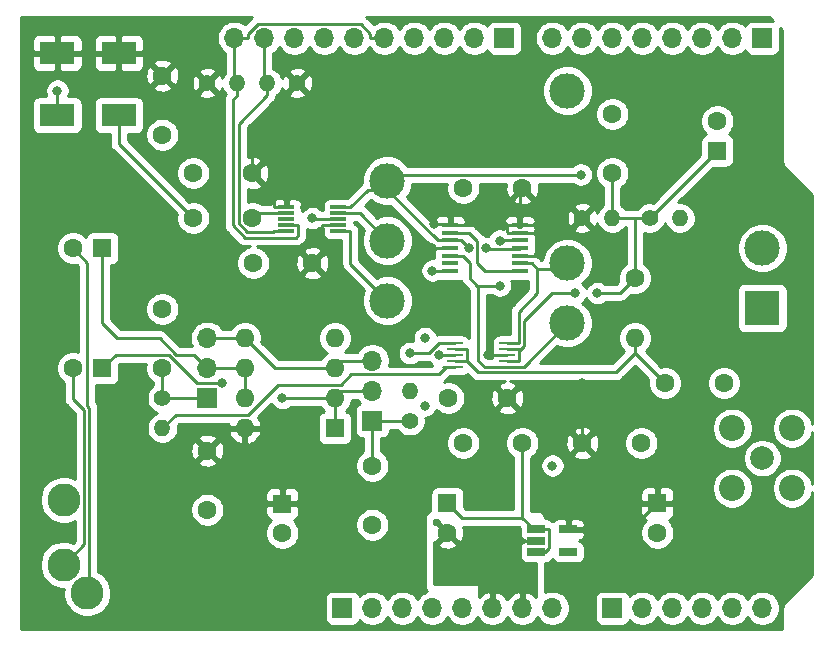
<source format=gtl>
%TF.GenerationSoftware,KiCad,Pcbnew,5.1.6-c6e7f7d~87~ubuntu16.04.1*%
%TF.CreationDate,2020-08-09T11:03:00+09:00*%
%TF.ProjectId,Akashi-07,416b6173-6869-42d3-9037-2e6b69636164,rev?*%
%TF.SameCoordinates,Original*%
%TF.FileFunction,Copper,L1,Top*%
%TF.FilePolarity,Positive*%
%FSLAX46Y46*%
G04 Gerber Fmt 4.6, Leading zero omitted, Abs format (unit mm)*
G04 Created by KiCad (PCBNEW 5.1.6-c6e7f7d~87~ubuntu16.04.1) date 2020-08-09 11:03:00*
%MOMM*%
%LPD*%
G01*
G04 APERTURE LIST*
%TA.AperFunction,SMDPad,CuDef*%
%ADD10R,1.560000X0.650000*%
%TD*%
%TA.AperFunction,ComponentPad*%
%ADD11C,1.600000*%
%TD*%
%TA.AperFunction,ComponentPad*%
%ADD12O,1.600000X1.600000*%
%TD*%
%TA.AperFunction,SMDPad,CuDef*%
%ADD13R,3.000000X1.980000*%
%TD*%
%TA.AperFunction,ComponentPad*%
%ADD14R,1.700000X1.700000*%
%TD*%
%TA.AperFunction,ComponentPad*%
%ADD15O,1.700000X1.700000*%
%TD*%
%TA.AperFunction,ComponentPad*%
%ADD16C,2.800000*%
%TD*%
%TA.AperFunction,ComponentPad*%
%ADD17C,3.000000*%
%TD*%
%TA.AperFunction,ComponentPad*%
%ADD18R,1.600000X1.600000*%
%TD*%
%TA.AperFunction,SMDPad,CuDef*%
%ADD19R,1.327899X0.239400*%
%TD*%
%TA.AperFunction,SMDPad,CuDef*%
%ADD20R,1.450000X0.450000*%
%TD*%
%TA.AperFunction,SMDPad,CuDef*%
%ADD21R,1.400000X0.300000*%
%TD*%
%TA.AperFunction,ComponentPad*%
%ADD22C,1.400000*%
%TD*%
%TA.AperFunction,ComponentPad*%
%ADD23O,1.400000X1.400000*%
%TD*%
%TA.AperFunction,ComponentPad*%
%ADD24R,3.000000X3.000000*%
%TD*%
%TA.AperFunction,ComponentPad*%
%ADD25C,2.200000*%
%TD*%
%TA.AperFunction,ComponentPad*%
%ADD26C,2.000000*%
%TD*%
%TA.AperFunction,ViaPad*%
%ADD27C,0.800000*%
%TD*%
%TA.AperFunction,Conductor*%
%ADD28C,0.250000*%
%TD*%
%TA.AperFunction,Conductor*%
%ADD29C,0.254000*%
%TD*%
G04 APERTURE END LIST*
D10*
%TO.P,U5,1*%
%TO.N,Net-(C16-Pad1)*%
X156130000Y-115255000D03*
%TO.P,U5,2*%
%TO.N,GND*%
X156130000Y-116205000D03*
%TO.P,U5,3*%
%TO.N,Net-(C16-Pad1)*%
X156130000Y-117155000D03*
%TO.P,U5,4*%
%TO.N,Net-(U5-Pad4)*%
X158830000Y-117155000D03*
%TO.P,U5,5*%
%TO.N,VDD*%
X158830000Y-115255000D03*
%TD*%
D11*
%TO.P,L1,1*%
%TO.N,Net-(C6-Pad1)*%
X164465000Y-93980000D03*
D12*
%TO.P,L1,2*%
%TO.N,Net-(C5-Pad1)*%
X164465000Y-99060000D03*
%TD*%
D11*
%TO.P,C1,2*%
%TO.N,GND*%
X124460000Y-81835000D03*
%TO.P,C1,1*%
%TO.N,VDD*%
X124460000Y-76835000D03*
%TD*%
D13*
%TO.P,X1,1*%
%TO.N,VDD*%
X115570000Y-74930000D03*
%TO.P,X1,2*%
%TO.N,GND*%
X115570000Y-80190000D03*
%TO.P,X1,3*%
%TO.N,Net-(C2-Pad2)*%
X120770000Y-80190000D03*
%TO.P,X1,4*%
%TO.N,VDD*%
X120770000Y-74930000D03*
%TD*%
D11*
%TO.P,C12,1*%
%TO.N,Net-(C12-Pad1)*%
X124460000Y-101600000D03*
%TO.P,C12,2*%
%TO.N,GND*%
X124460000Y-96600000D03*
%TD*%
D14*
%TO.P,JP2,1*%
%TO.N,Net-(C12-Pad1)*%
X128270000Y-104140000D03*
D15*
%TO.P,JP2,2*%
%TO.N,Net-(C15-Pad1)*%
X128270000Y-101600000D03*
%TO.P,JP2,3*%
%TO.N,Net-(JP1-Pad3)*%
X128270000Y-99060000D03*
%TD*%
D14*
%TO.P,JP1,1*%
%TO.N,Net-(C11-Pad1)*%
X142240000Y-106045000D03*
D15*
%TO.P,JP1,2*%
%TO.N,Net-(C14-Pad1)*%
X142240000Y-103505000D03*
%TO.P,JP1,3*%
%TO.N,Net-(JP1-Pad3)*%
X142240000Y-100965000D03*
%TD*%
D16*
%TO.P,J3,R*%
%TO.N,GND*%
X116110000Y-112750000D03*
%TO.P,J3,T*%
%TO.N,Net-(C14-Pad2)*%
X116110000Y-118250000D03*
%TO.P,J3,S*%
%TO.N,Net-(C15-Pad2)*%
X118110000Y-120650000D03*
%TD*%
D14*
%TO.P,J6,1*%
%TO.N,Net-(J6-Pad1)*%
X153416000Y-73660000D03*
D15*
%TO.P,J6,2*%
%TO.N,Net-(J6-Pad2)*%
X150876000Y-73660000D03*
%TO.P,J6,3*%
%TO.N,Net-(J6-Pad3)*%
X148336000Y-73660000D03*
%TO.P,J6,4*%
%TO.N,Net-(J6-Pad4)*%
X145796000Y-73660000D03*
%TO.P,J6,5*%
%TO.N,/connector/SCL*%
X143256000Y-73660000D03*
%TO.P,J6,6*%
%TO.N,Net-(J6-Pad6)*%
X140716000Y-73660000D03*
%TO.P,J6,7*%
%TO.N,GND*%
X138176000Y-73660000D03*
%TO.P,J6,8*%
%TO.N,Net-(J6-Pad8)*%
X135636000Y-73660000D03*
%TO.P,J6,9*%
%TO.N,/connector/SDA*%
X133096000Y-73660000D03*
%TO.P,J6,10*%
%TO.N,/connector/SCL*%
X130556000Y-73660000D03*
%TD*%
D17*
%TO.P,TP4,1*%
%TO.N,Net-(TP4-Pad1)*%
X143510000Y-95885000D03*
%TD*%
%TO.P,TP3,1*%
%TO.N,Net-(TP3-Pad1)*%
X143510000Y-90805000D03*
%TD*%
D18*
%TO.P,U4,1*%
%TO.N,Net-(C14-Pad1)*%
X139065000Y-106680000D03*
D12*
%TO.P,U4,5*%
%TO.N,Net-(JP1-Pad3)*%
X131445000Y-99060000D03*
%TO.P,U4,2*%
%TO.N,Net-(C14-Pad1)*%
X139065000Y-104140000D03*
%TO.P,U4,6*%
%TO.N,Net-(C15-Pad1)*%
X131445000Y-101600000D03*
%TO.P,U4,3*%
%TO.N,Net-(JP1-Pad3)*%
X139065000Y-101600000D03*
%TO.P,U4,7*%
%TO.N,Net-(C15-Pad1)*%
X131445000Y-104140000D03*
%TO.P,U4,4*%
%TO.N,GND*%
X139065000Y-99060000D03*
%TO.P,U4,8*%
%TO.N,VDD*%
X131445000Y-106680000D03*
%TD*%
D19*
%TO.P,U3,10*%
%TO.N,Net-(TP6-Pad1)*%
X153651348Y-99499999D03*
%TO.P,U3,9*%
%TO.N,Net-(C6-Pad1)*%
X153651348Y-100000001D03*
%TO.P,U3,8*%
%TO.N,VDD*%
X153651348Y-100500000D03*
%TO.P,U3,7*%
%TO.N,Net-(C6-Pad1)*%
X153651348Y-100999999D03*
%TO.P,U3,6*%
%TO.N,Net-(TP5-Pad1)*%
X153651348Y-101500001D03*
%TO.P,U3,5*%
%TO.N,Net-(R6-Pad2)*%
X149224652Y-101500001D03*
%TO.P,U3,4*%
%TO.N,Net-(C5-Pad1)*%
X149224652Y-100999999D03*
%TO.P,U3,3*%
%TO.N,GND*%
X149224652Y-100500000D03*
%TO.P,U3,2*%
%TO.N,Net-(C5-Pad1)*%
X149224652Y-100000001D03*
%TO.P,U3,1*%
%TO.N,Net-(R5-Pad2)*%
X149224652Y-99499999D03*
%TD*%
D20*
%TO.P,U2,1*%
%TO.N,VDD*%
X148815000Y-89490000D03*
%TO.P,U2,2*%
%TO.N,Net-(U2-Pad2)*%
X148815000Y-90140000D03*
%TO.P,U2,3*%
%TO.N,Net-(TP2-Pad1)*%
X148815000Y-90790000D03*
%TO.P,U2,4*%
%TO.N,VDD*%
X148815000Y-91440000D03*
%TO.P,U2,5*%
%TO.N,Net-(TP5-Pad1)*%
X148815000Y-92090000D03*
%TO.P,U2,6*%
%TO.N,Net-(U2-Pad6)*%
X148815000Y-92740000D03*
%TO.P,U2,7*%
%TO.N,GND*%
X148815000Y-93390000D03*
%TO.P,U2,8*%
%TO.N,Net-(U2-Pad2)*%
X154715000Y-93390000D03*
%TO.P,U2,9*%
%TO.N,Net-(TP6-Pad1)*%
X154715000Y-92740000D03*
%TO.P,U2,10*%
%TO.N,VDD*%
X154715000Y-92090000D03*
%TO.P,U2,11*%
%TO.N,Net-(TP2-Pad1)*%
X154715000Y-91440000D03*
%TO.P,U2,12*%
%TO.N,Net-(TP5-Pad1)*%
X154715000Y-90790000D03*
%TO.P,U2,13*%
%TO.N,VDD*%
X154715000Y-90140000D03*
%TO.P,U2,14*%
X154715000Y-89490000D03*
%TD*%
D21*
%TO.P,U1,1*%
%TO.N,VDD*%
X134960000Y-88000000D03*
%TO.P,U1,2*%
%TO.N,Net-(C2-Pad1)*%
X134960000Y-88500000D03*
%TO.P,U1,3*%
%TO.N,Net-(U1-Pad3)*%
X134960000Y-89000000D03*
%TO.P,U1,4*%
%TO.N,/connector/SCL*%
X134960000Y-89500000D03*
%TO.P,U1,5*%
%TO.N,/connector/SDA*%
X134960000Y-90000000D03*
%TO.P,U1,6*%
%TO.N,Net-(TP4-Pad1)*%
X139360000Y-90000000D03*
%TO.P,U1,7*%
%TO.N,VDD*%
X139360000Y-89500000D03*
%TO.P,U1,8*%
%TO.N,GND*%
X139360000Y-89000000D03*
%TO.P,U1,9*%
%TO.N,Net-(TP3-Pad1)*%
X139360000Y-88500000D03*
%TO.P,U1,10*%
%TO.N,Net-(TP2-Pad1)*%
X139360000Y-88000000D03*
%TD*%
D17*
%TO.P,TP6,1*%
%TO.N,Net-(TP6-Pad1)*%
X158750000Y-92710000D03*
%TD*%
%TO.P,TP5,1*%
%TO.N,Net-(TP5-Pad1)*%
X158750000Y-97790000D03*
%TD*%
%TO.P,TP2,1*%
%TO.N,Net-(TP2-Pad1)*%
X143510000Y-85725000D03*
%TD*%
%TO.P,TP1,1*%
%TO.N,GND*%
X158750000Y-78105000D03*
%TD*%
D22*
%TO.P,R6,1*%
%TO.N,Net-(C12-Pad1)*%
X124460000Y-104140000D03*
D23*
%TO.P,R6,2*%
%TO.N,Net-(R6-Pad2)*%
X124460000Y-106680000D03*
%TD*%
D22*
%TO.P,R5,1*%
%TO.N,Net-(C11-Pad1)*%
X145415000Y-106045000D03*
D23*
%TO.P,R5,2*%
%TO.N,Net-(R5-Pad2)*%
X145415000Y-103505000D03*
%TD*%
D22*
%TO.P,R4,1*%
%TO.N,Net-(C6-Pad1)*%
X165735000Y-88900000D03*
D23*
%TO.P,R4,2*%
%TO.N,GND*%
X168275000Y-88900000D03*
%TD*%
D22*
%TO.P,R3,1*%
%TO.N,VDD*%
X160020000Y-88900000D03*
D23*
%TO.P,R3,2*%
%TO.N,Net-(C6-Pad1)*%
X162560000Y-88900000D03*
%TD*%
D22*
%TO.P,R2,1*%
%TO.N,VDD*%
X128270000Y-77470000D03*
D23*
%TO.P,R2,2*%
%TO.N,/connector/SCL*%
X130810000Y-77470000D03*
%TD*%
D22*
%TO.P,R1,1*%
%TO.N,VDD*%
X135890000Y-77470000D03*
D23*
%TO.P,R1,2*%
%TO.N,/connector/SDA*%
X133350000Y-77470000D03*
%TD*%
D14*
%TO.P,J7,1*%
%TO.N,Net-(J7-Pad1)*%
X175260000Y-73660000D03*
D15*
%TO.P,J7,2*%
%TO.N,Net-(J7-Pad2)*%
X172720000Y-73660000D03*
%TO.P,J7,3*%
%TO.N,Net-(J7-Pad3)*%
X170180000Y-73660000D03*
%TO.P,J7,4*%
%TO.N,Net-(J7-Pad4)*%
X167640000Y-73660000D03*
%TO.P,J7,5*%
%TO.N,Net-(J7-Pad5)*%
X165100000Y-73660000D03*
%TO.P,J7,6*%
%TO.N,Net-(J7-Pad6)*%
X162560000Y-73660000D03*
%TO.P,J7,7*%
%TO.N,Net-(J7-Pad7)*%
X160020000Y-73660000D03*
%TO.P,J7,8*%
%TO.N,Net-(J7-Pad8)*%
X157480000Y-73660000D03*
%TD*%
D14*
%TO.P,J5,1*%
%TO.N,Net-(J5-Pad1)*%
X162560000Y-121920000D03*
D15*
%TO.P,J5,2*%
%TO.N,Net-(J5-Pad2)*%
X165100000Y-121920000D03*
%TO.P,J5,3*%
%TO.N,Net-(J5-Pad3)*%
X167640000Y-121920000D03*
%TO.P,J5,4*%
%TO.N,Net-(J5-Pad4)*%
X170180000Y-121920000D03*
%TO.P,J5,5*%
%TO.N,Net-(J5-Pad5)*%
X172720000Y-121920000D03*
%TO.P,J5,6*%
%TO.N,Net-(J5-Pad6)*%
X175260000Y-121920000D03*
%TD*%
D14*
%TO.P,J4,1*%
%TO.N,Net-(J4-Pad1)*%
X139700000Y-121920000D03*
D15*
%TO.P,J4,2*%
%TO.N,Net-(J4-Pad2)*%
X142240000Y-121920000D03*
%TO.P,J4,3*%
%TO.N,Net-(J4-Pad3)*%
X144780000Y-121920000D03*
%TO.P,J4,4*%
%TO.N,Net-(J4-Pad4)*%
X147320000Y-121920000D03*
%TO.P,J4,5*%
%TO.N,Net-(C16-Pad1)*%
X149860000Y-121920000D03*
%TO.P,J4,6*%
%TO.N,GND*%
X152400000Y-121920000D03*
%TO.P,J4,7*%
X154940000Y-121920000D03*
%TO.P,J4,8*%
%TO.N,Net-(J4-Pad8)*%
X157480000Y-121920000D03*
%TD*%
D24*
%TO.P,J2,1*%
%TO.N,Net-(C5-Pad2)*%
X175260000Y-96520000D03*
D17*
%TO.P,J2,2*%
%TO.N,GND*%
X175260000Y-91440000D03*
%TD*%
D25*
%TO.P,J1,2*%
%TO.N,GND*%
X177800000Y-111760000D03*
X172720000Y-111760000D03*
X172720000Y-106680000D03*
X177800000Y-106680000D03*
D26*
%TO.P,J1,1*%
%TO.N,Net-(C5-Pad2)*%
X175260000Y-109220000D03*
%TD*%
D18*
%TO.P,C19,1*%
%TO.N,VDD*%
X166370000Y-113030000D03*
D11*
%TO.P,C19,2*%
%TO.N,GND*%
X166370000Y-115530000D03*
%TD*%
%TO.P,C18,1*%
%TO.N,VDD*%
X160020000Y-107950000D03*
%TO.P,C18,2*%
%TO.N,GND*%
X165020000Y-107950000D03*
%TD*%
%TO.P,C17,1*%
%TO.N,Net-(C16-Pad1)*%
X154940000Y-107950000D03*
%TO.P,C17,2*%
%TO.N,GND*%
X149940000Y-107950000D03*
%TD*%
D18*
%TO.P,C16,1*%
%TO.N,Net-(C16-Pad1)*%
X148590000Y-113030000D03*
D11*
%TO.P,C16,2*%
%TO.N,GND*%
X148590000Y-115530000D03*
%TD*%
D18*
%TO.P,C15,1*%
%TO.N,Net-(C15-Pad1)*%
X119380000Y-91440000D03*
D11*
%TO.P,C15,2*%
%TO.N,Net-(C15-Pad2)*%
X116880000Y-91440000D03*
%TD*%
D18*
%TO.P,C14,1*%
%TO.N,Net-(C14-Pad1)*%
X119380000Y-101600000D03*
D11*
%TO.P,C14,2*%
%TO.N,Net-(C14-Pad2)*%
X116880000Y-101600000D03*
%TD*%
D18*
%TO.P,C13,1*%
%TO.N,VDD*%
X134620000Y-113070000D03*
D11*
%TO.P,C13,2*%
%TO.N,GND*%
X134620000Y-115570000D03*
%TD*%
%TO.P,C10,1*%
%TO.N,VDD*%
X128270000Y-108585000D03*
%TO.P,C10,2*%
%TO.N,GND*%
X128270000Y-113585000D03*
%TD*%
%TO.P,C11,1*%
%TO.N,Net-(C11-Pad1)*%
X142240000Y-109855000D03*
%TO.P,C11,2*%
%TO.N,GND*%
X142240000Y-114855000D03*
%TD*%
%TO.P,C9,1*%
%TO.N,VDD*%
X153670000Y-104140000D03*
%TO.P,C9,2*%
%TO.N,GND*%
X148670000Y-104140000D03*
%TD*%
%TO.P,C8,1*%
%TO.N,VDD*%
X154940000Y-86360000D03*
%TO.P,C8,2*%
%TO.N,GND*%
X149940000Y-86360000D03*
%TD*%
D18*
%TO.P,C7,1*%
%TO.N,Net-(C6-Pad1)*%
X171450000Y-83185000D03*
D11*
%TO.P,C7,2*%
%TO.N,GND*%
X171450000Y-80685000D03*
%TD*%
%TO.P,C6,1*%
%TO.N,Net-(C6-Pad1)*%
X162560000Y-85090000D03*
%TO.P,C6,2*%
%TO.N,GND*%
X162560000Y-80090000D03*
%TD*%
%TO.P,C5,1*%
%TO.N,Net-(C5-Pad1)*%
X167005000Y-102870000D03*
%TO.P,C5,2*%
%TO.N,Net-(C5-Pad2)*%
X172005000Y-102870000D03*
%TD*%
%TO.P,C4,1*%
%TO.N,VDD*%
X132080000Y-85090000D03*
%TO.P,C4,2*%
%TO.N,GND*%
X127080000Y-85090000D03*
%TD*%
%TO.P,C3,1*%
%TO.N,VDD*%
X137160000Y-92710000D03*
%TO.P,C3,2*%
%TO.N,GND*%
X132160000Y-92710000D03*
%TD*%
%TO.P,C2,1*%
%TO.N,Net-(C2-Pad1)*%
X132080000Y-88900000D03*
%TO.P,C2,2*%
%TO.N,Net-(C2-Pad2)*%
X127080000Y-88900000D03*
%TD*%
D27*
%TO.N,*%
X146685000Y-104775000D03*
X146685000Y-99060000D03*
%TO.N,VDD*%
X132080000Y-81280000D03*
X135890000Y-100330000D03*
X135890000Y-105410000D03*
X153670000Y-109855000D03*
X156210000Y-109855000D03*
X147320000Y-91440000D03*
X147427503Y-89427497D03*
X152000000Y-100500000D03*
X160020000Y-102870000D03*
X160020000Y-100330000D03*
X121920000Y-102870000D03*
X121920000Y-102870000D03*
X121920000Y-96520000D03*
X147320000Y-86360000D03*
X147320000Y-83820000D03*
X128905000Y-81280000D03*
X139000000Y-91500000D03*
X139000000Y-86500000D03*
X163195000Y-91440000D03*
X165735000Y-91440000D03*
X152400000Y-83820000D03*
X152400000Y-86995000D03*
X157480000Y-86995000D03*
X157480000Y-83820000D03*
X152400000Y-96520000D03*
X149860000Y-96520000D03*
X120015000Y-107950000D03*
X116205000Y-107950000D03*
%TO.N,GND*%
X147320000Y-93345000D03*
X137160000Y-88900000D03*
X147917200Y-100527400D03*
X115570000Y-78105000D03*
X157480000Y-109855000D03*
X154305000Y-116205000D03*
X154305000Y-116205000D03*
X154305000Y-119380000D03*
%TO.N,Net-(C6-Pad1)*%
X159385000Y-95250000D03*
X161300001Y-95250000D03*
%TO.N,Net-(R5-Pad2)*%
X145415000Y-100330000D03*
%TO.N,Net-(TP5-Pad1)*%
X153035000Y-90805000D03*
X153035000Y-94615000D03*
%TO.N,Net-(TP2-Pad1)*%
X159893000Y-85217000D03*
X151855000Y-91440000D03*
X150405000Y-91440000D03*
%TO.N,Net-(C14-Pad1)*%
X134620000Y-104140000D03*
X129544265Y-102865735D03*
%TD*%
D28*
%TO.N,VDD*%
X149340200Y-89490000D02*
X152445000Y-89490000D01*
X152445000Y-89490000D02*
X153664700Y-89490000D01*
X132080000Y-85090000D02*
X132080000Y-81280000D01*
X133934700Y-86944700D02*
X133934700Y-88000000D01*
X132080000Y-85090000D02*
X133934700Y-86944700D01*
X134960000Y-88000000D02*
X133934700Y-88000000D01*
X148815000Y-89490000D02*
X149340200Y-89490000D01*
X154715000Y-89490000D02*
X154189900Y-89490000D01*
X153895700Y-89490000D02*
X153664700Y-89490000D01*
X154189900Y-89490000D02*
X153895700Y-89490000D01*
X148815000Y-91440000D02*
X147320000Y-91440000D01*
X148752497Y-89427497D02*
X148815000Y-89490000D01*
X147427503Y-89427497D02*
X148752497Y-89427497D01*
X154715000Y-90140000D02*
X153700000Y-90140000D01*
X154715000Y-86585000D02*
X154940000Y-86360000D01*
X154715000Y-89490000D02*
X154715000Y-86585000D01*
X160020000Y-107950000D02*
X160020000Y-102870000D01*
X160575000Y-89455000D02*
X160020000Y-88900000D01*
X153651348Y-100500000D02*
X152000000Y-100500000D01*
X156210000Y-90140000D02*
X154715000Y-90140000D01*
X154715000Y-89490000D02*
X156210000Y-89490000D01*
X153700000Y-90140000D02*
X153670000Y-90110000D01*
X153670000Y-90110000D02*
X153670000Y-89535000D01*
X154715000Y-92090000D02*
X156210000Y-92075000D01*
X138960000Y-89500000D02*
X139360000Y-89500000D01*
X138000000Y-89500000D02*
X138960000Y-89500000D01*
X138000000Y-89500000D02*
X138000000Y-90500000D01*
X164145000Y-115255000D02*
X166370000Y-113030000D01*
X158830000Y-115255000D02*
X164145000Y-115255000D01*
%TO.N,GND*%
X147320000Y-93345000D02*
X147320000Y-93390000D01*
X147320000Y-93390000D02*
X148815000Y-93390000D01*
X137260000Y-89000000D02*
X137160000Y-88900000D01*
X139360000Y-89000000D02*
X137260000Y-89000000D01*
X149224700Y-100500000D02*
X148235500Y-100500000D01*
X148208100Y-100527400D02*
X148235500Y-100500000D01*
X147917200Y-100527400D02*
X148208100Y-100527400D01*
X115570000Y-80190000D02*
X115570000Y-78105000D01*
X154305000Y-116205000D02*
X156130000Y-116205000D01*
%TO.N,Net-(C2-Pad1)*%
X132480000Y-88500000D02*
X134960000Y-88500000D01*
X132080000Y-88900000D02*
X132480000Y-88500000D01*
%TO.N,Net-(C2-Pad2)*%
X120770000Y-82590000D02*
X120770000Y-80190000D01*
X127080000Y-88900000D02*
X120770000Y-82590000D01*
%TO.N,Net-(C5-Pad1)*%
X167005000Y-102870000D02*
X164465000Y-100330000D01*
X149224700Y-100000000D02*
X150213900Y-100000000D01*
X150213900Y-100000000D02*
X150213900Y-101000000D01*
X151174900Y-101961000D02*
X150213900Y-101000000D01*
X162834000Y-101961000D02*
X151174900Y-101961000D01*
X164465000Y-100330000D02*
X162834000Y-101961000D01*
X150213900Y-101000000D02*
X149224700Y-101000000D01*
X164465000Y-100330000D02*
X164465000Y-99060000D01*
%TO.N,Net-(C6-Pad1)*%
X165735000Y-88900000D02*
X171450000Y-83185000D01*
X154640600Y-101000000D02*
X154640600Y-100000000D01*
X162560000Y-88900000D02*
X164465000Y-88900000D01*
X164465000Y-88900000D02*
X165735000Y-88900000D01*
X153651400Y-100000000D02*
X154640600Y-100000000D01*
X154146000Y-101000000D02*
X154640600Y-101000000D01*
X154146000Y-101000000D02*
X153651400Y-101000000D01*
X164465000Y-88900000D02*
X164465000Y-93980000D01*
X162560000Y-85090000D02*
X162560000Y-88900000D01*
X157422982Y-95250000D02*
X159385000Y-95250000D01*
X155090610Y-97582372D02*
X157422982Y-95250000D01*
X155090610Y-99686400D02*
X155090610Y-97582372D01*
X154727020Y-100049990D02*
X155090610Y-99686400D01*
X163195000Y-95250000D02*
X164465000Y-93980000D01*
X161300001Y-95250000D02*
X163195000Y-95250000D01*
%TO.N,Net-(C11-Pad1)*%
X145415000Y-106045000D02*
X142240000Y-106045000D01*
X142240000Y-109855000D02*
X142240000Y-106045000D01*
%TO.N,Net-(C14-Pad2)*%
X117835001Y-116524999D02*
X117835001Y-105135001D01*
X116110000Y-118250000D02*
X117835001Y-116524999D01*
X116880000Y-104180000D02*
X116880000Y-101600000D01*
X117835001Y-105135001D02*
X116880000Y-104180000D01*
%TO.N,Net-(C15-Pad2)*%
X116880000Y-91440000D02*
X118110000Y-92670000D01*
X118285011Y-104948601D02*
X118285011Y-120474989D01*
X118285011Y-120474989D02*
X118110000Y-120650000D01*
X118110000Y-104773590D02*
X118285011Y-104948601D01*
X118110000Y-92670000D02*
X118110000Y-104773590D01*
%TO.N,Net-(C16-Pad1)*%
X156130000Y-115255000D02*
X155895000Y-115255000D01*
X155895000Y-115255000D02*
X154940000Y-114300000D01*
X154940000Y-114300000D02*
X154940000Y-111125000D01*
X154940000Y-111125000D02*
X154940000Y-107950000D01*
X149860000Y-114300000D02*
X148590000Y-113030000D01*
X154940000Y-114300000D02*
X149860000Y-114300000D01*
X157235001Y-116790001D02*
X156870002Y-117155000D01*
X157235001Y-115330001D02*
X157235001Y-116790001D01*
X157160000Y-115255000D02*
X157235001Y-115330001D01*
X156870002Y-117155000D02*
X156130000Y-117155000D01*
X156130000Y-115255000D02*
X157160000Y-115255000D01*
%TO.N,/connector/SCL*%
X130556000Y-73660000D02*
X130556000Y-77216000D01*
X130556000Y-77216000D02*
X130810000Y-77470000D01*
X142080700Y-73292600D02*
X142080700Y-73660000D01*
X141272800Y-72484700D02*
X142080700Y-73292600D01*
X132539300Y-72484700D02*
X141272800Y-72484700D01*
X131731300Y-73292700D02*
X132539300Y-72484700D01*
X131731300Y-73660000D02*
X131731300Y-73292700D01*
X130556000Y-73660000D02*
X131731300Y-73660000D01*
X143256000Y-73660000D02*
X142080700Y-73660000D01*
X135985300Y-90326600D02*
X135985300Y-89500000D01*
X135769200Y-90542700D02*
X135985300Y-90326600D01*
X131434500Y-90542700D02*
X135769200Y-90542700D01*
X130415600Y-89523800D02*
X131434500Y-90542700D01*
X130415600Y-78889700D02*
X130415600Y-89523800D01*
X130810000Y-78495300D02*
X130415600Y-78889700D01*
X130810000Y-77470000D02*
X130810000Y-78495300D01*
X134960000Y-89500000D02*
X135985300Y-89500000D01*
%TO.N,/connector/SDA*%
X133096000Y-73660000D02*
X133096000Y-77216000D01*
X133096000Y-77216000D02*
X133350000Y-77470000D01*
X133350000Y-77470000D02*
X133350000Y-78495300D01*
X134960000Y-90000000D02*
X133934700Y-90000000D01*
X130910400Y-80934900D02*
X133350000Y-78495300D01*
X130910400Y-89350000D02*
X130910400Y-80934900D01*
X131629900Y-90069500D02*
X130910400Y-89350000D01*
X133865200Y-90069500D02*
X131629900Y-90069500D01*
X133934700Y-90000000D02*
X133865200Y-90069500D01*
%TO.N,Net-(R5-Pad2)*%
X145415000Y-100330000D02*
X147041598Y-100330000D01*
X147041598Y-100330000D02*
X147871599Y-99499999D01*
X147871599Y-99499999D02*
X149224652Y-99499999D01*
%TO.N,Net-(R6-Pad2)*%
X131695003Y-105554999D02*
X125585001Y-105554999D01*
X134235003Y-103014999D02*
X131695003Y-105554999D01*
X139555001Y-103014999D02*
X134235003Y-103014999D01*
X147849999Y-102140001D02*
X140429999Y-102140001D01*
X125585001Y-105554999D02*
X124460000Y-106680000D01*
X140429999Y-102140001D02*
X139555001Y-103014999D01*
X148490000Y-101500000D02*
X147849999Y-102140001D01*
X148490000Y-101500000D02*
X148235500Y-101500000D01*
X149224700Y-101500000D02*
X148490000Y-101500000D01*
%TO.N,Net-(TP4-Pad1)*%
X140385300Y-92760300D02*
X143510000Y-95885000D01*
X140385300Y-90000000D02*
X140385300Y-92760300D01*
X139360000Y-90000000D02*
X140385300Y-90000000D01*
%TO.N,Net-(TP5-Pad1)*%
X153035000Y-90805000D02*
X153685000Y-90790000D01*
X153685000Y-90790000D02*
X154715000Y-90790000D01*
X153035000Y-94615000D02*
X151130000Y-94615000D01*
X151130000Y-94615000D02*
X150495000Y-93980000D01*
X150495000Y-93980000D02*
X150495000Y-92710000D01*
X149875000Y-92090000D02*
X148815000Y-92090000D01*
X150495000Y-92710000D02*
X149875000Y-92090000D01*
X151206187Y-94691187D02*
X151130000Y-94615000D01*
X158750000Y-97790000D02*
X155040000Y-101500000D01*
X155040000Y-101500000D02*
X151765000Y-101500000D01*
X151206187Y-100965000D02*
X151206187Y-94691187D01*
X151765000Y-101500000D02*
X151206187Y-100965000D01*
%TO.N,Net-(TP6-Pad1)*%
X155765300Y-92740000D02*
X154715000Y-92740000D01*
X153651400Y-99500000D02*
X154640600Y-99500000D01*
X154640600Y-99500000D02*
X154640600Y-96819400D01*
X156210000Y-93184700D02*
X155765300Y-92740000D01*
X154640600Y-96819400D02*
X156210000Y-95250000D01*
X156210000Y-95250000D02*
X156210000Y-93184700D01*
X158275300Y-93184700D02*
X158750000Y-92710000D01*
X156210000Y-93184700D02*
X158275300Y-93184700D01*
%TO.N,Net-(U2-Pad2)*%
X150414700Y-90140000D02*
X151130000Y-90805000D01*
X151810000Y-93390000D02*
X154715000Y-93390000D01*
X151130000Y-90805000D02*
X151130000Y-92710000D01*
X148815000Y-90140000D02*
X150414700Y-90140000D01*
X151130000Y-92710000D02*
X151810000Y-93390000D01*
%TO.N,Net-(C12-Pad1)*%
X128270000Y-104140000D02*
X124460000Y-104140000D01*
X124460000Y-101600000D02*
X124460000Y-104140000D01*
%TO.N,Net-(TP2-Pad1)*%
X159893000Y-85217000D02*
X144018000Y-85217000D01*
X144018000Y-85217000D02*
X143510000Y-85725000D01*
X139360000Y-88000000D02*
X140385300Y-88000000D01*
X148815000Y-90790000D02*
X147764700Y-90790000D01*
X141850000Y-86535300D02*
X140385300Y-88000000D01*
X143510000Y-86535300D02*
X141850000Y-86535300D01*
X143510000Y-85725000D02*
X143510000Y-86535300D01*
X143510000Y-86535300D02*
X147764700Y-90790000D01*
X151945001Y-91530001D02*
X151855000Y-91440000D01*
X154624999Y-91530001D02*
X151945001Y-91530001D01*
X154715000Y-91440000D02*
X154624999Y-91530001D01*
X149755000Y-90790000D02*
X150405000Y-91440000D01*
X148815000Y-90790000D02*
X149755000Y-90790000D01*
%TO.N,Net-(TP3-Pad1)*%
X141205000Y-88500000D02*
X139360000Y-88500000D01*
X143510000Y-90805000D02*
X141205000Y-88500000D01*
%TO.N,Net-(C14-Pad1)*%
X139065000Y-106680000D02*
X139065000Y-104140000D01*
X139700000Y-103505000D02*
X139065000Y-104140000D01*
X142240000Y-103505000D02*
X139700000Y-103505000D01*
X139065000Y-104140000D02*
X134620000Y-104140000D01*
X125000001Y-100474999D02*
X120505001Y-100474999D01*
X127390737Y-102865735D02*
X125000001Y-100474999D01*
X120505001Y-100474999D02*
X119380000Y-101600000D01*
X129544265Y-102865735D02*
X127390737Y-102865735D01*
%TO.N,Net-(C15-Pad1)*%
X131445000Y-104140000D02*
X131445000Y-101600000D01*
X131445000Y-101600000D02*
X128270000Y-101600000D01*
X119380000Y-97790000D02*
X119380000Y-91440000D01*
X120650000Y-99060000D02*
X119380000Y-97790000D01*
X127144999Y-100474999D02*
X125636411Y-100474999D01*
X125636411Y-100474999D02*
X124221412Y-99060000D01*
X128270000Y-101600000D02*
X127144999Y-100474999D01*
X124221412Y-99060000D02*
X120650000Y-99060000D01*
%TO.N,Net-(JP1-Pad3)*%
X139700000Y-100965000D02*
X139065000Y-101600000D01*
X142240000Y-100965000D02*
X139700000Y-100965000D01*
X133985000Y-101600000D02*
X131445000Y-99060000D01*
X139065000Y-101600000D02*
X133985000Y-101600000D01*
X128270000Y-99060000D02*
X131445000Y-99060000D01*
%TD*%
D29*
%TO.N,VDD*%
G36*
X131999299Y-71944699D02*
G01*
X131975501Y-71973698D01*
X131466690Y-72482509D01*
X131259411Y-72344010D01*
X130989158Y-72232068D01*
X130702260Y-72175000D01*
X130409740Y-72175000D01*
X130122842Y-72232068D01*
X129852589Y-72344010D01*
X129609368Y-72506525D01*
X129402525Y-72713368D01*
X129240010Y-72956589D01*
X129128068Y-73226842D01*
X129071000Y-73513740D01*
X129071000Y-73806260D01*
X129128068Y-74093158D01*
X129240010Y-74363411D01*
X129402525Y-74606632D01*
X129609368Y-74813475D01*
X129796000Y-74938179D01*
X129796001Y-76596024D01*
X129773038Y-76618987D01*
X129626939Y-76837641D01*
X129538379Y-77051444D01*
X129478935Y-76888634D01*
X129425037Y-76787797D01*
X129191269Y-76728336D01*
X128449605Y-77470000D01*
X129191269Y-78211664D01*
X129425037Y-78152203D01*
X129535934Y-77913758D01*
X129540706Y-77894173D01*
X129626939Y-78102359D01*
X129773038Y-78321013D01*
X129842300Y-78390275D01*
X129820471Y-78416874D01*
X129780626Y-78465424D01*
X129744702Y-78532633D01*
X129710054Y-78597454D01*
X129666597Y-78740715D01*
X129655600Y-78852368D01*
X129655600Y-78852378D01*
X129651924Y-78889700D01*
X129655600Y-78927022D01*
X129655601Y-89486468D01*
X129651924Y-89523800D01*
X129655601Y-89561133D01*
X129666598Y-89672786D01*
X129677205Y-89707753D01*
X129710054Y-89816046D01*
X129780626Y-89948076D01*
X129835252Y-90014637D01*
X129875600Y-90063801D01*
X129904598Y-90087599D01*
X130870701Y-91053703D01*
X130894499Y-91082701D01*
X131010224Y-91177674D01*
X131142253Y-91248246D01*
X131285514Y-91291703D01*
X131397167Y-91302700D01*
X131397176Y-91302700D01*
X131434499Y-91306376D01*
X131471822Y-91302700D01*
X131879410Y-91302700D01*
X131741426Y-91330147D01*
X131480273Y-91438320D01*
X131245241Y-91595363D01*
X131045363Y-91795241D01*
X130888320Y-92030273D01*
X130780147Y-92291426D01*
X130725000Y-92568665D01*
X130725000Y-92851335D01*
X130780147Y-93128574D01*
X130888320Y-93389727D01*
X131045363Y-93624759D01*
X131245241Y-93824637D01*
X131480273Y-93981680D01*
X131741426Y-94089853D01*
X132018665Y-94145000D01*
X132301335Y-94145000D01*
X132578574Y-94089853D01*
X132839727Y-93981680D01*
X133074759Y-93824637D01*
X133196694Y-93702702D01*
X136346903Y-93702702D01*
X136418486Y-93946671D01*
X136673996Y-94067571D01*
X136948184Y-94136300D01*
X137230512Y-94150217D01*
X137510130Y-94108787D01*
X137776292Y-94013603D01*
X137901514Y-93946671D01*
X137973097Y-93702702D01*
X137160000Y-92889605D01*
X136346903Y-93702702D01*
X133196694Y-93702702D01*
X133274637Y-93624759D01*
X133431680Y-93389727D01*
X133539853Y-93128574D01*
X133595000Y-92851335D01*
X133595000Y-92780512D01*
X135719783Y-92780512D01*
X135761213Y-93060130D01*
X135856397Y-93326292D01*
X135923329Y-93451514D01*
X136167298Y-93523097D01*
X136980395Y-92710000D01*
X137339605Y-92710000D01*
X138152702Y-93523097D01*
X138396671Y-93451514D01*
X138517571Y-93196004D01*
X138586300Y-92921816D01*
X138600217Y-92639488D01*
X138558787Y-92359870D01*
X138463603Y-92093708D01*
X138396671Y-91968486D01*
X138152702Y-91896903D01*
X137339605Y-92710000D01*
X136980395Y-92710000D01*
X136167298Y-91896903D01*
X135923329Y-91968486D01*
X135802429Y-92223996D01*
X135733700Y-92498184D01*
X135719783Y-92780512D01*
X133595000Y-92780512D01*
X133595000Y-92568665D01*
X133539853Y-92291426D01*
X133431680Y-92030273D01*
X133274637Y-91795241D01*
X133196694Y-91717298D01*
X136346903Y-91717298D01*
X137160000Y-92530395D01*
X137973097Y-91717298D01*
X137901514Y-91473329D01*
X137646004Y-91352429D01*
X137371816Y-91283700D01*
X137089488Y-91269783D01*
X136809870Y-91311213D01*
X136543708Y-91406397D01*
X136418486Y-91473329D01*
X136346903Y-91717298D01*
X133196694Y-91717298D01*
X133074759Y-91595363D01*
X132839727Y-91438320D01*
X132578574Y-91330147D01*
X132440590Y-91302700D01*
X135731878Y-91302700D01*
X135769200Y-91306376D01*
X135806522Y-91302700D01*
X135806533Y-91302700D01*
X135918186Y-91291703D01*
X136061447Y-91248246D01*
X136193476Y-91177674D01*
X136309201Y-91082701D01*
X136333004Y-91053697D01*
X136496298Y-90890403D01*
X136525301Y-90866601D01*
X136620274Y-90750876D01*
X136690846Y-90618847D01*
X136734303Y-90475586D01*
X136745300Y-90363933D01*
X136745300Y-90363932D01*
X136748977Y-90326600D01*
X136745300Y-90289267D01*
X136745300Y-89848502D01*
X136858102Y-89895226D01*
X137058061Y-89935000D01*
X137261939Y-89935000D01*
X137461898Y-89895226D01*
X137650256Y-89817205D01*
X137735870Y-89760000D01*
X138030792Y-89760000D01*
X138021928Y-89850000D01*
X138021928Y-90150000D01*
X138034188Y-90274482D01*
X138070498Y-90394180D01*
X138129463Y-90504494D01*
X138208815Y-90601185D01*
X138305506Y-90680537D01*
X138415820Y-90739502D01*
X138535518Y-90775812D01*
X138660000Y-90788072D01*
X139625300Y-90788072D01*
X139625301Y-92722968D01*
X139621624Y-92760300D01*
X139625301Y-92797633D01*
X139626027Y-92804999D01*
X139636298Y-92909285D01*
X139679754Y-93052546D01*
X139750326Y-93184576D01*
X139796644Y-93241014D01*
X139845300Y-93300301D01*
X139874298Y-93324099D01*
X141561140Y-95010941D01*
X141457047Y-95262244D01*
X141375000Y-95674721D01*
X141375000Y-96095279D01*
X141457047Y-96507756D01*
X141617988Y-96896302D01*
X141851637Y-97245983D01*
X142149017Y-97543363D01*
X142498698Y-97777012D01*
X142887244Y-97937953D01*
X143299721Y-98020000D01*
X143720279Y-98020000D01*
X144132756Y-97937953D01*
X144521302Y-97777012D01*
X144870983Y-97543363D01*
X145168363Y-97245983D01*
X145402012Y-96896302D01*
X145562953Y-96507756D01*
X145645000Y-96095279D01*
X145645000Y-95674721D01*
X145562953Y-95262244D01*
X145402012Y-94873698D01*
X145168363Y-94524017D01*
X144870983Y-94226637D01*
X144521302Y-93992988D01*
X144132756Y-93832047D01*
X143720279Y-93750000D01*
X143299721Y-93750000D01*
X142887244Y-93832047D01*
X142635941Y-93936140D01*
X141145300Y-92445499D01*
X141145300Y-90037333D01*
X141148977Y-90000000D01*
X141134303Y-89851014D01*
X141090846Y-89707753D01*
X141020274Y-89575724D01*
X140925301Y-89459999D01*
X140809576Y-89365026D01*
X140693320Y-89302885D01*
X140688630Y-89260000D01*
X140890199Y-89260000D01*
X141561140Y-89930941D01*
X141457047Y-90182244D01*
X141375000Y-90594721D01*
X141375000Y-91015279D01*
X141457047Y-91427756D01*
X141617988Y-91816302D01*
X141851637Y-92165983D01*
X142149017Y-92463363D01*
X142498698Y-92697012D01*
X142887244Y-92857953D01*
X143299721Y-92940000D01*
X143720279Y-92940000D01*
X144132756Y-92857953D01*
X144521302Y-92697012D01*
X144870983Y-92463363D01*
X145168363Y-92165983D01*
X145402012Y-91816302D01*
X145562953Y-91427756D01*
X145645000Y-91015279D01*
X145645000Y-90594721D01*
X145562953Y-90182244D01*
X145402012Y-89793698D01*
X145168363Y-89444017D01*
X144870983Y-89146637D01*
X144521302Y-88912988D01*
X144132756Y-88752047D01*
X143720279Y-88670000D01*
X143299721Y-88670000D01*
X142887244Y-88752047D01*
X142635941Y-88856140D01*
X141768804Y-87989003D01*
X141745001Y-87959999D01*
X141629276Y-87865026D01*
X141606989Y-87853113D01*
X142112878Y-87347224D01*
X142149017Y-87383363D01*
X142498698Y-87617012D01*
X142887244Y-87777953D01*
X143299721Y-87860000D01*
X143720279Y-87860000D01*
X143753325Y-87853427D01*
X147200905Y-91301008D01*
X147224699Y-91330001D01*
X147253692Y-91353795D01*
X147253696Y-91353799D01*
X147291050Y-91384454D01*
X147340424Y-91424974D01*
X147455000Y-91486217D01*
X147455000Y-91567002D01*
X147529265Y-91567002D01*
X147500498Y-91620820D01*
X147487247Y-91664503D01*
X147455000Y-91696750D01*
X147462095Y-91761773D01*
X147451928Y-91865000D01*
X147451928Y-92315000D01*
X147452025Y-92315984D01*
X147421939Y-92310000D01*
X147218061Y-92310000D01*
X147018102Y-92349774D01*
X146829744Y-92427795D01*
X146660226Y-92541063D01*
X146516063Y-92685226D01*
X146402795Y-92854744D01*
X146324774Y-93043102D01*
X146285000Y-93243061D01*
X146285000Y-93446939D01*
X146324774Y-93646898D01*
X146402795Y-93835256D01*
X146516063Y-94004774D01*
X146660226Y-94148937D01*
X146829744Y-94262205D01*
X147018102Y-94340226D01*
X147218061Y-94380000D01*
X147421939Y-94380000D01*
X147621898Y-94340226D01*
X147810256Y-94262205D01*
X147880755Y-94215099D01*
X147965518Y-94240812D01*
X148090000Y-94253072D01*
X149540000Y-94253072D01*
X149664482Y-94240812D01*
X149770192Y-94208745D01*
X149772089Y-94215000D01*
X149789454Y-94272246D01*
X149860026Y-94404276D01*
X149881546Y-94430498D01*
X149954999Y-94520001D01*
X149984002Y-94543803D01*
X150446188Y-95005990D01*
X150446187Y-99076410D01*
X150419138Y-99025805D01*
X150339786Y-98929114D01*
X150243095Y-98849762D01*
X150132781Y-98790797D01*
X150013083Y-98754487D01*
X149888601Y-98742227D01*
X149284606Y-98742227D01*
X149261985Y-98739999D01*
X147908924Y-98739999D01*
X147871599Y-98736323D01*
X147834274Y-98739999D01*
X147834266Y-98739999D01*
X147722613Y-98750996D01*
X147681305Y-98763526D01*
X147680226Y-98758102D01*
X147602205Y-98569744D01*
X147488937Y-98400226D01*
X147344774Y-98256063D01*
X147175256Y-98142795D01*
X146986898Y-98064774D01*
X146786939Y-98025000D01*
X146583061Y-98025000D01*
X146383102Y-98064774D01*
X146194744Y-98142795D01*
X146025226Y-98256063D01*
X145881063Y-98400226D01*
X145767795Y-98569744D01*
X145689774Y-98758102D01*
X145650000Y-98958061D01*
X145650000Y-99161939D01*
X145683039Y-99328039D01*
X145516939Y-99295000D01*
X145313061Y-99295000D01*
X145113102Y-99334774D01*
X144924744Y-99412795D01*
X144755226Y-99526063D01*
X144611063Y-99670226D01*
X144497795Y-99839744D01*
X144419774Y-100028102D01*
X144380000Y-100228061D01*
X144380000Y-100431939D01*
X144419774Y-100631898D01*
X144497795Y-100820256D01*
X144611063Y-100989774D01*
X144755226Y-101133937D01*
X144924744Y-101247205D01*
X145113102Y-101325226D01*
X145313061Y-101365000D01*
X145516939Y-101365000D01*
X145716898Y-101325226D01*
X145905256Y-101247205D01*
X146074774Y-101133937D01*
X146118711Y-101090000D01*
X147004276Y-101090000D01*
X147041598Y-101093676D01*
X147050222Y-101092827D01*
X147113263Y-101187174D01*
X147257426Y-101331337D01*
X147330257Y-101380001D01*
X143671544Y-101380001D01*
X143725000Y-101111260D01*
X143725000Y-100818740D01*
X143667932Y-100531842D01*
X143555990Y-100261589D01*
X143393475Y-100018368D01*
X143186632Y-99811525D01*
X142943411Y-99649010D01*
X142673158Y-99537068D01*
X142386260Y-99480000D01*
X142093740Y-99480000D01*
X141806842Y-99537068D01*
X141536589Y-99649010D01*
X141293368Y-99811525D01*
X141086525Y-100018368D01*
X140961822Y-100205000D01*
X139934317Y-100205000D01*
X139979759Y-100174637D01*
X140179637Y-99974759D01*
X140336680Y-99739727D01*
X140444853Y-99478574D01*
X140500000Y-99201335D01*
X140500000Y-98918665D01*
X140444853Y-98641426D01*
X140336680Y-98380273D01*
X140179637Y-98145241D01*
X139979759Y-97945363D01*
X139744727Y-97788320D01*
X139483574Y-97680147D01*
X139206335Y-97625000D01*
X138923665Y-97625000D01*
X138646426Y-97680147D01*
X138385273Y-97788320D01*
X138150241Y-97945363D01*
X137950363Y-98145241D01*
X137793320Y-98380273D01*
X137685147Y-98641426D01*
X137630000Y-98918665D01*
X137630000Y-99201335D01*
X137685147Y-99478574D01*
X137793320Y-99739727D01*
X137950363Y-99974759D01*
X138150241Y-100174637D01*
X138382759Y-100330000D01*
X138150241Y-100485363D01*
X137950363Y-100685241D01*
X137846957Y-100840000D01*
X134299803Y-100840000D01*
X132843688Y-99383886D01*
X132880000Y-99201335D01*
X132880000Y-98918665D01*
X132824853Y-98641426D01*
X132716680Y-98380273D01*
X132559637Y-98145241D01*
X132359759Y-97945363D01*
X132124727Y-97788320D01*
X131863574Y-97680147D01*
X131586335Y-97625000D01*
X131303665Y-97625000D01*
X131026426Y-97680147D01*
X130765273Y-97788320D01*
X130530241Y-97945363D01*
X130330363Y-98145241D01*
X130226957Y-98300000D01*
X129548178Y-98300000D01*
X129423475Y-98113368D01*
X129216632Y-97906525D01*
X128973411Y-97744010D01*
X128703158Y-97632068D01*
X128416260Y-97575000D01*
X128123740Y-97575000D01*
X127836842Y-97632068D01*
X127566589Y-97744010D01*
X127323368Y-97906525D01*
X127116525Y-98113368D01*
X126954010Y-98356589D01*
X126842068Y-98626842D01*
X126785000Y-98913740D01*
X126785000Y-99206260D01*
X126842068Y-99493158D01*
X126933957Y-99714999D01*
X125951213Y-99714999D01*
X124785216Y-98549003D01*
X124761413Y-98519999D01*
X124645688Y-98425026D01*
X124513659Y-98354454D01*
X124370398Y-98310997D01*
X124258745Y-98300000D01*
X124258734Y-98300000D01*
X124221412Y-98296324D01*
X124184090Y-98300000D01*
X120964802Y-98300000D01*
X120140000Y-97475199D01*
X120140000Y-96458665D01*
X123025000Y-96458665D01*
X123025000Y-96741335D01*
X123080147Y-97018574D01*
X123188320Y-97279727D01*
X123345363Y-97514759D01*
X123545241Y-97714637D01*
X123780273Y-97871680D01*
X124041426Y-97979853D01*
X124318665Y-98035000D01*
X124601335Y-98035000D01*
X124878574Y-97979853D01*
X125139727Y-97871680D01*
X125374759Y-97714637D01*
X125574637Y-97514759D01*
X125731680Y-97279727D01*
X125839853Y-97018574D01*
X125895000Y-96741335D01*
X125895000Y-96458665D01*
X125839853Y-96181426D01*
X125731680Y-95920273D01*
X125574637Y-95685241D01*
X125374759Y-95485363D01*
X125139727Y-95328320D01*
X124878574Y-95220147D01*
X124601335Y-95165000D01*
X124318665Y-95165000D01*
X124041426Y-95220147D01*
X123780273Y-95328320D01*
X123545241Y-95485363D01*
X123345363Y-95685241D01*
X123188320Y-95920273D01*
X123080147Y-96181426D01*
X123025000Y-96458665D01*
X120140000Y-96458665D01*
X120140000Y-92878072D01*
X120180000Y-92878072D01*
X120304482Y-92865812D01*
X120424180Y-92829502D01*
X120534494Y-92770537D01*
X120631185Y-92691185D01*
X120710537Y-92594494D01*
X120769502Y-92484180D01*
X120805812Y-92364482D01*
X120818072Y-92240000D01*
X120818072Y-90640000D01*
X120805812Y-90515518D01*
X120769502Y-90395820D01*
X120710537Y-90285506D01*
X120631185Y-90188815D01*
X120534494Y-90109463D01*
X120424180Y-90050498D01*
X120304482Y-90014188D01*
X120180000Y-90001928D01*
X118580000Y-90001928D01*
X118455518Y-90014188D01*
X118335820Y-90050498D01*
X118225506Y-90109463D01*
X118128815Y-90188815D01*
X118049463Y-90285506D01*
X117990498Y-90395820D01*
X117961339Y-90491943D01*
X117794759Y-90325363D01*
X117559727Y-90168320D01*
X117298574Y-90060147D01*
X117021335Y-90005000D01*
X116738665Y-90005000D01*
X116461426Y-90060147D01*
X116200273Y-90168320D01*
X115965241Y-90325363D01*
X115765363Y-90525241D01*
X115608320Y-90760273D01*
X115500147Y-91021426D01*
X115445000Y-91298665D01*
X115445000Y-91581335D01*
X115500147Y-91858574D01*
X115608320Y-92119727D01*
X115765363Y-92354759D01*
X115965241Y-92554637D01*
X116200273Y-92711680D01*
X116461426Y-92819853D01*
X116738665Y-92875000D01*
X117021335Y-92875000D01*
X117203886Y-92838688D01*
X117350000Y-92984802D01*
X117350001Y-100241449D01*
X117298574Y-100220147D01*
X117021335Y-100165000D01*
X116738665Y-100165000D01*
X116461426Y-100220147D01*
X116200273Y-100328320D01*
X115965241Y-100485363D01*
X115765363Y-100685241D01*
X115608320Y-100920273D01*
X115500147Y-101181426D01*
X115445000Y-101458665D01*
X115445000Y-101741335D01*
X115500147Y-102018574D01*
X115608320Y-102279727D01*
X115765363Y-102514759D01*
X115965241Y-102714637D01*
X116120001Y-102818044D01*
X116120000Y-104142677D01*
X116116324Y-104180000D01*
X116120000Y-104217322D01*
X116120000Y-104217332D01*
X116130997Y-104328985D01*
X116162321Y-104432247D01*
X116174454Y-104472246D01*
X116245026Y-104604276D01*
X116284871Y-104652826D01*
X116339999Y-104720001D01*
X116369002Y-104743804D01*
X117075002Y-105449804D01*
X117075001Y-110947320D01*
X117073934Y-110946607D01*
X116703587Y-110793204D01*
X116310430Y-110715000D01*
X115909570Y-110715000D01*
X115516413Y-110793204D01*
X115146066Y-110946607D01*
X114812763Y-111169313D01*
X114529313Y-111452763D01*
X114306607Y-111786066D01*
X114153204Y-112156413D01*
X114075000Y-112549570D01*
X114075000Y-112950430D01*
X114153204Y-113343587D01*
X114306607Y-113713934D01*
X114529313Y-114047237D01*
X114812763Y-114330687D01*
X115146066Y-114553393D01*
X115516413Y-114706796D01*
X115909570Y-114785000D01*
X116310430Y-114785000D01*
X116703587Y-114706796D01*
X117073934Y-114553393D01*
X117075001Y-114552680D01*
X117075001Y-116210197D01*
X116907522Y-116377677D01*
X116703587Y-116293204D01*
X116310430Y-116215000D01*
X115909570Y-116215000D01*
X115516413Y-116293204D01*
X115146066Y-116446607D01*
X114812763Y-116669313D01*
X114529313Y-116952763D01*
X114306607Y-117286066D01*
X114153204Y-117656413D01*
X114075000Y-118049570D01*
X114075000Y-118450430D01*
X114153204Y-118843587D01*
X114306607Y-119213934D01*
X114529313Y-119547237D01*
X114812763Y-119830687D01*
X115146066Y-120053393D01*
X115516413Y-120206796D01*
X115909570Y-120285000D01*
X116107735Y-120285000D01*
X116075000Y-120449570D01*
X116075000Y-120850430D01*
X116153204Y-121243587D01*
X116306607Y-121613934D01*
X116529313Y-121947237D01*
X116812763Y-122230687D01*
X117146066Y-122453393D01*
X117516413Y-122606796D01*
X117909570Y-122685000D01*
X118310430Y-122685000D01*
X118703587Y-122606796D01*
X119073934Y-122453393D01*
X119407237Y-122230687D01*
X119690687Y-121947237D01*
X119913393Y-121613934D01*
X120066796Y-121243587D01*
X120101324Y-121070000D01*
X138211928Y-121070000D01*
X138211928Y-122770000D01*
X138224188Y-122894482D01*
X138260498Y-123014180D01*
X138319463Y-123124494D01*
X138398815Y-123221185D01*
X138495506Y-123300537D01*
X138605820Y-123359502D01*
X138725518Y-123395812D01*
X138850000Y-123408072D01*
X140550000Y-123408072D01*
X140674482Y-123395812D01*
X140794180Y-123359502D01*
X140904494Y-123300537D01*
X141001185Y-123221185D01*
X141080537Y-123124494D01*
X141139502Y-123014180D01*
X141161513Y-122941620D01*
X141293368Y-123073475D01*
X141536589Y-123235990D01*
X141806842Y-123347932D01*
X142093740Y-123405000D01*
X142386260Y-123405000D01*
X142673158Y-123347932D01*
X142943411Y-123235990D01*
X143186632Y-123073475D01*
X143393475Y-122866632D01*
X143510000Y-122692240D01*
X143626525Y-122866632D01*
X143833368Y-123073475D01*
X144076589Y-123235990D01*
X144346842Y-123347932D01*
X144633740Y-123405000D01*
X144926260Y-123405000D01*
X145213158Y-123347932D01*
X145483411Y-123235990D01*
X145726632Y-123073475D01*
X145933475Y-122866632D01*
X146050000Y-122692240D01*
X146166525Y-122866632D01*
X146373368Y-123073475D01*
X146616589Y-123235990D01*
X146886842Y-123347932D01*
X147173740Y-123405000D01*
X147466260Y-123405000D01*
X147753158Y-123347932D01*
X148023411Y-123235990D01*
X148266632Y-123073475D01*
X148473475Y-122866632D01*
X148590000Y-122692240D01*
X148706525Y-122866632D01*
X148913368Y-123073475D01*
X149156589Y-123235990D01*
X149426842Y-123347932D01*
X149713740Y-123405000D01*
X150006260Y-123405000D01*
X150293158Y-123347932D01*
X150563411Y-123235990D01*
X150806632Y-123073475D01*
X151013475Y-122866632D01*
X151130000Y-122692240D01*
X151246525Y-122866632D01*
X151453368Y-123073475D01*
X151696589Y-123235990D01*
X151966842Y-123347932D01*
X152253740Y-123405000D01*
X152546260Y-123405000D01*
X152833158Y-123347932D01*
X153103411Y-123235990D01*
X153346632Y-123073475D01*
X153553475Y-122866632D01*
X153670000Y-122692240D01*
X153786525Y-122866632D01*
X153993368Y-123073475D01*
X154236589Y-123235990D01*
X154506842Y-123347932D01*
X154793740Y-123405000D01*
X155086260Y-123405000D01*
X155373158Y-123347932D01*
X155643411Y-123235990D01*
X155886632Y-123073475D01*
X156093475Y-122866632D01*
X156210000Y-122692240D01*
X156326525Y-122866632D01*
X156533368Y-123073475D01*
X156776589Y-123235990D01*
X157046842Y-123347932D01*
X157333740Y-123405000D01*
X157626260Y-123405000D01*
X157913158Y-123347932D01*
X158183411Y-123235990D01*
X158426632Y-123073475D01*
X158633475Y-122866632D01*
X158795990Y-122623411D01*
X158907932Y-122353158D01*
X158965000Y-122066260D01*
X158965000Y-121773740D01*
X158907932Y-121486842D01*
X158795990Y-121216589D01*
X158698043Y-121070000D01*
X161071928Y-121070000D01*
X161071928Y-122770000D01*
X161084188Y-122894482D01*
X161120498Y-123014180D01*
X161179463Y-123124494D01*
X161258815Y-123221185D01*
X161355506Y-123300537D01*
X161465820Y-123359502D01*
X161585518Y-123395812D01*
X161710000Y-123408072D01*
X163410000Y-123408072D01*
X163534482Y-123395812D01*
X163654180Y-123359502D01*
X163764494Y-123300537D01*
X163861185Y-123221185D01*
X163940537Y-123124494D01*
X163999502Y-123014180D01*
X164021513Y-122941620D01*
X164153368Y-123073475D01*
X164396589Y-123235990D01*
X164666842Y-123347932D01*
X164953740Y-123405000D01*
X165246260Y-123405000D01*
X165533158Y-123347932D01*
X165803411Y-123235990D01*
X166046632Y-123073475D01*
X166253475Y-122866632D01*
X166370000Y-122692240D01*
X166486525Y-122866632D01*
X166693368Y-123073475D01*
X166936589Y-123235990D01*
X167206842Y-123347932D01*
X167493740Y-123405000D01*
X167786260Y-123405000D01*
X168073158Y-123347932D01*
X168343411Y-123235990D01*
X168586632Y-123073475D01*
X168793475Y-122866632D01*
X168910000Y-122692240D01*
X169026525Y-122866632D01*
X169233368Y-123073475D01*
X169476589Y-123235990D01*
X169746842Y-123347932D01*
X170033740Y-123405000D01*
X170326260Y-123405000D01*
X170613158Y-123347932D01*
X170883411Y-123235990D01*
X171126632Y-123073475D01*
X171333475Y-122866632D01*
X171450000Y-122692240D01*
X171566525Y-122866632D01*
X171773368Y-123073475D01*
X172016589Y-123235990D01*
X172286842Y-123347932D01*
X172573740Y-123405000D01*
X172866260Y-123405000D01*
X173153158Y-123347932D01*
X173423411Y-123235990D01*
X173666632Y-123073475D01*
X173873475Y-122866632D01*
X173990000Y-122692240D01*
X174106525Y-122866632D01*
X174313368Y-123073475D01*
X174556589Y-123235990D01*
X174826842Y-123347932D01*
X175113740Y-123405000D01*
X175406260Y-123405000D01*
X175693158Y-123347932D01*
X175963411Y-123235990D01*
X176206632Y-123073475D01*
X176413475Y-122866632D01*
X176575990Y-122623411D01*
X176687932Y-122353158D01*
X176745000Y-122066260D01*
X176745000Y-121773740D01*
X176687932Y-121486842D01*
X176575990Y-121216589D01*
X176413475Y-120973368D01*
X176206632Y-120766525D01*
X175963411Y-120604010D01*
X175693158Y-120492068D01*
X175406260Y-120435000D01*
X175113740Y-120435000D01*
X174826842Y-120492068D01*
X174556589Y-120604010D01*
X174313368Y-120766525D01*
X174106525Y-120973368D01*
X173990000Y-121147760D01*
X173873475Y-120973368D01*
X173666632Y-120766525D01*
X173423411Y-120604010D01*
X173153158Y-120492068D01*
X172866260Y-120435000D01*
X172573740Y-120435000D01*
X172286842Y-120492068D01*
X172016589Y-120604010D01*
X171773368Y-120766525D01*
X171566525Y-120973368D01*
X171450000Y-121147760D01*
X171333475Y-120973368D01*
X171126632Y-120766525D01*
X170883411Y-120604010D01*
X170613158Y-120492068D01*
X170326260Y-120435000D01*
X170033740Y-120435000D01*
X169746842Y-120492068D01*
X169476589Y-120604010D01*
X169233368Y-120766525D01*
X169026525Y-120973368D01*
X168910000Y-121147760D01*
X168793475Y-120973368D01*
X168586632Y-120766525D01*
X168343411Y-120604010D01*
X168073158Y-120492068D01*
X167786260Y-120435000D01*
X167493740Y-120435000D01*
X167206842Y-120492068D01*
X166936589Y-120604010D01*
X166693368Y-120766525D01*
X166486525Y-120973368D01*
X166370000Y-121147760D01*
X166253475Y-120973368D01*
X166046632Y-120766525D01*
X165803411Y-120604010D01*
X165533158Y-120492068D01*
X165246260Y-120435000D01*
X164953740Y-120435000D01*
X164666842Y-120492068D01*
X164396589Y-120604010D01*
X164153368Y-120766525D01*
X164021513Y-120898380D01*
X163999502Y-120825820D01*
X163940537Y-120715506D01*
X163861185Y-120618815D01*
X163764494Y-120539463D01*
X163654180Y-120480498D01*
X163534482Y-120444188D01*
X163410000Y-120431928D01*
X161710000Y-120431928D01*
X161585518Y-120444188D01*
X161465820Y-120480498D01*
X161355506Y-120539463D01*
X161258815Y-120618815D01*
X161179463Y-120715506D01*
X161120498Y-120825820D01*
X161084188Y-120945518D01*
X161071928Y-121070000D01*
X158698043Y-121070000D01*
X158633475Y-120973368D01*
X158426632Y-120766525D01*
X158183411Y-120604010D01*
X157913158Y-120492068D01*
X157626260Y-120435000D01*
X157333740Y-120435000D01*
X157046842Y-120492068D01*
X156845000Y-120575673D01*
X156845000Y-118118072D01*
X156910000Y-118118072D01*
X157034482Y-118105812D01*
X157154180Y-118069502D01*
X157264494Y-118010537D01*
X157361185Y-117931185D01*
X157440537Y-117834494D01*
X157480000Y-117760665D01*
X157519463Y-117834494D01*
X157598815Y-117931185D01*
X157695506Y-118010537D01*
X157805820Y-118069502D01*
X157925518Y-118105812D01*
X158050000Y-118118072D01*
X159610000Y-118118072D01*
X159734482Y-118105812D01*
X159854180Y-118069502D01*
X159964494Y-118010537D01*
X160061185Y-117931185D01*
X160140537Y-117834494D01*
X160199502Y-117724180D01*
X160235812Y-117604482D01*
X160248072Y-117480000D01*
X160248072Y-116830000D01*
X160235812Y-116705518D01*
X160199502Y-116585820D01*
X160140537Y-116475506D01*
X160061185Y-116378815D01*
X159964494Y-116299463D01*
X159854180Y-116240498D01*
X159737159Y-116205000D01*
X159854180Y-116169502D01*
X159964494Y-116110537D01*
X160061185Y-116031185D01*
X160140537Y-115934494D01*
X160199502Y-115824180D01*
X160235812Y-115704482D01*
X160248072Y-115580000D01*
X160245000Y-115540750D01*
X160086250Y-115382000D01*
X158957000Y-115382000D01*
X158957000Y-115402000D01*
X158703000Y-115402000D01*
X158703000Y-115382000D01*
X158683000Y-115382000D01*
X158683000Y-115128000D01*
X158703000Y-115128000D01*
X158703000Y-114453750D01*
X158957000Y-114453750D01*
X158957000Y-115128000D01*
X160086250Y-115128000D01*
X160245000Y-114969250D01*
X160248072Y-114930000D01*
X160235812Y-114805518D01*
X160199502Y-114685820D01*
X160140537Y-114575506D01*
X160061185Y-114478815D01*
X159964494Y-114399463D01*
X159854180Y-114340498D01*
X159734482Y-114304188D01*
X159610000Y-114291928D01*
X159115750Y-114295000D01*
X158957000Y-114453750D01*
X158703000Y-114453750D01*
X158544250Y-114295000D01*
X158050000Y-114291928D01*
X157925518Y-114304188D01*
X157805820Y-114340498D01*
X157695506Y-114399463D01*
X157598815Y-114478815D01*
X157519463Y-114575506D01*
X157515357Y-114583188D01*
X157452247Y-114549454D01*
X157408189Y-114536089D01*
X157361185Y-114478815D01*
X157264494Y-114399463D01*
X157154180Y-114340498D01*
X157034482Y-114304188D01*
X156910000Y-114291928D01*
X156844205Y-114291928D01*
X156832799Y-114176118D01*
X156796664Y-114056996D01*
X156737983Y-113947213D01*
X156659013Y-113850987D01*
X156633441Y-113830000D01*
X164931928Y-113830000D01*
X164944188Y-113954482D01*
X164980498Y-114074180D01*
X165039463Y-114184494D01*
X165118815Y-114281185D01*
X165215506Y-114360537D01*
X165325820Y-114419502D01*
X165421943Y-114448661D01*
X165255363Y-114615241D01*
X165098320Y-114850273D01*
X164990147Y-115111426D01*
X164935000Y-115388665D01*
X164935000Y-115671335D01*
X164990147Y-115948574D01*
X165098320Y-116209727D01*
X165255363Y-116444759D01*
X165455241Y-116644637D01*
X165690273Y-116801680D01*
X165951426Y-116909853D01*
X166228665Y-116965000D01*
X166511335Y-116965000D01*
X166788574Y-116909853D01*
X167049727Y-116801680D01*
X167284759Y-116644637D01*
X167484637Y-116444759D01*
X167641680Y-116209727D01*
X167749853Y-115948574D01*
X167805000Y-115671335D01*
X167805000Y-115388665D01*
X167749853Y-115111426D01*
X167641680Y-114850273D01*
X167484637Y-114615241D01*
X167318057Y-114448661D01*
X167414180Y-114419502D01*
X167524494Y-114360537D01*
X167621185Y-114281185D01*
X167700537Y-114184494D01*
X167759502Y-114074180D01*
X167795812Y-113954482D01*
X167808072Y-113830000D01*
X167805000Y-113315750D01*
X167646250Y-113157000D01*
X166497000Y-113157000D01*
X166497000Y-113177000D01*
X166243000Y-113177000D01*
X166243000Y-113157000D01*
X165093750Y-113157000D01*
X164935000Y-113315750D01*
X164931928Y-113830000D01*
X156633441Y-113830000D01*
X156562787Y-113772017D01*
X156453004Y-113713336D01*
X156333882Y-113677201D01*
X156210000Y-113665000D01*
X155700000Y-113665000D01*
X155700000Y-112230000D01*
X164931928Y-112230000D01*
X164935000Y-112744250D01*
X165093750Y-112903000D01*
X166243000Y-112903000D01*
X166243000Y-111753750D01*
X166497000Y-111753750D01*
X166497000Y-112903000D01*
X167646250Y-112903000D01*
X167805000Y-112744250D01*
X167808072Y-112230000D01*
X167795812Y-112105518D01*
X167759502Y-111985820D01*
X167700537Y-111875506D01*
X167621185Y-111778815D01*
X167524494Y-111699463D01*
X167414180Y-111640498D01*
X167294482Y-111604188D01*
X167170000Y-111591928D01*
X166655750Y-111595000D01*
X166497000Y-111753750D01*
X166243000Y-111753750D01*
X166084250Y-111595000D01*
X165570000Y-111591928D01*
X165445518Y-111604188D01*
X165325820Y-111640498D01*
X165215506Y-111699463D01*
X165118815Y-111778815D01*
X165039463Y-111875506D01*
X164980498Y-111985820D01*
X164944188Y-112105518D01*
X164931928Y-112230000D01*
X155700000Y-112230000D01*
X155700000Y-111589117D01*
X170985000Y-111589117D01*
X170985000Y-111930883D01*
X171051675Y-112266081D01*
X171182463Y-112581831D01*
X171372337Y-112865998D01*
X171614002Y-113107663D01*
X171898169Y-113297537D01*
X172213919Y-113428325D01*
X172549117Y-113495000D01*
X172890883Y-113495000D01*
X173226081Y-113428325D01*
X173541831Y-113297537D01*
X173825998Y-113107663D01*
X174067663Y-112865998D01*
X174257537Y-112581831D01*
X174388325Y-112266081D01*
X174455000Y-111930883D01*
X174455000Y-111589117D01*
X174388325Y-111253919D01*
X174257537Y-110938169D01*
X174067663Y-110654002D01*
X173825998Y-110412337D01*
X173541831Y-110222463D01*
X173226081Y-110091675D01*
X172890883Y-110025000D01*
X172549117Y-110025000D01*
X172213919Y-110091675D01*
X171898169Y-110222463D01*
X171614002Y-110412337D01*
X171372337Y-110654002D01*
X171182463Y-110938169D01*
X171051675Y-111253919D01*
X170985000Y-111589117D01*
X155700000Y-111589117D01*
X155700000Y-109753061D01*
X156445000Y-109753061D01*
X156445000Y-109956939D01*
X156484774Y-110156898D01*
X156562795Y-110345256D01*
X156676063Y-110514774D01*
X156820226Y-110658937D01*
X156989744Y-110772205D01*
X157178102Y-110850226D01*
X157378061Y-110890000D01*
X157581939Y-110890000D01*
X157781898Y-110850226D01*
X157970256Y-110772205D01*
X158139774Y-110658937D01*
X158283937Y-110514774D01*
X158397205Y-110345256D01*
X158475226Y-110156898D01*
X158515000Y-109956939D01*
X158515000Y-109753061D01*
X158475226Y-109553102D01*
X158397205Y-109364744D01*
X158283937Y-109195226D01*
X158139774Y-109051063D01*
X157977600Y-108942702D01*
X159206903Y-108942702D01*
X159278486Y-109186671D01*
X159533996Y-109307571D01*
X159808184Y-109376300D01*
X160090512Y-109390217D01*
X160370130Y-109348787D01*
X160636292Y-109253603D01*
X160761514Y-109186671D01*
X160833097Y-108942702D01*
X160020000Y-108129605D01*
X159206903Y-108942702D01*
X157977600Y-108942702D01*
X157970256Y-108937795D01*
X157781898Y-108859774D01*
X157581939Y-108820000D01*
X157378061Y-108820000D01*
X157178102Y-108859774D01*
X156989744Y-108937795D01*
X156820226Y-109051063D01*
X156676063Y-109195226D01*
X156562795Y-109364744D01*
X156484774Y-109553102D01*
X156445000Y-109753061D01*
X155700000Y-109753061D01*
X155700000Y-109168043D01*
X155854759Y-109064637D01*
X156054637Y-108864759D01*
X156211680Y-108629727D01*
X156319853Y-108368574D01*
X156375000Y-108091335D01*
X156375000Y-108020512D01*
X158579783Y-108020512D01*
X158621213Y-108300130D01*
X158716397Y-108566292D01*
X158783329Y-108691514D01*
X159027298Y-108763097D01*
X159840395Y-107950000D01*
X160199605Y-107950000D01*
X161012702Y-108763097D01*
X161256671Y-108691514D01*
X161377571Y-108436004D01*
X161446300Y-108161816D01*
X161460217Y-107879488D01*
X161449724Y-107808665D01*
X163585000Y-107808665D01*
X163585000Y-108091335D01*
X163640147Y-108368574D01*
X163748320Y-108629727D01*
X163905363Y-108864759D01*
X164105241Y-109064637D01*
X164340273Y-109221680D01*
X164601426Y-109329853D01*
X164878665Y-109385000D01*
X165161335Y-109385000D01*
X165438574Y-109329853D01*
X165699727Y-109221680D01*
X165934759Y-109064637D01*
X165940429Y-109058967D01*
X173625000Y-109058967D01*
X173625000Y-109381033D01*
X173687832Y-109696912D01*
X173811082Y-109994463D01*
X173990013Y-110262252D01*
X174217748Y-110489987D01*
X174485537Y-110668918D01*
X174783088Y-110792168D01*
X175098967Y-110855000D01*
X175421033Y-110855000D01*
X175736912Y-110792168D01*
X176034463Y-110668918D01*
X176302252Y-110489987D01*
X176529987Y-110262252D01*
X176708918Y-109994463D01*
X176832168Y-109696912D01*
X176895000Y-109381033D01*
X176895000Y-109058967D01*
X176832168Y-108743088D01*
X176708918Y-108445537D01*
X176529987Y-108177748D01*
X176302252Y-107950013D01*
X176034463Y-107771082D01*
X175736912Y-107647832D01*
X175421033Y-107585000D01*
X175098967Y-107585000D01*
X174783088Y-107647832D01*
X174485537Y-107771082D01*
X174217748Y-107950013D01*
X173990013Y-108177748D01*
X173811082Y-108445537D01*
X173687832Y-108743088D01*
X173625000Y-109058967D01*
X165940429Y-109058967D01*
X166134637Y-108864759D01*
X166291680Y-108629727D01*
X166399853Y-108368574D01*
X166455000Y-108091335D01*
X166455000Y-107808665D01*
X166399853Y-107531426D01*
X166291680Y-107270273D01*
X166134637Y-107035241D01*
X165934759Y-106835363D01*
X165699727Y-106678320D01*
X165438574Y-106570147D01*
X165161335Y-106515000D01*
X164878665Y-106515000D01*
X164601426Y-106570147D01*
X164340273Y-106678320D01*
X164105241Y-106835363D01*
X163905363Y-107035241D01*
X163748320Y-107270273D01*
X163640147Y-107531426D01*
X163585000Y-107808665D01*
X161449724Y-107808665D01*
X161418787Y-107599870D01*
X161323603Y-107333708D01*
X161256671Y-107208486D01*
X161012702Y-107136903D01*
X160199605Y-107950000D01*
X159840395Y-107950000D01*
X159027298Y-107136903D01*
X158783329Y-107208486D01*
X158662429Y-107463996D01*
X158593700Y-107738184D01*
X158579783Y-108020512D01*
X156375000Y-108020512D01*
X156375000Y-107808665D01*
X156319853Y-107531426D01*
X156211680Y-107270273D01*
X156054637Y-107035241D01*
X155976694Y-106957298D01*
X159206903Y-106957298D01*
X160020000Y-107770395D01*
X160833097Y-106957298D01*
X160761514Y-106713329D01*
X160506004Y-106592429D01*
X160231816Y-106523700D01*
X159949488Y-106509783D01*
X159669870Y-106551213D01*
X159403708Y-106646397D01*
X159278486Y-106713329D01*
X159206903Y-106957298D01*
X155976694Y-106957298D01*
X155854759Y-106835363D01*
X155619727Y-106678320D01*
X155358574Y-106570147D01*
X155081335Y-106515000D01*
X154798665Y-106515000D01*
X154521426Y-106570147D01*
X154260273Y-106678320D01*
X154025241Y-106835363D01*
X153825363Y-107035241D01*
X153668320Y-107270273D01*
X153560147Y-107531426D01*
X153505000Y-107808665D01*
X153505000Y-108091335D01*
X153560147Y-108368574D01*
X153668320Y-108629727D01*
X153825363Y-108864759D01*
X154025241Y-109064637D01*
X154180001Y-109168044D01*
X154180000Y-111162332D01*
X154180001Y-111162342D01*
X154180000Y-113540000D01*
X150174802Y-113540000D01*
X150028072Y-113393270D01*
X150028072Y-112230000D01*
X150015812Y-112105518D01*
X149979502Y-111985820D01*
X149920537Y-111875506D01*
X149841185Y-111778815D01*
X149744494Y-111699463D01*
X149634180Y-111640498D01*
X149514482Y-111604188D01*
X149390000Y-111591928D01*
X147790000Y-111591928D01*
X147665518Y-111604188D01*
X147545820Y-111640498D01*
X147435506Y-111699463D01*
X147338815Y-111778815D01*
X147259463Y-111875506D01*
X147200498Y-111985820D01*
X147164188Y-112105518D01*
X147151928Y-112230000D01*
X147151928Y-113690606D01*
X147076996Y-113713336D01*
X146967213Y-113772017D01*
X146870987Y-113850987D01*
X146792017Y-113947213D01*
X146733336Y-114056996D01*
X146697201Y-114176118D01*
X146685000Y-114300000D01*
X146685000Y-120015000D01*
X146697201Y-120138882D01*
X146733336Y-120258004D01*
X146792017Y-120367787D01*
X146870987Y-120464013D01*
X146901596Y-120489133D01*
X146886842Y-120492068D01*
X146616589Y-120604010D01*
X146373368Y-120766525D01*
X146166525Y-120973368D01*
X146050000Y-121147760D01*
X145933475Y-120973368D01*
X145726632Y-120766525D01*
X145483411Y-120604010D01*
X145213158Y-120492068D01*
X144926260Y-120435000D01*
X144633740Y-120435000D01*
X144346842Y-120492068D01*
X144076589Y-120604010D01*
X143833368Y-120766525D01*
X143626525Y-120973368D01*
X143510000Y-121147760D01*
X143393475Y-120973368D01*
X143186632Y-120766525D01*
X142943411Y-120604010D01*
X142673158Y-120492068D01*
X142386260Y-120435000D01*
X142093740Y-120435000D01*
X141806842Y-120492068D01*
X141536589Y-120604010D01*
X141293368Y-120766525D01*
X141161513Y-120898380D01*
X141139502Y-120825820D01*
X141080537Y-120715506D01*
X141001185Y-120618815D01*
X140904494Y-120539463D01*
X140794180Y-120480498D01*
X140674482Y-120444188D01*
X140550000Y-120431928D01*
X138850000Y-120431928D01*
X138725518Y-120444188D01*
X138605820Y-120480498D01*
X138495506Y-120539463D01*
X138398815Y-120618815D01*
X138319463Y-120715506D01*
X138260498Y-120825820D01*
X138224188Y-120945518D01*
X138211928Y-121070000D01*
X120101324Y-121070000D01*
X120145000Y-120850430D01*
X120145000Y-120449570D01*
X120066796Y-120056413D01*
X119913393Y-119686066D01*
X119690687Y-119352763D01*
X119407237Y-119069313D01*
X119073934Y-118846607D01*
X119045011Y-118834627D01*
X119045011Y-113443665D01*
X126835000Y-113443665D01*
X126835000Y-113726335D01*
X126890147Y-114003574D01*
X126998320Y-114264727D01*
X127155363Y-114499759D01*
X127355241Y-114699637D01*
X127590273Y-114856680D01*
X127851426Y-114964853D01*
X128128665Y-115020000D01*
X128411335Y-115020000D01*
X128688574Y-114964853D01*
X128949727Y-114856680D01*
X129184759Y-114699637D01*
X129384637Y-114499759D01*
X129541680Y-114264727D01*
X129649853Y-114003574D01*
X129676422Y-113870000D01*
X133181928Y-113870000D01*
X133194188Y-113994482D01*
X133230498Y-114114180D01*
X133289463Y-114224494D01*
X133368815Y-114321185D01*
X133465506Y-114400537D01*
X133575820Y-114459502D01*
X133671943Y-114488661D01*
X133505363Y-114655241D01*
X133348320Y-114890273D01*
X133240147Y-115151426D01*
X133185000Y-115428665D01*
X133185000Y-115711335D01*
X133240147Y-115988574D01*
X133348320Y-116249727D01*
X133505363Y-116484759D01*
X133705241Y-116684637D01*
X133940273Y-116841680D01*
X134201426Y-116949853D01*
X134478665Y-117005000D01*
X134761335Y-117005000D01*
X135038574Y-116949853D01*
X135299727Y-116841680D01*
X135534759Y-116684637D01*
X135734637Y-116484759D01*
X135891680Y-116249727D01*
X135999853Y-115988574D01*
X136055000Y-115711335D01*
X136055000Y-115428665D01*
X135999853Y-115151426D01*
X135891680Y-114890273D01*
X135773675Y-114713665D01*
X140805000Y-114713665D01*
X140805000Y-114996335D01*
X140860147Y-115273574D01*
X140968320Y-115534727D01*
X141125363Y-115769759D01*
X141325241Y-115969637D01*
X141560273Y-116126680D01*
X141821426Y-116234853D01*
X142098665Y-116290000D01*
X142381335Y-116290000D01*
X142658574Y-116234853D01*
X142919727Y-116126680D01*
X143154759Y-115969637D01*
X143354637Y-115769759D01*
X143511680Y-115534727D01*
X143619853Y-115273574D01*
X143675000Y-114996335D01*
X143675000Y-114713665D01*
X143619853Y-114436426D01*
X143511680Y-114175273D01*
X143354637Y-113940241D01*
X143154759Y-113740363D01*
X142919727Y-113583320D01*
X142658574Y-113475147D01*
X142381335Y-113420000D01*
X142098665Y-113420000D01*
X141821426Y-113475147D01*
X141560273Y-113583320D01*
X141325241Y-113740363D01*
X141125363Y-113940241D01*
X140968320Y-114175273D01*
X140860147Y-114436426D01*
X140805000Y-114713665D01*
X135773675Y-114713665D01*
X135734637Y-114655241D01*
X135568057Y-114488661D01*
X135664180Y-114459502D01*
X135774494Y-114400537D01*
X135871185Y-114321185D01*
X135950537Y-114224494D01*
X136009502Y-114114180D01*
X136045812Y-113994482D01*
X136058072Y-113870000D01*
X136055000Y-113355750D01*
X135896250Y-113197000D01*
X134747000Y-113197000D01*
X134747000Y-113217000D01*
X134493000Y-113217000D01*
X134493000Y-113197000D01*
X133343750Y-113197000D01*
X133185000Y-113355750D01*
X133181928Y-113870000D01*
X129676422Y-113870000D01*
X129705000Y-113726335D01*
X129705000Y-113443665D01*
X129649853Y-113166426D01*
X129541680Y-112905273D01*
X129384637Y-112670241D01*
X129184759Y-112470363D01*
X128949727Y-112313320D01*
X128845144Y-112270000D01*
X133181928Y-112270000D01*
X133185000Y-112784250D01*
X133343750Y-112943000D01*
X134493000Y-112943000D01*
X134493000Y-111793750D01*
X134747000Y-111793750D01*
X134747000Y-112943000D01*
X135896250Y-112943000D01*
X136055000Y-112784250D01*
X136058072Y-112270000D01*
X136045812Y-112145518D01*
X136009502Y-112025820D01*
X135950537Y-111915506D01*
X135871185Y-111818815D01*
X135774494Y-111739463D01*
X135664180Y-111680498D01*
X135544482Y-111644188D01*
X135420000Y-111631928D01*
X134905750Y-111635000D01*
X134747000Y-111793750D01*
X134493000Y-111793750D01*
X134334250Y-111635000D01*
X133820000Y-111631928D01*
X133695518Y-111644188D01*
X133575820Y-111680498D01*
X133465506Y-111739463D01*
X133368815Y-111818815D01*
X133289463Y-111915506D01*
X133230498Y-112025820D01*
X133194188Y-112145518D01*
X133181928Y-112270000D01*
X128845144Y-112270000D01*
X128688574Y-112205147D01*
X128411335Y-112150000D01*
X128128665Y-112150000D01*
X127851426Y-112205147D01*
X127590273Y-112313320D01*
X127355241Y-112470363D01*
X127155363Y-112670241D01*
X126998320Y-112905273D01*
X126890147Y-113166426D01*
X126835000Y-113443665D01*
X119045011Y-113443665D01*
X119045011Y-109577702D01*
X127456903Y-109577702D01*
X127528486Y-109821671D01*
X127783996Y-109942571D01*
X128058184Y-110011300D01*
X128340512Y-110025217D01*
X128620130Y-109983787D01*
X128886292Y-109888603D01*
X129011514Y-109821671D01*
X129083097Y-109577702D01*
X128270000Y-108764605D01*
X127456903Y-109577702D01*
X119045011Y-109577702D01*
X119045011Y-108655512D01*
X126829783Y-108655512D01*
X126871213Y-108935130D01*
X126966397Y-109201292D01*
X127033329Y-109326514D01*
X127277298Y-109398097D01*
X128090395Y-108585000D01*
X128449605Y-108585000D01*
X129262702Y-109398097D01*
X129506671Y-109326514D01*
X129627571Y-109071004D01*
X129696300Y-108796816D01*
X129710217Y-108514488D01*
X129668787Y-108234870D01*
X129573603Y-107968708D01*
X129506671Y-107843486D01*
X129262702Y-107771903D01*
X128449605Y-108585000D01*
X128090395Y-108585000D01*
X127277298Y-107771903D01*
X127033329Y-107843486D01*
X126912429Y-108098996D01*
X126843700Y-108373184D01*
X126829783Y-108655512D01*
X119045011Y-108655512D01*
X119045011Y-104985924D01*
X119048687Y-104948601D01*
X119045011Y-104911278D01*
X119045011Y-104911268D01*
X119034014Y-104799615D01*
X118990557Y-104656354D01*
X118919985Y-104524325D01*
X118870000Y-104463418D01*
X118870000Y-103038072D01*
X120180000Y-103038072D01*
X120304482Y-103025812D01*
X120424180Y-102989502D01*
X120534494Y-102930537D01*
X120631185Y-102851185D01*
X120710537Y-102754494D01*
X120769502Y-102644180D01*
X120805812Y-102524482D01*
X120818072Y-102400000D01*
X120818072Y-101236730D01*
X120819803Y-101234999D01*
X123069491Y-101234999D01*
X123025000Y-101458665D01*
X123025000Y-101741335D01*
X123080147Y-102018574D01*
X123188320Y-102279727D01*
X123345363Y-102514759D01*
X123545241Y-102714637D01*
X123700000Y-102818044D01*
X123700001Y-103042225D01*
X123608987Y-103103038D01*
X123423038Y-103288987D01*
X123276939Y-103507641D01*
X123176304Y-103750595D01*
X123125000Y-104008514D01*
X123125000Y-104271486D01*
X123176304Y-104529405D01*
X123276939Y-104772359D01*
X123423038Y-104991013D01*
X123608987Y-105176962D01*
X123827641Y-105323061D01*
X124037530Y-105410000D01*
X123827641Y-105496939D01*
X123608987Y-105643038D01*
X123423038Y-105828987D01*
X123276939Y-106047641D01*
X123176304Y-106290595D01*
X123125000Y-106548514D01*
X123125000Y-106811486D01*
X123176304Y-107069405D01*
X123276939Y-107312359D01*
X123423038Y-107531013D01*
X123608987Y-107716962D01*
X123827641Y-107863061D01*
X124070595Y-107963696D01*
X124328514Y-108015000D01*
X124591486Y-108015000D01*
X124849405Y-107963696D01*
X125092359Y-107863061D01*
X125311013Y-107716962D01*
X125435677Y-107592298D01*
X127456903Y-107592298D01*
X128270000Y-108405395D01*
X129083097Y-107592298D01*
X129011514Y-107348329D01*
X128756004Y-107227429D01*
X128481816Y-107158700D01*
X128199488Y-107144783D01*
X127919870Y-107186213D01*
X127653708Y-107281397D01*
X127528486Y-107348329D01*
X127456903Y-107592298D01*
X125435677Y-107592298D01*
X125496962Y-107531013D01*
X125643061Y-107312359D01*
X125743696Y-107069405D01*
X125751725Y-107029039D01*
X130053096Y-107029039D01*
X130093754Y-107163087D01*
X130213963Y-107417420D01*
X130381481Y-107643414D01*
X130589869Y-107832385D01*
X130831119Y-107977070D01*
X131095960Y-108071909D01*
X131318000Y-107950624D01*
X131318000Y-106807000D01*
X131572000Y-106807000D01*
X131572000Y-107950624D01*
X131794040Y-108071909D01*
X132058881Y-107977070D01*
X132300131Y-107832385D01*
X132508519Y-107643414D01*
X132676037Y-107417420D01*
X132796246Y-107163087D01*
X132836904Y-107029039D01*
X132714915Y-106807000D01*
X131572000Y-106807000D01*
X131318000Y-106807000D01*
X130175085Y-106807000D01*
X130053096Y-107029039D01*
X125751725Y-107029039D01*
X125795000Y-106811486D01*
X125795000Y-106548514D01*
X125773645Y-106441157D01*
X125899803Y-106314999D01*
X130057937Y-106314999D01*
X130053096Y-106330961D01*
X130175085Y-106553000D01*
X131318000Y-106553000D01*
X131318000Y-106533000D01*
X131572000Y-106533000D01*
X131572000Y-106553000D01*
X132714915Y-106553000D01*
X132836904Y-106330961D01*
X132796246Y-106196913D01*
X132676037Y-105942580D01*
X132550961Y-105773843D01*
X133700380Y-104624425D01*
X133702795Y-104630256D01*
X133816063Y-104799774D01*
X133960226Y-104943937D01*
X134129744Y-105057205D01*
X134318102Y-105135226D01*
X134518061Y-105175000D01*
X134721939Y-105175000D01*
X134921898Y-105135226D01*
X135110256Y-105057205D01*
X135279774Y-104943937D01*
X135323711Y-104900000D01*
X137846957Y-104900000D01*
X137950363Y-105054759D01*
X138148961Y-105253357D01*
X138140518Y-105254188D01*
X138020820Y-105290498D01*
X137910506Y-105349463D01*
X137813815Y-105428815D01*
X137734463Y-105525506D01*
X137675498Y-105635820D01*
X137639188Y-105755518D01*
X137626928Y-105880000D01*
X137626928Y-107480000D01*
X137639188Y-107604482D01*
X137675498Y-107724180D01*
X137734463Y-107834494D01*
X137813815Y-107931185D01*
X137910506Y-108010537D01*
X138020820Y-108069502D01*
X138140518Y-108105812D01*
X138265000Y-108118072D01*
X139865000Y-108118072D01*
X139989482Y-108105812D01*
X140109180Y-108069502D01*
X140219494Y-108010537D01*
X140316185Y-107931185D01*
X140395537Y-107834494D01*
X140454502Y-107724180D01*
X140490812Y-107604482D01*
X140503072Y-107480000D01*
X140503072Y-105880000D01*
X140490812Y-105755518D01*
X140454502Y-105635820D01*
X140395537Y-105525506D01*
X140316185Y-105428815D01*
X140219494Y-105349463D01*
X140109180Y-105290498D01*
X139989482Y-105254188D01*
X139981039Y-105253357D01*
X140179637Y-105054759D01*
X140336680Y-104819727D01*
X140444853Y-104558574D01*
X140500000Y-104281335D01*
X140500000Y-104265000D01*
X140961822Y-104265000D01*
X141086525Y-104451632D01*
X141218380Y-104583487D01*
X141145820Y-104605498D01*
X141035506Y-104664463D01*
X140938815Y-104743815D01*
X140859463Y-104840506D01*
X140800498Y-104950820D01*
X140764188Y-105070518D01*
X140751928Y-105195000D01*
X140751928Y-106895000D01*
X140764188Y-107019482D01*
X140800498Y-107139180D01*
X140859463Y-107249494D01*
X140938815Y-107346185D01*
X141035506Y-107425537D01*
X141145820Y-107484502D01*
X141265518Y-107520812D01*
X141390000Y-107533072D01*
X141480001Y-107533072D01*
X141480000Y-108636956D01*
X141325241Y-108740363D01*
X141125363Y-108940241D01*
X140968320Y-109175273D01*
X140860147Y-109436426D01*
X140805000Y-109713665D01*
X140805000Y-109996335D01*
X140860147Y-110273574D01*
X140968320Y-110534727D01*
X141125363Y-110769759D01*
X141325241Y-110969637D01*
X141560273Y-111126680D01*
X141821426Y-111234853D01*
X142098665Y-111290000D01*
X142381335Y-111290000D01*
X142658574Y-111234853D01*
X142919727Y-111126680D01*
X143154759Y-110969637D01*
X143354637Y-110769759D01*
X143511680Y-110534727D01*
X143619853Y-110273574D01*
X143675000Y-109996335D01*
X143675000Y-109713665D01*
X143619853Y-109436426D01*
X143511680Y-109175273D01*
X143354637Y-108940241D01*
X143154759Y-108740363D01*
X143000000Y-108636957D01*
X143000000Y-107808665D01*
X148505000Y-107808665D01*
X148505000Y-108091335D01*
X148560147Y-108368574D01*
X148668320Y-108629727D01*
X148825363Y-108864759D01*
X149025241Y-109064637D01*
X149260273Y-109221680D01*
X149521426Y-109329853D01*
X149798665Y-109385000D01*
X150081335Y-109385000D01*
X150358574Y-109329853D01*
X150619727Y-109221680D01*
X150854759Y-109064637D01*
X151054637Y-108864759D01*
X151211680Y-108629727D01*
X151319853Y-108368574D01*
X151375000Y-108091335D01*
X151375000Y-107808665D01*
X151319853Y-107531426D01*
X151211680Y-107270273D01*
X151054637Y-107035241D01*
X150854759Y-106835363D01*
X150619727Y-106678320D01*
X150358574Y-106570147D01*
X150081335Y-106515000D01*
X149798665Y-106515000D01*
X149521426Y-106570147D01*
X149260273Y-106678320D01*
X149025241Y-106835363D01*
X148825363Y-107035241D01*
X148668320Y-107270273D01*
X148560147Y-107531426D01*
X148505000Y-107808665D01*
X143000000Y-107808665D01*
X143000000Y-107533072D01*
X143090000Y-107533072D01*
X143214482Y-107520812D01*
X143334180Y-107484502D01*
X143444494Y-107425537D01*
X143541185Y-107346185D01*
X143620537Y-107249494D01*
X143679502Y-107139180D01*
X143715812Y-107019482D01*
X143728072Y-106895000D01*
X143728072Y-106805000D01*
X144317225Y-106805000D01*
X144378038Y-106896013D01*
X144563987Y-107081962D01*
X144782641Y-107228061D01*
X145025595Y-107328696D01*
X145283514Y-107380000D01*
X145546486Y-107380000D01*
X145804405Y-107328696D01*
X146047359Y-107228061D01*
X146266013Y-107081962D01*
X146451962Y-106896013D01*
X146598061Y-106677359D01*
X146667749Y-106509117D01*
X170985000Y-106509117D01*
X170985000Y-106850883D01*
X171051675Y-107186081D01*
X171182463Y-107501831D01*
X171372337Y-107785998D01*
X171614002Y-108027663D01*
X171898169Y-108217537D01*
X172213919Y-108348325D01*
X172549117Y-108415000D01*
X172890883Y-108415000D01*
X173226081Y-108348325D01*
X173541831Y-108217537D01*
X173825998Y-108027663D01*
X174067663Y-107785998D01*
X174257537Y-107501831D01*
X174388325Y-107186081D01*
X174455000Y-106850883D01*
X174455000Y-106509117D01*
X174388325Y-106173919D01*
X174257537Y-105858169D01*
X174067663Y-105574002D01*
X173825998Y-105332337D01*
X173541831Y-105142463D01*
X173226081Y-105011675D01*
X172890883Y-104945000D01*
X172549117Y-104945000D01*
X172213919Y-105011675D01*
X171898169Y-105142463D01*
X171614002Y-105332337D01*
X171372337Y-105574002D01*
X171182463Y-105858169D01*
X171051675Y-106173919D01*
X170985000Y-106509117D01*
X146667749Y-106509117D01*
X146698696Y-106434405D01*
X146750000Y-106176486D01*
X146750000Y-105913514D01*
X146729409Y-105810000D01*
X146786939Y-105810000D01*
X146986898Y-105770226D01*
X147175256Y-105692205D01*
X147344774Y-105578937D01*
X147488937Y-105434774D01*
X147602205Y-105265256D01*
X147650139Y-105149535D01*
X147755241Y-105254637D01*
X147990273Y-105411680D01*
X148251426Y-105519853D01*
X148528665Y-105575000D01*
X148811335Y-105575000D01*
X149088574Y-105519853D01*
X149349727Y-105411680D01*
X149584759Y-105254637D01*
X149706694Y-105132702D01*
X152856903Y-105132702D01*
X152928486Y-105376671D01*
X153183996Y-105497571D01*
X153458184Y-105566300D01*
X153740512Y-105580217D01*
X154020130Y-105538787D01*
X154286292Y-105443603D01*
X154411514Y-105376671D01*
X154483097Y-105132702D01*
X153670000Y-104319605D01*
X152856903Y-105132702D01*
X149706694Y-105132702D01*
X149784637Y-105054759D01*
X149941680Y-104819727D01*
X150049853Y-104558574D01*
X150105000Y-104281335D01*
X150105000Y-104210512D01*
X152229783Y-104210512D01*
X152271213Y-104490130D01*
X152366397Y-104756292D01*
X152433329Y-104881514D01*
X152677298Y-104953097D01*
X153490395Y-104140000D01*
X153849605Y-104140000D01*
X154662702Y-104953097D01*
X154906671Y-104881514D01*
X155027571Y-104626004D01*
X155096300Y-104351816D01*
X155110217Y-104069488D01*
X155068787Y-103789870D01*
X154973603Y-103523708D01*
X154906671Y-103398486D01*
X154662702Y-103326903D01*
X153849605Y-104140000D01*
X153490395Y-104140000D01*
X152677298Y-103326903D01*
X152433329Y-103398486D01*
X152312429Y-103653996D01*
X152243700Y-103928184D01*
X152229783Y-104210512D01*
X150105000Y-104210512D01*
X150105000Y-103998665D01*
X150049853Y-103721426D01*
X149941680Y-103460273D01*
X149784637Y-103225241D01*
X149584759Y-103025363D01*
X149349727Y-102868320D01*
X149088574Y-102760147D01*
X148811335Y-102705000D01*
X148528665Y-102705000D01*
X148305433Y-102749404D01*
X148390000Y-102680002D01*
X148413802Y-102650999D01*
X148804802Y-102260000D01*
X149262033Y-102260000D01*
X149284644Y-102257773D01*
X149888601Y-102257773D01*
X150013083Y-102245513D01*
X150132781Y-102209203D01*
X150243095Y-102150238D01*
X150268493Y-102129395D01*
X150611101Y-102472003D01*
X150634899Y-102501001D01*
X150750624Y-102595974D01*
X150882653Y-102666546D01*
X151025914Y-102710003D01*
X151137567Y-102721000D01*
X151137576Y-102721000D01*
X151174899Y-102724676D01*
X151212222Y-102721000D01*
X153456291Y-102721000D01*
X153319870Y-102741213D01*
X153053708Y-102836397D01*
X152928486Y-102903329D01*
X152856903Y-103147298D01*
X153670000Y-103960395D01*
X154483097Y-103147298D01*
X154411514Y-102903329D01*
X154156004Y-102782429D01*
X153910939Y-102721000D01*
X162796678Y-102721000D01*
X162834000Y-102724676D01*
X162871322Y-102721000D01*
X162871333Y-102721000D01*
X162982986Y-102710003D01*
X163126247Y-102666546D01*
X163258276Y-102595974D01*
X163374001Y-102501001D01*
X163397804Y-102471997D01*
X164465000Y-101404802D01*
X165606312Y-102546114D01*
X165570000Y-102728665D01*
X165570000Y-103011335D01*
X165625147Y-103288574D01*
X165733320Y-103549727D01*
X165890363Y-103784759D01*
X166090241Y-103984637D01*
X166325273Y-104141680D01*
X166586426Y-104249853D01*
X166863665Y-104305000D01*
X167146335Y-104305000D01*
X167423574Y-104249853D01*
X167684727Y-104141680D01*
X167919759Y-103984637D01*
X168119637Y-103784759D01*
X168276680Y-103549727D01*
X168384853Y-103288574D01*
X168440000Y-103011335D01*
X168440000Y-102728665D01*
X170570000Y-102728665D01*
X170570000Y-103011335D01*
X170625147Y-103288574D01*
X170733320Y-103549727D01*
X170890363Y-103784759D01*
X171090241Y-103984637D01*
X171325273Y-104141680D01*
X171586426Y-104249853D01*
X171863665Y-104305000D01*
X172146335Y-104305000D01*
X172423574Y-104249853D01*
X172684727Y-104141680D01*
X172919759Y-103984637D01*
X173119637Y-103784759D01*
X173276680Y-103549727D01*
X173384853Y-103288574D01*
X173440000Y-103011335D01*
X173440000Y-102728665D01*
X173384853Y-102451426D01*
X173276680Y-102190273D01*
X173119637Y-101955241D01*
X172919759Y-101755363D01*
X172684727Y-101598320D01*
X172423574Y-101490147D01*
X172146335Y-101435000D01*
X171863665Y-101435000D01*
X171586426Y-101490147D01*
X171325273Y-101598320D01*
X171090241Y-101755363D01*
X170890363Y-101955241D01*
X170733320Y-102190273D01*
X170625147Y-102451426D01*
X170570000Y-102728665D01*
X168440000Y-102728665D01*
X168384853Y-102451426D01*
X168276680Y-102190273D01*
X168119637Y-101955241D01*
X167919759Y-101755363D01*
X167684727Y-101598320D01*
X167423574Y-101490147D01*
X167146335Y-101435000D01*
X166863665Y-101435000D01*
X166681114Y-101471312D01*
X165382099Y-100172297D01*
X165579637Y-99974759D01*
X165736680Y-99739727D01*
X165844853Y-99478574D01*
X165900000Y-99201335D01*
X165900000Y-98918665D01*
X165844853Y-98641426D01*
X165736680Y-98380273D01*
X165579637Y-98145241D01*
X165379759Y-97945363D01*
X165144727Y-97788320D01*
X164883574Y-97680147D01*
X164606335Y-97625000D01*
X164323665Y-97625000D01*
X164046426Y-97680147D01*
X163785273Y-97788320D01*
X163550241Y-97945363D01*
X163350363Y-98145241D01*
X163193320Y-98380273D01*
X163085147Y-98641426D01*
X163030000Y-98918665D01*
X163030000Y-99201335D01*
X163085147Y-99478574D01*
X163193320Y-99739727D01*
X163350363Y-99974759D01*
X163547901Y-100172297D01*
X162519199Y-101201000D01*
X156413801Y-101201000D01*
X157875942Y-99738860D01*
X158127244Y-99842953D01*
X158539721Y-99925000D01*
X158960279Y-99925000D01*
X159372756Y-99842953D01*
X159761302Y-99682012D01*
X160110983Y-99448363D01*
X160408363Y-99150983D01*
X160642012Y-98801302D01*
X160802953Y-98412756D01*
X160885000Y-98000279D01*
X160885000Y-97579721D01*
X160802953Y-97167244D01*
X160642012Y-96778698D01*
X160408363Y-96429017D01*
X160110983Y-96131637D01*
X160019735Y-96070667D01*
X160044774Y-96053937D01*
X160188937Y-95909774D01*
X160302205Y-95740256D01*
X160342501Y-95642975D01*
X160382796Y-95740256D01*
X160496064Y-95909774D01*
X160640227Y-96053937D01*
X160809745Y-96167205D01*
X160998103Y-96245226D01*
X161198062Y-96285000D01*
X161401940Y-96285000D01*
X161601899Y-96245226D01*
X161790257Y-96167205D01*
X161959775Y-96053937D01*
X162003712Y-96010000D01*
X163157678Y-96010000D01*
X163195000Y-96013676D01*
X163232322Y-96010000D01*
X163232333Y-96010000D01*
X163343986Y-95999003D01*
X163487247Y-95955546D01*
X163619276Y-95884974D01*
X163735001Y-95790001D01*
X163758804Y-95760997D01*
X164141114Y-95378688D01*
X164323665Y-95415000D01*
X164606335Y-95415000D01*
X164883574Y-95359853D01*
X165144727Y-95251680D01*
X165379759Y-95094637D01*
X165454396Y-95020000D01*
X173121928Y-95020000D01*
X173121928Y-98020000D01*
X173134188Y-98144482D01*
X173170498Y-98264180D01*
X173229463Y-98374494D01*
X173308815Y-98471185D01*
X173405506Y-98550537D01*
X173515820Y-98609502D01*
X173635518Y-98645812D01*
X173760000Y-98658072D01*
X176760000Y-98658072D01*
X176884482Y-98645812D01*
X177004180Y-98609502D01*
X177114494Y-98550537D01*
X177211185Y-98471185D01*
X177290537Y-98374494D01*
X177349502Y-98264180D01*
X177385812Y-98144482D01*
X177398072Y-98020000D01*
X177398072Y-95020000D01*
X177385812Y-94895518D01*
X177349502Y-94775820D01*
X177290537Y-94665506D01*
X177211185Y-94568815D01*
X177114494Y-94489463D01*
X177004180Y-94430498D01*
X176884482Y-94394188D01*
X176760000Y-94381928D01*
X173760000Y-94381928D01*
X173635518Y-94394188D01*
X173515820Y-94430498D01*
X173405506Y-94489463D01*
X173308815Y-94568815D01*
X173229463Y-94665506D01*
X173170498Y-94775820D01*
X173134188Y-94895518D01*
X173121928Y-95020000D01*
X165454396Y-95020000D01*
X165579637Y-94894759D01*
X165736680Y-94659727D01*
X165844853Y-94398574D01*
X165900000Y-94121335D01*
X165900000Y-93838665D01*
X165844853Y-93561426D01*
X165736680Y-93300273D01*
X165579637Y-93065241D01*
X165379759Y-92865363D01*
X165225000Y-92761957D01*
X165225000Y-91229721D01*
X173125000Y-91229721D01*
X173125000Y-91650279D01*
X173207047Y-92062756D01*
X173367988Y-92451302D01*
X173601637Y-92800983D01*
X173899017Y-93098363D01*
X174248698Y-93332012D01*
X174637244Y-93492953D01*
X175049721Y-93575000D01*
X175470279Y-93575000D01*
X175882756Y-93492953D01*
X176271302Y-93332012D01*
X176620983Y-93098363D01*
X176918363Y-92800983D01*
X177152012Y-92451302D01*
X177312953Y-92062756D01*
X177395000Y-91650279D01*
X177395000Y-91229721D01*
X177312953Y-90817244D01*
X177152012Y-90428698D01*
X176918363Y-90079017D01*
X176620983Y-89781637D01*
X176271302Y-89547988D01*
X175882756Y-89387047D01*
X175470279Y-89305000D01*
X175049721Y-89305000D01*
X174637244Y-89387047D01*
X174248698Y-89547988D01*
X173899017Y-89781637D01*
X173601637Y-90079017D01*
X173367988Y-90428698D01*
X173207047Y-90817244D01*
X173125000Y-91229721D01*
X165225000Y-91229721D01*
X165225000Y-90133744D01*
X165345595Y-90183696D01*
X165603514Y-90235000D01*
X165866486Y-90235000D01*
X166124405Y-90183696D01*
X166367359Y-90083061D01*
X166586013Y-89936962D01*
X166771962Y-89751013D01*
X166918061Y-89532359D01*
X167005000Y-89322470D01*
X167091939Y-89532359D01*
X167238038Y-89751013D01*
X167423987Y-89936962D01*
X167642641Y-90083061D01*
X167885595Y-90183696D01*
X168143514Y-90235000D01*
X168406486Y-90235000D01*
X168664405Y-90183696D01*
X168907359Y-90083061D01*
X169126013Y-89936962D01*
X169311962Y-89751013D01*
X169458061Y-89532359D01*
X169558696Y-89289405D01*
X169610000Y-89031486D01*
X169610000Y-88768514D01*
X169558696Y-88510595D01*
X169458061Y-88267641D01*
X169311962Y-88048987D01*
X169126013Y-87863038D01*
X168907359Y-87716939D01*
X168664405Y-87616304D01*
X168406486Y-87565000D01*
X168144801Y-87565000D01*
X171086730Y-84623072D01*
X172250000Y-84623072D01*
X172374482Y-84610812D01*
X172494180Y-84574502D01*
X172604494Y-84515537D01*
X172701185Y-84436185D01*
X172780537Y-84339494D01*
X172839502Y-84229180D01*
X172875812Y-84109482D01*
X172888072Y-83985000D01*
X172888072Y-82385000D01*
X172875812Y-82260518D01*
X172839502Y-82140820D01*
X172780537Y-82030506D01*
X172701185Y-81933815D01*
X172604494Y-81854463D01*
X172494180Y-81795498D01*
X172398057Y-81766339D01*
X172564637Y-81599759D01*
X172721680Y-81364727D01*
X172829853Y-81103574D01*
X172885000Y-80826335D01*
X172885000Y-80543665D01*
X172829853Y-80266426D01*
X172721680Y-80005273D01*
X172564637Y-79770241D01*
X172364759Y-79570363D01*
X172129727Y-79413320D01*
X171868574Y-79305147D01*
X171591335Y-79250000D01*
X171308665Y-79250000D01*
X171031426Y-79305147D01*
X170770273Y-79413320D01*
X170535241Y-79570363D01*
X170335363Y-79770241D01*
X170178320Y-80005273D01*
X170070147Y-80266426D01*
X170015000Y-80543665D01*
X170015000Y-80826335D01*
X170070147Y-81103574D01*
X170178320Y-81364727D01*
X170335363Y-81599759D01*
X170501943Y-81766339D01*
X170405820Y-81795498D01*
X170295506Y-81854463D01*
X170198815Y-81933815D01*
X170119463Y-82030506D01*
X170060498Y-82140820D01*
X170024188Y-82260518D01*
X170011928Y-82385000D01*
X170011928Y-83548270D01*
X165973844Y-87586355D01*
X165866486Y-87565000D01*
X165603514Y-87565000D01*
X165345595Y-87616304D01*
X165102641Y-87716939D01*
X164883987Y-87863038D01*
X164698038Y-88048987D01*
X164637225Y-88140000D01*
X164502333Y-88140000D01*
X164465000Y-88136323D01*
X164427667Y-88140000D01*
X163657775Y-88140000D01*
X163596962Y-88048987D01*
X163411013Y-87863038D01*
X163320000Y-87802225D01*
X163320000Y-86308043D01*
X163474759Y-86204637D01*
X163674637Y-86004759D01*
X163831680Y-85769727D01*
X163939853Y-85508574D01*
X163995000Y-85231335D01*
X163995000Y-84948665D01*
X163939853Y-84671426D01*
X163831680Y-84410273D01*
X163674637Y-84175241D01*
X163474759Y-83975363D01*
X163239727Y-83818320D01*
X162978574Y-83710147D01*
X162701335Y-83655000D01*
X162418665Y-83655000D01*
X162141426Y-83710147D01*
X161880273Y-83818320D01*
X161645241Y-83975363D01*
X161445363Y-84175241D01*
X161288320Y-84410273D01*
X161180147Y-84671426D01*
X161125000Y-84948665D01*
X161125000Y-85231335D01*
X161180147Y-85508574D01*
X161288320Y-85769727D01*
X161445363Y-86004759D01*
X161645241Y-86204637D01*
X161800000Y-86308044D01*
X161800001Y-87802225D01*
X161708987Y-87863038D01*
X161523038Y-88048987D01*
X161376939Y-88267641D01*
X161288379Y-88481444D01*
X161228935Y-88318634D01*
X161175037Y-88217797D01*
X160941269Y-88158336D01*
X160199605Y-88900000D01*
X160941269Y-89641664D01*
X161175037Y-89582203D01*
X161285934Y-89343758D01*
X161290706Y-89324173D01*
X161376939Y-89532359D01*
X161523038Y-89751013D01*
X161708987Y-89936962D01*
X161927641Y-90083061D01*
X162170595Y-90183696D01*
X162428514Y-90235000D01*
X162691486Y-90235000D01*
X162949405Y-90183696D01*
X163192359Y-90083061D01*
X163411013Y-89936962D01*
X163596962Y-89751013D01*
X163657775Y-89660000D01*
X163705000Y-89660000D01*
X163705001Y-92761956D01*
X163550241Y-92865363D01*
X163350363Y-93065241D01*
X163193320Y-93300273D01*
X163085147Y-93561426D01*
X163030000Y-93838665D01*
X163030000Y-94121335D01*
X163066312Y-94303886D01*
X162880199Y-94490000D01*
X162003712Y-94490000D01*
X161959775Y-94446063D01*
X161790257Y-94332795D01*
X161601899Y-94254774D01*
X161401940Y-94215000D01*
X161198062Y-94215000D01*
X160998103Y-94254774D01*
X160809745Y-94332795D01*
X160640227Y-94446063D01*
X160496064Y-94590226D01*
X160382796Y-94759744D01*
X160342501Y-94857025D01*
X160302205Y-94759744D01*
X160188937Y-94590226D01*
X160044774Y-94446063D01*
X160019735Y-94429333D01*
X160110983Y-94368363D01*
X160408363Y-94070983D01*
X160642012Y-93721302D01*
X160802953Y-93332756D01*
X160885000Y-92920279D01*
X160885000Y-92499721D01*
X160802953Y-92087244D01*
X160642012Y-91698698D01*
X160408363Y-91349017D01*
X160110983Y-91051637D01*
X159761302Y-90817988D01*
X159372756Y-90657047D01*
X158960279Y-90575000D01*
X158539721Y-90575000D01*
X158127244Y-90657047D01*
X157738698Y-90817988D01*
X157389017Y-91051637D01*
X157091637Y-91349017D01*
X156857988Y-91698698D01*
X156697047Y-92087244D01*
X156629923Y-92424700D01*
X156524801Y-92424700D01*
X156329104Y-92229003D01*
X156305301Y-92199999D01*
X156189576Y-92105026D01*
X156075000Y-92043783D01*
X156075000Y-91962998D01*
X156000735Y-91962998D01*
X156029502Y-91909180D01*
X156042753Y-91865497D01*
X156075000Y-91833250D01*
X156067905Y-91768227D01*
X156078072Y-91665000D01*
X156078072Y-91215000D01*
X156068223Y-91115000D01*
X156078072Y-91015000D01*
X156078072Y-90565000D01*
X156067905Y-90461773D01*
X156075000Y-90396750D01*
X156042753Y-90364503D01*
X156029502Y-90320820D01*
X155970537Y-90210506D01*
X155912441Y-90139715D01*
X155965078Y-90077531D01*
X156025715Y-89968127D01*
X156042469Y-89915781D01*
X156075000Y-89883250D01*
X156068238Y-89821269D01*
X159278336Y-89821269D01*
X159337797Y-90055037D01*
X159576242Y-90165934D01*
X159831740Y-90228183D01*
X160094473Y-90239390D01*
X160354344Y-90199125D01*
X160601366Y-90108935D01*
X160702203Y-90055037D01*
X160761664Y-89821269D01*
X160020000Y-89079605D01*
X159278336Y-89821269D01*
X156068238Y-89821269D01*
X156067553Y-89815000D01*
X156075000Y-89746750D01*
X156042469Y-89714219D01*
X156025715Y-89661873D01*
X155965078Y-89552469D01*
X155884263Y-89456997D01*
X155802558Y-89392000D01*
X155916250Y-89392000D01*
X156075000Y-89233250D01*
X156063844Y-89131004D01*
X156025715Y-89011873D01*
X156004987Y-88974473D01*
X158680610Y-88974473D01*
X158720875Y-89234344D01*
X158811065Y-89481366D01*
X158864963Y-89582203D01*
X159098731Y-89641664D01*
X159840395Y-88900000D01*
X159098731Y-88158336D01*
X158864963Y-88217797D01*
X158754066Y-88456242D01*
X158691817Y-88711740D01*
X158680610Y-88974473D01*
X156004987Y-88974473D01*
X155965078Y-88902469D01*
X155884263Y-88806997D01*
X155786375Y-88729126D01*
X155675175Y-88671849D01*
X155554939Y-88637366D01*
X155430285Y-88627002D01*
X155000750Y-88630000D01*
X154842000Y-88788750D01*
X154842000Y-89392000D01*
X154888750Y-89392000D01*
X154842000Y-89438750D01*
X154842000Y-89637000D01*
X154588000Y-89637000D01*
X154588000Y-89438750D01*
X154541250Y-89392000D01*
X154588000Y-89392000D01*
X154588000Y-88788750D01*
X154429250Y-88630000D01*
X153999715Y-88627002D01*
X153875061Y-88637366D01*
X153754825Y-88671849D01*
X153643625Y-88729126D01*
X153545737Y-88806997D01*
X153464922Y-88902469D01*
X153404285Y-89011873D01*
X153366156Y-89131004D01*
X153355000Y-89233250D01*
X153513750Y-89392000D01*
X153627442Y-89392000D01*
X153545737Y-89456997D01*
X153464922Y-89552469D01*
X153404285Y-89661873D01*
X153387531Y-89714219D01*
X153355000Y-89746750D01*
X153362447Y-89815000D01*
X153361888Y-89820125D01*
X153336898Y-89809774D01*
X153136939Y-89770000D01*
X152933061Y-89770000D01*
X152733102Y-89809774D01*
X152544744Y-89887795D01*
X152375226Y-90001063D01*
X152231063Y-90145226D01*
X152117795Y-90314744D01*
X152071011Y-90427690D01*
X151956939Y-90405000D01*
X151777950Y-90405000D01*
X151764974Y-90380724D01*
X151756121Y-90369937D01*
X151749101Y-90357881D01*
X151708707Y-90312162D01*
X151670001Y-90264999D01*
X151630291Y-90232411D01*
X150969693Y-89618267D01*
X150954701Y-89599999D01*
X150914976Y-89567397D01*
X150904831Y-89557966D01*
X150886157Y-89543746D01*
X150838976Y-89505026D01*
X150826665Y-89498446D01*
X150815570Y-89489997D01*
X150760782Y-89463230D01*
X150706947Y-89434454D01*
X150693588Y-89430402D01*
X150681058Y-89424280D01*
X150622093Y-89408714D01*
X150563686Y-89390997D01*
X150549795Y-89389629D01*
X150536310Y-89386069D01*
X150475436Y-89382305D01*
X150452033Y-89380000D01*
X150438158Y-89380000D01*
X150386890Y-89376830D01*
X150363481Y-89380000D01*
X150175000Y-89380000D01*
X150175000Y-89362998D01*
X150045252Y-89362998D01*
X150175000Y-89233250D01*
X150163844Y-89131004D01*
X150125715Y-89011873D01*
X150065078Y-88902469D01*
X149984263Y-88806997D01*
X149886375Y-88729126D01*
X149775175Y-88671849D01*
X149654939Y-88637366D01*
X149530285Y-88627002D01*
X149100750Y-88630000D01*
X148942000Y-88788750D01*
X148942000Y-89276928D01*
X148688000Y-89276928D01*
X148688000Y-88788750D01*
X148529250Y-88630000D01*
X148099715Y-88627002D01*
X147975061Y-88637366D01*
X147854825Y-88671849D01*
X147743625Y-88729126D01*
X147645737Y-88806997D01*
X147564922Y-88902469D01*
X147504285Y-89011873D01*
X147466156Y-89131004D01*
X147455000Y-89233250D01*
X147584748Y-89362998D01*
X147455000Y-89362998D01*
X147455000Y-89405497D01*
X146028234Y-87978731D01*
X159278336Y-87978731D01*
X160020000Y-88720395D01*
X160761664Y-87978731D01*
X160702203Y-87744963D01*
X160463758Y-87634066D01*
X160208260Y-87571817D01*
X159945527Y-87560610D01*
X159685656Y-87600875D01*
X159438634Y-87691065D01*
X159337797Y-87744963D01*
X159278336Y-87978731D01*
X146028234Y-87978731D01*
X145151924Y-87102422D01*
X145168363Y-87085983D01*
X145402012Y-86736302D01*
X145562953Y-86347756D01*
X145636701Y-85977000D01*
X148553071Y-85977000D01*
X148505000Y-86218665D01*
X148505000Y-86501335D01*
X148560147Y-86778574D01*
X148668320Y-87039727D01*
X148825363Y-87274759D01*
X149025241Y-87474637D01*
X149260273Y-87631680D01*
X149521426Y-87739853D01*
X149798665Y-87795000D01*
X150081335Y-87795000D01*
X150358574Y-87739853D01*
X150619727Y-87631680D01*
X150854759Y-87474637D01*
X150976694Y-87352702D01*
X154126903Y-87352702D01*
X154198486Y-87596671D01*
X154453996Y-87717571D01*
X154728184Y-87786300D01*
X155010512Y-87800217D01*
X155290130Y-87758787D01*
X155556292Y-87663603D01*
X155681514Y-87596671D01*
X155753097Y-87352702D01*
X154940000Y-86539605D01*
X154126903Y-87352702D01*
X150976694Y-87352702D01*
X151054637Y-87274759D01*
X151211680Y-87039727D01*
X151319853Y-86778574D01*
X151375000Y-86501335D01*
X151375000Y-86218665D01*
X151326929Y-85977000D01*
X153556610Y-85977000D01*
X153513700Y-86148184D01*
X153499783Y-86430512D01*
X153541213Y-86710130D01*
X153636397Y-86976292D01*
X153703329Y-87101514D01*
X153947298Y-87173097D01*
X154760395Y-86360000D01*
X154746253Y-86345858D01*
X154925858Y-86166253D01*
X154940000Y-86180395D01*
X154954143Y-86166253D01*
X155133748Y-86345858D01*
X155119605Y-86360000D01*
X155932702Y-87173097D01*
X156176671Y-87101514D01*
X156297571Y-86846004D01*
X156366300Y-86571816D01*
X156380217Y-86289488D01*
X156338787Y-86009870D01*
X156327032Y-85977000D01*
X159189289Y-85977000D01*
X159233226Y-86020937D01*
X159402744Y-86134205D01*
X159591102Y-86212226D01*
X159791061Y-86252000D01*
X159994939Y-86252000D01*
X160194898Y-86212226D01*
X160383256Y-86134205D01*
X160552774Y-86020937D01*
X160696937Y-85876774D01*
X160810205Y-85707256D01*
X160888226Y-85518898D01*
X160928000Y-85318939D01*
X160928000Y-85115061D01*
X160888226Y-84915102D01*
X160810205Y-84726744D01*
X160696937Y-84557226D01*
X160552774Y-84413063D01*
X160383256Y-84299795D01*
X160194898Y-84221774D01*
X159994939Y-84182000D01*
X159791061Y-84182000D01*
X159591102Y-84221774D01*
X159402744Y-84299795D01*
X159233226Y-84413063D01*
X159189289Y-84457000D01*
X145230492Y-84457000D01*
X145168363Y-84364017D01*
X144870983Y-84066637D01*
X144521302Y-83832988D01*
X144132756Y-83672047D01*
X143720279Y-83590000D01*
X143299721Y-83590000D01*
X142887244Y-83672047D01*
X142498698Y-83832988D01*
X142149017Y-84066637D01*
X141851637Y-84364017D01*
X141617988Y-84713698D01*
X141457047Y-85102244D01*
X141375000Y-85514721D01*
X141375000Y-85935279D01*
X141376141Y-85941017D01*
X141309999Y-85995299D01*
X141286201Y-86024297D01*
X140095113Y-87215386D01*
X140060000Y-87211928D01*
X138660000Y-87211928D01*
X138535518Y-87224188D01*
X138415820Y-87260498D01*
X138305506Y-87319463D01*
X138208815Y-87398815D01*
X138129463Y-87495506D01*
X138070498Y-87605820D01*
X138034188Y-87725518D01*
X138021928Y-87850000D01*
X138021928Y-88150000D01*
X138030792Y-88240000D01*
X137963711Y-88240000D01*
X137819774Y-88096063D01*
X137650256Y-87982795D01*
X137461898Y-87904774D01*
X137261939Y-87865000D01*
X137058061Y-87865000D01*
X136858102Y-87904774D01*
X136669744Y-87982795D01*
X136500226Y-88096063D01*
X136356063Y-88240226D01*
X136296099Y-88329969D01*
X136287898Y-88246698D01*
X136295000Y-88181750D01*
X136262753Y-88149503D01*
X136249502Y-88105820D01*
X136190537Y-87995506D01*
X136157725Y-87955525D01*
X136295000Y-87818250D01*
X136283794Y-87715771D01*
X136245621Y-87596654D01*
X136184943Y-87487273D01*
X136104092Y-87391831D01*
X136006174Y-87313997D01*
X135894954Y-87256761D01*
X135774704Y-87222323D01*
X135650046Y-87212006D01*
X135245750Y-87215000D01*
X135087000Y-87373750D01*
X135087000Y-87711928D01*
X134833000Y-87711928D01*
X134833000Y-87373750D01*
X134674250Y-87215000D01*
X134269954Y-87212006D01*
X134145296Y-87222323D01*
X134025046Y-87256761D01*
X133913826Y-87313997D01*
X133815908Y-87391831D01*
X133735057Y-87487273D01*
X133674379Y-87596654D01*
X133636206Y-87715771D01*
X133633557Y-87740000D01*
X132926868Y-87740000D01*
X132759727Y-87628320D01*
X132498574Y-87520147D01*
X132221335Y-87465000D01*
X131938665Y-87465000D01*
X131670400Y-87518362D01*
X131670400Y-86466723D01*
X131868184Y-86516300D01*
X132150512Y-86530217D01*
X132430130Y-86488787D01*
X132696292Y-86393603D01*
X132821514Y-86326671D01*
X132893097Y-86082702D01*
X132080000Y-85269605D01*
X132065858Y-85283748D01*
X131886253Y-85104143D01*
X131900395Y-85090000D01*
X132259605Y-85090000D01*
X133072702Y-85903097D01*
X133316671Y-85831514D01*
X133437571Y-85576004D01*
X133506300Y-85301816D01*
X133520217Y-85019488D01*
X133478787Y-84739870D01*
X133383603Y-84473708D01*
X133316671Y-84348486D01*
X133072702Y-84276903D01*
X132259605Y-85090000D01*
X131900395Y-85090000D01*
X131886253Y-85075858D01*
X132065858Y-84896253D01*
X132080000Y-84910395D01*
X132893097Y-84097298D01*
X132821514Y-83853329D01*
X132566004Y-83732429D01*
X132291816Y-83663700D01*
X132009488Y-83649783D01*
X131729870Y-83691213D01*
X131670400Y-83712480D01*
X131670400Y-81249701D01*
X133861008Y-79059095D01*
X133890001Y-79035301D01*
X133913795Y-79006308D01*
X133913799Y-79006304D01*
X133984973Y-78919577D01*
X133984974Y-78919576D01*
X134055546Y-78787547D01*
X134099003Y-78644286D01*
X134106295Y-78570250D01*
X134201013Y-78506962D01*
X134316706Y-78391269D01*
X135148336Y-78391269D01*
X135207797Y-78625037D01*
X135446242Y-78735934D01*
X135701740Y-78798183D01*
X135964473Y-78809390D01*
X136224344Y-78769125D01*
X136471366Y-78678935D01*
X136572203Y-78625037D01*
X136631664Y-78391269D01*
X135890000Y-77649605D01*
X135148336Y-78391269D01*
X134316706Y-78391269D01*
X134386962Y-78321013D01*
X134533061Y-78102359D01*
X134621621Y-77888556D01*
X134681065Y-78051366D01*
X134734963Y-78152203D01*
X134968731Y-78211664D01*
X135710395Y-77470000D01*
X136069605Y-77470000D01*
X136811269Y-78211664D01*
X137045037Y-78152203D01*
X137155934Y-77913758D01*
X137160572Y-77894721D01*
X156615000Y-77894721D01*
X156615000Y-78315279D01*
X156697047Y-78727756D01*
X156857988Y-79116302D01*
X157091637Y-79465983D01*
X157389017Y-79763363D01*
X157738698Y-79997012D01*
X158127244Y-80157953D01*
X158539721Y-80240000D01*
X158960279Y-80240000D01*
X159372756Y-80157953D01*
X159761302Y-79997012D01*
X159833658Y-79948665D01*
X161125000Y-79948665D01*
X161125000Y-80231335D01*
X161180147Y-80508574D01*
X161288320Y-80769727D01*
X161445363Y-81004759D01*
X161645241Y-81204637D01*
X161880273Y-81361680D01*
X162141426Y-81469853D01*
X162418665Y-81525000D01*
X162701335Y-81525000D01*
X162978574Y-81469853D01*
X163239727Y-81361680D01*
X163474759Y-81204637D01*
X163674637Y-81004759D01*
X163831680Y-80769727D01*
X163939853Y-80508574D01*
X163995000Y-80231335D01*
X163995000Y-79948665D01*
X163939853Y-79671426D01*
X163831680Y-79410273D01*
X163674637Y-79175241D01*
X163474759Y-78975363D01*
X163239727Y-78818320D01*
X162978574Y-78710147D01*
X162701335Y-78655000D01*
X162418665Y-78655000D01*
X162141426Y-78710147D01*
X161880273Y-78818320D01*
X161645241Y-78975363D01*
X161445363Y-79175241D01*
X161288320Y-79410273D01*
X161180147Y-79671426D01*
X161125000Y-79948665D01*
X159833658Y-79948665D01*
X160110983Y-79763363D01*
X160408363Y-79465983D01*
X160642012Y-79116302D01*
X160802953Y-78727756D01*
X160885000Y-78315279D01*
X160885000Y-77894721D01*
X160802953Y-77482244D01*
X160642012Y-77093698D01*
X160408363Y-76744017D01*
X160110983Y-76446637D01*
X159761302Y-76212988D01*
X159372756Y-76052047D01*
X158960279Y-75970000D01*
X158539721Y-75970000D01*
X158127244Y-76052047D01*
X157738698Y-76212988D01*
X157389017Y-76446637D01*
X157091637Y-76744017D01*
X156857988Y-77093698D01*
X156697047Y-77482244D01*
X156615000Y-77894721D01*
X137160572Y-77894721D01*
X137218183Y-77658260D01*
X137229390Y-77395527D01*
X137189125Y-77135656D01*
X137098935Y-76888634D01*
X137045037Y-76787797D01*
X136811269Y-76728336D01*
X136069605Y-77470000D01*
X135710395Y-77470000D01*
X134968731Y-76728336D01*
X134734963Y-76787797D01*
X134624066Y-77026242D01*
X134619294Y-77045827D01*
X134533061Y-76837641D01*
X134386962Y-76618987D01*
X134316706Y-76548731D01*
X135148336Y-76548731D01*
X135890000Y-77290395D01*
X136631664Y-76548731D01*
X136572203Y-76314963D01*
X136333758Y-76204066D01*
X136078260Y-76141817D01*
X135815527Y-76130610D01*
X135555656Y-76170875D01*
X135308634Y-76261065D01*
X135207797Y-76314963D01*
X135148336Y-76548731D01*
X134316706Y-76548731D01*
X134201013Y-76433038D01*
X133982359Y-76286939D01*
X133856000Y-76234599D01*
X133856000Y-74938178D01*
X134042632Y-74813475D01*
X134249475Y-74606632D01*
X134366000Y-74432240D01*
X134482525Y-74606632D01*
X134689368Y-74813475D01*
X134932589Y-74975990D01*
X135202842Y-75087932D01*
X135489740Y-75145000D01*
X135782260Y-75145000D01*
X136069158Y-75087932D01*
X136339411Y-74975990D01*
X136582632Y-74813475D01*
X136789475Y-74606632D01*
X136906000Y-74432240D01*
X137022525Y-74606632D01*
X137229368Y-74813475D01*
X137472589Y-74975990D01*
X137742842Y-75087932D01*
X138029740Y-75145000D01*
X138322260Y-75145000D01*
X138609158Y-75087932D01*
X138879411Y-74975990D01*
X139122632Y-74813475D01*
X139329475Y-74606632D01*
X139446000Y-74432240D01*
X139562525Y-74606632D01*
X139769368Y-74813475D01*
X140012589Y-74975990D01*
X140282842Y-75087932D01*
X140569740Y-75145000D01*
X140862260Y-75145000D01*
X141149158Y-75087932D01*
X141419411Y-74975990D01*
X141662632Y-74813475D01*
X141869475Y-74606632D01*
X141986000Y-74432240D01*
X142102525Y-74606632D01*
X142309368Y-74813475D01*
X142552589Y-74975990D01*
X142822842Y-75087932D01*
X143109740Y-75145000D01*
X143402260Y-75145000D01*
X143689158Y-75087932D01*
X143959411Y-74975990D01*
X144202632Y-74813475D01*
X144409475Y-74606632D01*
X144526000Y-74432240D01*
X144642525Y-74606632D01*
X144849368Y-74813475D01*
X145092589Y-74975990D01*
X145362842Y-75087932D01*
X145649740Y-75145000D01*
X145942260Y-75145000D01*
X146229158Y-75087932D01*
X146499411Y-74975990D01*
X146742632Y-74813475D01*
X146949475Y-74606632D01*
X147066000Y-74432240D01*
X147182525Y-74606632D01*
X147389368Y-74813475D01*
X147632589Y-74975990D01*
X147902842Y-75087932D01*
X148189740Y-75145000D01*
X148482260Y-75145000D01*
X148769158Y-75087932D01*
X149039411Y-74975990D01*
X149282632Y-74813475D01*
X149489475Y-74606632D01*
X149606000Y-74432240D01*
X149722525Y-74606632D01*
X149929368Y-74813475D01*
X150172589Y-74975990D01*
X150442842Y-75087932D01*
X150729740Y-75145000D01*
X151022260Y-75145000D01*
X151309158Y-75087932D01*
X151579411Y-74975990D01*
X151822632Y-74813475D01*
X151954487Y-74681620D01*
X151976498Y-74754180D01*
X152035463Y-74864494D01*
X152114815Y-74961185D01*
X152211506Y-75040537D01*
X152321820Y-75099502D01*
X152441518Y-75135812D01*
X152566000Y-75148072D01*
X154266000Y-75148072D01*
X154390482Y-75135812D01*
X154510180Y-75099502D01*
X154620494Y-75040537D01*
X154717185Y-74961185D01*
X154796537Y-74864494D01*
X154855502Y-74754180D01*
X154891812Y-74634482D01*
X154904072Y-74510000D01*
X154904072Y-72810000D01*
X154891812Y-72685518D01*
X154855502Y-72565820D01*
X154796537Y-72455506D01*
X154717185Y-72358815D01*
X154620494Y-72279463D01*
X154510180Y-72220498D01*
X154390482Y-72184188D01*
X154266000Y-72171928D01*
X152566000Y-72171928D01*
X152441518Y-72184188D01*
X152321820Y-72220498D01*
X152211506Y-72279463D01*
X152114815Y-72358815D01*
X152035463Y-72455506D01*
X151976498Y-72565820D01*
X151954487Y-72638380D01*
X151822632Y-72506525D01*
X151579411Y-72344010D01*
X151309158Y-72232068D01*
X151022260Y-72175000D01*
X150729740Y-72175000D01*
X150442842Y-72232068D01*
X150172589Y-72344010D01*
X149929368Y-72506525D01*
X149722525Y-72713368D01*
X149606000Y-72887760D01*
X149489475Y-72713368D01*
X149282632Y-72506525D01*
X149039411Y-72344010D01*
X148769158Y-72232068D01*
X148482260Y-72175000D01*
X148189740Y-72175000D01*
X147902842Y-72232068D01*
X147632589Y-72344010D01*
X147389368Y-72506525D01*
X147182525Y-72713368D01*
X147066000Y-72887760D01*
X146949475Y-72713368D01*
X146742632Y-72506525D01*
X146499411Y-72344010D01*
X146229158Y-72232068D01*
X145942260Y-72175000D01*
X145649740Y-72175000D01*
X145362842Y-72232068D01*
X145092589Y-72344010D01*
X144849368Y-72506525D01*
X144642525Y-72713368D01*
X144526000Y-72887760D01*
X144409475Y-72713368D01*
X144202632Y-72506525D01*
X143959411Y-72344010D01*
X143689158Y-72232068D01*
X143402260Y-72175000D01*
X143109740Y-72175000D01*
X142822842Y-72232068D01*
X142552589Y-72344010D01*
X142345371Y-72482469D01*
X141836603Y-71973702D01*
X141812801Y-71944699D01*
X141736402Y-71882000D01*
X175842394Y-71882000D01*
X176134761Y-72174367D01*
X176110000Y-72171928D01*
X174410000Y-72171928D01*
X174285518Y-72184188D01*
X174165820Y-72220498D01*
X174055506Y-72279463D01*
X173958815Y-72358815D01*
X173879463Y-72455506D01*
X173820498Y-72565820D01*
X173798487Y-72638380D01*
X173666632Y-72506525D01*
X173423411Y-72344010D01*
X173153158Y-72232068D01*
X172866260Y-72175000D01*
X172573740Y-72175000D01*
X172286842Y-72232068D01*
X172016589Y-72344010D01*
X171773368Y-72506525D01*
X171566525Y-72713368D01*
X171450000Y-72887760D01*
X171333475Y-72713368D01*
X171126632Y-72506525D01*
X170883411Y-72344010D01*
X170613158Y-72232068D01*
X170326260Y-72175000D01*
X170033740Y-72175000D01*
X169746842Y-72232068D01*
X169476589Y-72344010D01*
X169233368Y-72506525D01*
X169026525Y-72713368D01*
X168910000Y-72887760D01*
X168793475Y-72713368D01*
X168586632Y-72506525D01*
X168343411Y-72344010D01*
X168073158Y-72232068D01*
X167786260Y-72175000D01*
X167493740Y-72175000D01*
X167206842Y-72232068D01*
X166936589Y-72344010D01*
X166693368Y-72506525D01*
X166486525Y-72713368D01*
X166370000Y-72887760D01*
X166253475Y-72713368D01*
X166046632Y-72506525D01*
X165803411Y-72344010D01*
X165533158Y-72232068D01*
X165246260Y-72175000D01*
X164953740Y-72175000D01*
X164666842Y-72232068D01*
X164396589Y-72344010D01*
X164153368Y-72506525D01*
X163946525Y-72713368D01*
X163830000Y-72887760D01*
X163713475Y-72713368D01*
X163506632Y-72506525D01*
X163263411Y-72344010D01*
X162993158Y-72232068D01*
X162706260Y-72175000D01*
X162413740Y-72175000D01*
X162126842Y-72232068D01*
X161856589Y-72344010D01*
X161613368Y-72506525D01*
X161406525Y-72713368D01*
X161290000Y-72887760D01*
X161173475Y-72713368D01*
X160966632Y-72506525D01*
X160723411Y-72344010D01*
X160453158Y-72232068D01*
X160166260Y-72175000D01*
X159873740Y-72175000D01*
X159586842Y-72232068D01*
X159316589Y-72344010D01*
X159073368Y-72506525D01*
X158866525Y-72713368D01*
X158750000Y-72887760D01*
X158633475Y-72713368D01*
X158426632Y-72506525D01*
X158183411Y-72344010D01*
X157913158Y-72232068D01*
X157626260Y-72175000D01*
X157333740Y-72175000D01*
X157046842Y-72232068D01*
X156776589Y-72344010D01*
X156533368Y-72506525D01*
X156326525Y-72713368D01*
X156164010Y-72956589D01*
X156052068Y-73226842D01*
X155995000Y-73513740D01*
X155995000Y-73806260D01*
X156052068Y-74093158D01*
X156164010Y-74363411D01*
X156326525Y-74606632D01*
X156533368Y-74813475D01*
X156776589Y-74975990D01*
X157046842Y-75087932D01*
X157333740Y-75145000D01*
X157626260Y-75145000D01*
X157913158Y-75087932D01*
X158183411Y-74975990D01*
X158426632Y-74813475D01*
X158633475Y-74606632D01*
X158750000Y-74432240D01*
X158866525Y-74606632D01*
X159073368Y-74813475D01*
X159316589Y-74975990D01*
X159586842Y-75087932D01*
X159873740Y-75145000D01*
X160166260Y-75145000D01*
X160453158Y-75087932D01*
X160723411Y-74975990D01*
X160966632Y-74813475D01*
X161173475Y-74606632D01*
X161290000Y-74432240D01*
X161406525Y-74606632D01*
X161613368Y-74813475D01*
X161856589Y-74975990D01*
X162126842Y-75087932D01*
X162413740Y-75145000D01*
X162706260Y-75145000D01*
X162993158Y-75087932D01*
X163263411Y-74975990D01*
X163506632Y-74813475D01*
X163713475Y-74606632D01*
X163830000Y-74432240D01*
X163946525Y-74606632D01*
X164153368Y-74813475D01*
X164396589Y-74975990D01*
X164666842Y-75087932D01*
X164953740Y-75145000D01*
X165246260Y-75145000D01*
X165533158Y-75087932D01*
X165803411Y-74975990D01*
X166046632Y-74813475D01*
X166253475Y-74606632D01*
X166370000Y-74432240D01*
X166486525Y-74606632D01*
X166693368Y-74813475D01*
X166936589Y-74975990D01*
X167206842Y-75087932D01*
X167493740Y-75145000D01*
X167786260Y-75145000D01*
X168073158Y-75087932D01*
X168343411Y-74975990D01*
X168586632Y-74813475D01*
X168793475Y-74606632D01*
X168910000Y-74432240D01*
X169026525Y-74606632D01*
X169233368Y-74813475D01*
X169476589Y-74975990D01*
X169746842Y-75087932D01*
X170033740Y-75145000D01*
X170326260Y-75145000D01*
X170613158Y-75087932D01*
X170883411Y-74975990D01*
X171126632Y-74813475D01*
X171333475Y-74606632D01*
X171450000Y-74432240D01*
X171566525Y-74606632D01*
X171773368Y-74813475D01*
X172016589Y-74975990D01*
X172286842Y-75087932D01*
X172573740Y-75145000D01*
X172866260Y-75145000D01*
X173153158Y-75087932D01*
X173423411Y-74975990D01*
X173666632Y-74813475D01*
X173798487Y-74681620D01*
X173820498Y-74754180D01*
X173879463Y-74864494D01*
X173958815Y-74961185D01*
X174055506Y-75040537D01*
X174165820Y-75099502D01*
X174285518Y-75135812D01*
X174410000Y-75148072D01*
X176110000Y-75148072D01*
X176234482Y-75135812D01*
X176354180Y-75099502D01*
X176464494Y-75040537D01*
X176561185Y-74961185D01*
X176640537Y-74864494D01*
X176699502Y-74754180D01*
X176735812Y-74634482D01*
X176748072Y-74510000D01*
X176748072Y-72810000D01*
X176745633Y-72785239D01*
X176963001Y-73002607D01*
X176963000Y-84039125D01*
X176959565Y-84074000D01*
X176963000Y-84108875D01*
X176963000Y-84108876D01*
X176973273Y-84213183D01*
X177013872Y-84347019D01*
X177038000Y-84392159D01*
X177038000Y-84455000D01*
X177040440Y-84479776D01*
X177047667Y-84503601D01*
X177059403Y-84525557D01*
X177075197Y-84544803D01*
X179503001Y-86972607D01*
X179503000Y-106348244D01*
X179468325Y-106173919D01*
X179337537Y-105858169D01*
X179147663Y-105574002D01*
X178905998Y-105332337D01*
X178621831Y-105142463D01*
X178306081Y-105011675D01*
X177970883Y-104945000D01*
X177629117Y-104945000D01*
X177293919Y-105011675D01*
X176978169Y-105142463D01*
X176694002Y-105332337D01*
X176452337Y-105574002D01*
X176262463Y-105858169D01*
X176131675Y-106173919D01*
X176065000Y-106509117D01*
X176065000Y-106850883D01*
X176131675Y-107186081D01*
X176262463Y-107501831D01*
X176452337Y-107785998D01*
X176694002Y-108027663D01*
X176978169Y-108217537D01*
X177293919Y-108348325D01*
X177629117Y-108415000D01*
X177970883Y-108415000D01*
X178306081Y-108348325D01*
X178621831Y-108217537D01*
X178905998Y-108027663D01*
X179147663Y-107785998D01*
X179337537Y-107501831D01*
X179468325Y-107186081D01*
X179503000Y-107011756D01*
X179503000Y-111428243D01*
X179468325Y-111253919D01*
X179337537Y-110938169D01*
X179147663Y-110654002D01*
X178905998Y-110412337D01*
X178621831Y-110222463D01*
X178306081Y-110091675D01*
X177970883Y-110025000D01*
X177629117Y-110025000D01*
X177293919Y-110091675D01*
X176978169Y-110222463D01*
X176694002Y-110412337D01*
X176452337Y-110654002D01*
X176262463Y-110938169D01*
X176131675Y-111253919D01*
X176065000Y-111589117D01*
X176065000Y-111930883D01*
X176131675Y-112266081D01*
X176262463Y-112581831D01*
X176452337Y-112865998D01*
X176694002Y-113107663D01*
X176978169Y-113297537D01*
X177293919Y-113428325D01*
X177629117Y-113495000D01*
X177970883Y-113495000D01*
X178306081Y-113428325D01*
X178621831Y-113297537D01*
X178905998Y-113107663D01*
X179147663Y-112865998D01*
X179337537Y-112581831D01*
X179468325Y-112266081D01*
X179503000Y-112091757D01*
X179503000Y-119085908D01*
X177195617Y-121393292D01*
X177168526Y-121415525D01*
X177146293Y-121442616D01*
X177079801Y-121523637D01*
X177013872Y-121646981D01*
X176973274Y-121780816D01*
X176959565Y-121920000D01*
X176963001Y-121954885D01*
X176963000Y-123698000D01*
X112522000Y-123698000D01*
X112522000Y-79200000D01*
X113431928Y-79200000D01*
X113431928Y-81180000D01*
X113444188Y-81304482D01*
X113480498Y-81424180D01*
X113539463Y-81534494D01*
X113618815Y-81631185D01*
X113715506Y-81710537D01*
X113825820Y-81769502D01*
X113945518Y-81805812D01*
X114070000Y-81818072D01*
X117070000Y-81818072D01*
X117194482Y-81805812D01*
X117314180Y-81769502D01*
X117424494Y-81710537D01*
X117521185Y-81631185D01*
X117600537Y-81534494D01*
X117659502Y-81424180D01*
X117695812Y-81304482D01*
X117708072Y-81180000D01*
X117708072Y-79200000D01*
X118631928Y-79200000D01*
X118631928Y-81180000D01*
X118644188Y-81304482D01*
X118680498Y-81424180D01*
X118739463Y-81534494D01*
X118818815Y-81631185D01*
X118915506Y-81710537D01*
X119025820Y-81769502D01*
X119145518Y-81805812D01*
X119270000Y-81818072D01*
X120010000Y-81818072D01*
X120010000Y-82552677D01*
X120006324Y-82590000D01*
X120010000Y-82627322D01*
X120010000Y-82627332D01*
X120020997Y-82738985D01*
X120064454Y-82882246D01*
X120135026Y-83014276D01*
X120174871Y-83062826D01*
X120229999Y-83130001D01*
X120259003Y-83153804D01*
X125681312Y-88576114D01*
X125645000Y-88758665D01*
X125645000Y-89041335D01*
X125700147Y-89318574D01*
X125808320Y-89579727D01*
X125965363Y-89814759D01*
X126165241Y-90014637D01*
X126400273Y-90171680D01*
X126661426Y-90279853D01*
X126938665Y-90335000D01*
X127221335Y-90335000D01*
X127498574Y-90279853D01*
X127759727Y-90171680D01*
X127994759Y-90014637D01*
X128194637Y-89814759D01*
X128351680Y-89579727D01*
X128459853Y-89318574D01*
X128515000Y-89041335D01*
X128515000Y-88758665D01*
X128459853Y-88481426D01*
X128351680Y-88220273D01*
X128194637Y-87985241D01*
X127994759Y-87785363D01*
X127759727Y-87628320D01*
X127498574Y-87520147D01*
X127221335Y-87465000D01*
X126938665Y-87465000D01*
X126756114Y-87501312D01*
X124203467Y-84948665D01*
X125645000Y-84948665D01*
X125645000Y-85231335D01*
X125700147Y-85508574D01*
X125808320Y-85769727D01*
X125965363Y-86004759D01*
X126165241Y-86204637D01*
X126400273Y-86361680D01*
X126661426Y-86469853D01*
X126938665Y-86525000D01*
X127221335Y-86525000D01*
X127498574Y-86469853D01*
X127759727Y-86361680D01*
X127994759Y-86204637D01*
X128194637Y-86004759D01*
X128351680Y-85769727D01*
X128459853Y-85508574D01*
X128515000Y-85231335D01*
X128515000Y-84948665D01*
X128459853Y-84671426D01*
X128351680Y-84410273D01*
X128194637Y-84175241D01*
X127994759Y-83975363D01*
X127759727Y-83818320D01*
X127498574Y-83710147D01*
X127221335Y-83655000D01*
X126938665Y-83655000D01*
X126661426Y-83710147D01*
X126400273Y-83818320D01*
X126165241Y-83975363D01*
X125965363Y-84175241D01*
X125808320Y-84410273D01*
X125700147Y-84671426D01*
X125645000Y-84948665D01*
X124203467Y-84948665D01*
X121530000Y-82275199D01*
X121530000Y-81818072D01*
X122270000Y-81818072D01*
X122394482Y-81805812D01*
X122514180Y-81769502D01*
X122624494Y-81710537D01*
X122645052Y-81693665D01*
X123025000Y-81693665D01*
X123025000Y-81976335D01*
X123080147Y-82253574D01*
X123188320Y-82514727D01*
X123345363Y-82749759D01*
X123545241Y-82949637D01*
X123780273Y-83106680D01*
X124041426Y-83214853D01*
X124318665Y-83270000D01*
X124601335Y-83270000D01*
X124878574Y-83214853D01*
X125139727Y-83106680D01*
X125374759Y-82949637D01*
X125574637Y-82749759D01*
X125731680Y-82514727D01*
X125839853Y-82253574D01*
X125895000Y-81976335D01*
X125895000Y-81693665D01*
X125839853Y-81416426D01*
X125731680Y-81155273D01*
X125574637Y-80920241D01*
X125374759Y-80720363D01*
X125139727Y-80563320D01*
X124878574Y-80455147D01*
X124601335Y-80400000D01*
X124318665Y-80400000D01*
X124041426Y-80455147D01*
X123780273Y-80563320D01*
X123545241Y-80720363D01*
X123345363Y-80920241D01*
X123188320Y-81155273D01*
X123080147Y-81416426D01*
X123025000Y-81693665D01*
X122645052Y-81693665D01*
X122721185Y-81631185D01*
X122800537Y-81534494D01*
X122859502Y-81424180D01*
X122895812Y-81304482D01*
X122908072Y-81180000D01*
X122908072Y-79200000D01*
X122895812Y-79075518D01*
X122859502Y-78955820D01*
X122800537Y-78845506D01*
X122721185Y-78748815D01*
X122624494Y-78669463D01*
X122514180Y-78610498D01*
X122394482Y-78574188D01*
X122270000Y-78561928D01*
X119270000Y-78561928D01*
X119145518Y-78574188D01*
X119025820Y-78610498D01*
X118915506Y-78669463D01*
X118818815Y-78748815D01*
X118739463Y-78845506D01*
X118680498Y-78955820D01*
X118644188Y-79075518D01*
X118631928Y-79200000D01*
X117708072Y-79200000D01*
X117695812Y-79075518D01*
X117659502Y-78955820D01*
X117600537Y-78845506D01*
X117521185Y-78748815D01*
X117424494Y-78669463D01*
X117314180Y-78610498D01*
X117194482Y-78574188D01*
X117070000Y-78561928D01*
X116501010Y-78561928D01*
X116565226Y-78406898D01*
X116568334Y-78391269D01*
X127528336Y-78391269D01*
X127587797Y-78625037D01*
X127826242Y-78735934D01*
X128081740Y-78798183D01*
X128344473Y-78809390D01*
X128604344Y-78769125D01*
X128851366Y-78678935D01*
X128952203Y-78625037D01*
X129011664Y-78391269D01*
X128270000Y-77649605D01*
X127528336Y-78391269D01*
X116568334Y-78391269D01*
X116605000Y-78206939D01*
X116605000Y-78003061D01*
X116570120Y-77827702D01*
X123646903Y-77827702D01*
X123718486Y-78071671D01*
X123973996Y-78192571D01*
X124248184Y-78261300D01*
X124530512Y-78275217D01*
X124810130Y-78233787D01*
X125076292Y-78138603D01*
X125201514Y-78071671D01*
X125273097Y-77827702D01*
X124460000Y-77014605D01*
X123646903Y-77827702D01*
X116570120Y-77827702D01*
X116565226Y-77803102D01*
X116487205Y-77614744D01*
X116373937Y-77445226D01*
X116229774Y-77301063D01*
X116060256Y-77187795D01*
X115871898Y-77109774D01*
X115671939Y-77070000D01*
X115468061Y-77070000D01*
X115268102Y-77109774D01*
X115079744Y-77187795D01*
X114910226Y-77301063D01*
X114766063Y-77445226D01*
X114652795Y-77614744D01*
X114574774Y-77803102D01*
X114535000Y-78003061D01*
X114535000Y-78206939D01*
X114574774Y-78406898D01*
X114638990Y-78561928D01*
X114070000Y-78561928D01*
X113945518Y-78574188D01*
X113825820Y-78610498D01*
X113715506Y-78669463D01*
X113618815Y-78748815D01*
X113539463Y-78845506D01*
X113480498Y-78955820D01*
X113444188Y-79075518D01*
X113431928Y-79200000D01*
X112522000Y-79200000D01*
X112522000Y-76905512D01*
X123019783Y-76905512D01*
X123061213Y-77185130D01*
X123156397Y-77451292D01*
X123223329Y-77576514D01*
X123467298Y-77648097D01*
X124280395Y-76835000D01*
X124639605Y-76835000D01*
X125452702Y-77648097D01*
X125696671Y-77576514D01*
X125711831Y-77544473D01*
X126930610Y-77544473D01*
X126970875Y-77804344D01*
X127061065Y-78051366D01*
X127114963Y-78152203D01*
X127348731Y-78211664D01*
X128090395Y-77470000D01*
X127348731Y-76728336D01*
X127114963Y-76787797D01*
X127004066Y-77026242D01*
X126941817Y-77281740D01*
X126930610Y-77544473D01*
X125711831Y-77544473D01*
X125817571Y-77321004D01*
X125886300Y-77046816D01*
X125900217Y-76764488D01*
X125868250Y-76548731D01*
X127528336Y-76548731D01*
X128270000Y-77290395D01*
X129011664Y-76548731D01*
X128952203Y-76314963D01*
X128713758Y-76204066D01*
X128458260Y-76141817D01*
X128195527Y-76130610D01*
X127935656Y-76170875D01*
X127688634Y-76261065D01*
X127587797Y-76314963D01*
X127528336Y-76548731D01*
X125868250Y-76548731D01*
X125858787Y-76484870D01*
X125763603Y-76218708D01*
X125696671Y-76093486D01*
X125452702Y-76021903D01*
X124639605Y-76835000D01*
X124280395Y-76835000D01*
X123467298Y-76021903D01*
X123223329Y-76093486D01*
X123102429Y-76348996D01*
X123033700Y-76623184D01*
X123019783Y-76905512D01*
X112522000Y-76905512D01*
X112522000Y-75920000D01*
X113431928Y-75920000D01*
X113444188Y-76044482D01*
X113480498Y-76164180D01*
X113539463Y-76274494D01*
X113618815Y-76371185D01*
X113715506Y-76450537D01*
X113825820Y-76509502D01*
X113945518Y-76545812D01*
X114070000Y-76558072D01*
X115284250Y-76555000D01*
X115443000Y-76396250D01*
X115443000Y-75057000D01*
X115697000Y-75057000D01*
X115697000Y-76396250D01*
X115855750Y-76555000D01*
X117070000Y-76558072D01*
X117194482Y-76545812D01*
X117314180Y-76509502D01*
X117424494Y-76450537D01*
X117521185Y-76371185D01*
X117600537Y-76274494D01*
X117659502Y-76164180D01*
X117695812Y-76044482D01*
X117708072Y-75920000D01*
X118631928Y-75920000D01*
X118644188Y-76044482D01*
X118680498Y-76164180D01*
X118739463Y-76274494D01*
X118818815Y-76371185D01*
X118915506Y-76450537D01*
X119025820Y-76509502D01*
X119145518Y-76545812D01*
X119270000Y-76558072D01*
X120484250Y-76555000D01*
X120643000Y-76396250D01*
X120643000Y-75057000D01*
X120897000Y-75057000D01*
X120897000Y-76396250D01*
X121055750Y-76555000D01*
X122270000Y-76558072D01*
X122394482Y-76545812D01*
X122514180Y-76509502D01*
X122624494Y-76450537D01*
X122721185Y-76371185D01*
X122800537Y-76274494D01*
X122859502Y-76164180D01*
X122895812Y-76044482D01*
X122908072Y-75920000D01*
X122907734Y-75842298D01*
X123646903Y-75842298D01*
X124460000Y-76655395D01*
X125273097Y-75842298D01*
X125201514Y-75598329D01*
X124946004Y-75477429D01*
X124671816Y-75408700D01*
X124389488Y-75394783D01*
X124109870Y-75436213D01*
X123843708Y-75531397D01*
X123718486Y-75598329D01*
X123646903Y-75842298D01*
X122907734Y-75842298D01*
X122905000Y-75215750D01*
X122746250Y-75057000D01*
X120897000Y-75057000D01*
X120643000Y-75057000D01*
X118793750Y-75057000D01*
X118635000Y-75215750D01*
X118631928Y-75920000D01*
X117708072Y-75920000D01*
X117705000Y-75215750D01*
X117546250Y-75057000D01*
X115697000Y-75057000D01*
X115443000Y-75057000D01*
X113593750Y-75057000D01*
X113435000Y-75215750D01*
X113431928Y-75920000D01*
X112522000Y-75920000D01*
X112522000Y-73940000D01*
X113431928Y-73940000D01*
X113435000Y-74644250D01*
X113593750Y-74803000D01*
X115443000Y-74803000D01*
X115443000Y-73463750D01*
X115697000Y-73463750D01*
X115697000Y-74803000D01*
X117546250Y-74803000D01*
X117705000Y-74644250D01*
X117708072Y-73940000D01*
X118631928Y-73940000D01*
X118635000Y-74644250D01*
X118793750Y-74803000D01*
X120643000Y-74803000D01*
X120643000Y-73463750D01*
X120897000Y-73463750D01*
X120897000Y-74803000D01*
X122746250Y-74803000D01*
X122905000Y-74644250D01*
X122908072Y-73940000D01*
X122895812Y-73815518D01*
X122859502Y-73695820D01*
X122800537Y-73585506D01*
X122721185Y-73488815D01*
X122624494Y-73409463D01*
X122514180Y-73350498D01*
X122394482Y-73314188D01*
X122270000Y-73301928D01*
X121055750Y-73305000D01*
X120897000Y-73463750D01*
X120643000Y-73463750D01*
X120484250Y-73305000D01*
X119270000Y-73301928D01*
X119145518Y-73314188D01*
X119025820Y-73350498D01*
X118915506Y-73409463D01*
X118818815Y-73488815D01*
X118739463Y-73585506D01*
X118680498Y-73695820D01*
X118644188Y-73815518D01*
X118631928Y-73940000D01*
X117708072Y-73940000D01*
X117695812Y-73815518D01*
X117659502Y-73695820D01*
X117600537Y-73585506D01*
X117521185Y-73488815D01*
X117424494Y-73409463D01*
X117314180Y-73350498D01*
X117194482Y-73314188D01*
X117070000Y-73301928D01*
X115855750Y-73305000D01*
X115697000Y-73463750D01*
X115443000Y-73463750D01*
X115284250Y-73305000D01*
X114070000Y-73301928D01*
X113945518Y-73314188D01*
X113825820Y-73350498D01*
X113715506Y-73409463D01*
X113618815Y-73488815D01*
X113539463Y-73585506D01*
X113480498Y-73695820D01*
X113444188Y-73815518D01*
X113431928Y-73940000D01*
X112522000Y-73940000D01*
X112522000Y-71882000D01*
X132075698Y-71882000D01*
X131999299Y-71944699D01*
G37*
X131999299Y-71944699D02*
X131975501Y-71973698D01*
X131466690Y-72482509D01*
X131259411Y-72344010D01*
X130989158Y-72232068D01*
X130702260Y-72175000D01*
X130409740Y-72175000D01*
X130122842Y-72232068D01*
X129852589Y-72344010D01*
X129609368Y-72506525D01*
X129402525Y-72713368D01*
X129240010Y-72956589D01*
X129128068Y-73226842D01*
X129071000Y-73513740D01*
X129071000Y-73806260D01*
X129128068Y-74093158D01*
X129240010Y-74363411D01*
X129402525Y-74606632D01*
X129609368Y-74813475D01*
X129796000Y-74938179D01*
X129796001Y-76596024D01*
X129773038Y-76618987D01*
X129626939Y-76837641D01*
X129538379Y-77051444D01*
X129478935Y-76888634D01*
X129425037Y-76787797D01*
X129191269Y-76728336D01*
X128449605Y-77470000D01*
X129191269Y-78211664D01*
X129425037Y-78152203D01*
X129535934Y-77913758D01*
X129540706Y-77894173D01*
X129626939Y-78102359D01*
X129773038Y-78321013D01*
X129842300Y-78390275D01*
X129820471Y-78416874D01*
X129780626Y-78465424D01*
X129744702Y-78532633D01*
X129710054Y-78597454D01*
X129666597Y-78740715D01*
X129655600Y-78852368D01*
X129655600Y-78852378D01*
X129651924Y-78889700D01*
X129655600Y-78927022D01*
X129655601Y-89486468D01*
X129651924Y-89523800D01*
X129655601Y-89561133D01*
X129666598Y-89672786D01*
X129677205Y-89707753D01*
X129710054Y-89816046D01*
X129780626Y-89948076D01*
X129835252Y-90014637D01*
X129875600Y-90063801D01*
X129904598Y-90087599D01*
X130870701Y-91053703D01*
X130894499Y-91082701D01*
X131010224Y-91177674D01*
X131142253Y-91248246D01*
X131285514Y-91291703D01*
X131397167Y-91302700D01*
X131397176Y-91302700D01*
X131434499Y-91306376D01*
X131471822Y-91302700D01*
X131879410Y-91302700D01*
X131741426Y-91330147D01*
X131480273Y-91438320D01*
X131245241Y-91595363D01*
X131045363Y-91795241D01*
X130888320Y-92030273D01*
X130780147Y-92291426D01*
X130725000Y-92568665D01*
X130725000Y-92851335D01*
X130780147Y-93128574D01*
X130888320Y-93389727D01*
X131045363Y-93624759D01*
X131245241Y-93824637D01*
X131480273Y-93981680D01*
X131741426Y-94089853D01*
X132018665Y-94145000D01*
X132301335Y-94145000D01*
X132578574Y-94089853D01*
X132839727Y-93981680D01*
X133074759Y-93824637D01*
X133196694Y-93702702D01*
X136346903Y-93702702D01*
X136418486Y-93946671D01*
X136673996Y-94067571D01*
X136948184Y-94136300D01*
X137230512Y-94150217D01*
X137510130Y-94108787D01*
X137776292Y-94013603D01*
X137901514Y-93946671D01*
X137973097Y-93702702D01*
X137160000Y-92889605D01*
X136346903Y-93702702D01*
X133196694Y-93702702D01*
X133274637Y-93624759D01*
X133431680Y-93389727D01*
X133539853Y-93128574D01*
X133595000Y-92851335D01*
X133595000Y-92780512D01*
X135719783Y-92780512D01*
X135761213Y-93060130D01*
X135856397Y-93326292D01*
X135923329Y-93451514D01*
X136167298Y-93523097D01*
X136980395Y-92710000D01*
X137339605Y-92710000D01*
X138152702Y-93523097D01*
X138396671Y-93451514D01*
X138517571Y-93196004D01*
X138586300Y-92921816D01*
X138600217Y-92639488D01*
X138558787Y-92359870D01*
X138463603Y-92093708D01*
X138396671Y-91968486D01*
X138152702Y-91896903D01*
X137339605Y-92710000D01*
X136980395Y-92710000D01*
X136167298Y-91896903D01*
X135923329Y-91968486D01*
X135802429Y-92223996D01*
X135733700Y-92498184D01*
X135719783Y-92780512D01*
X133595000Y-92780512D01*
X133595000Y-92568665D01*
X133539853Y-92291426D01*
X133431680Y-92030273D01*
X133274637Y-91795241D01*
X133196694Y-91717298D01*
X136346903Y-91717298D01*
X137160000Y-92530395D01*
X137973097Y-91717298D01*
X137901514Y-91473329D01*
X137646004Y-91352429D01*
X137371816Y-91283700D01*
X137089488Y-91269783D01*
X136809870Y-91311213D01*
X136543708Y-91406397D01*
X136418486Y-91473329D01*
X136346903Y-91717298D01*
X133196694Y-91717298D01*
X133074759Y-91595363D01*
X132839727Y-91438320D01*
X132578574Y-91330147D01*
X132440590Y-91302700D01*
X135731878Y-91302700D01*
X135769200Y-91306376D01*
X135806522Y-91302700D01*
X135806533Y-91302700D01*
X135918186Y-91291703D01*
X136061447Y-91248246D01*
X136193476Y-91177674D01*
X136309201Y-91082701D01*
X136333004Y-91053697D01*
X136496298Y-90890403D01*
X136525301Y-90866601D01*
X136620274Y-90750876D01*
X136690846Y-90618847D01*
X136734303Y-90475586D01*
X136745300Y-90363933D01*
X136745300Y-90363932D01*
X136748977Y-90326600D01*
X136745300Y-90289267D01*
X136745300Y-89848502D01*
X136858102Y-89895226D01*
X137058061Y-89935000D01*
X137261939Y-89935000D01*
X137461898Y-89895226D01*
X137650256Y-89817205D01*
X137735870Y-89760000D01*
X138030792Y-89760000D01*
X138021928Y-89850000D01*
X138021928Y-90150000D01*
X138034188Y-90274482D01*
X138070498Y-90394180D01*
X138129463Y-90504494D01*
X138208815Y-90601185D01*
X138305506Y-90680537D01*
X138415820Y-90739502D01*
X138535518Y-90775812D01*
X138660000Y-90788072D01*
X139625300Y-90788072D01*
X139625301Y-92722968D01*
X139621624Y-92760300D01*
X139625301Y-92797633D01*
X139626027Y-92804999D01*
X139636298Y-92909285D01*
X139679754Y-93052546D01*
X139750326Y-93184576D01*
X139796644Y-93241014D01*
X139845300Y-93300301D01*
X139874298Y-93324099D01*
X141561140Y-95010941D01*
X141457047Y-95262244D01*
X141375000Y-95674721D01*
X141375000Y-96095279D01*
X141457047Y-96507756D01*
X141617988Y-96896302D01*
X141851637Y-97245983D01*
X142149017Y-97543363D01*
X142498698Y-97777012D01*
X142887244Y-97937953D01*
X143299721Y-98020000D01*
X143720279Y-98020000D01*
X144132756Y-97937953D01*
X144521302Y-97777012D01*
X144870983Y-97543363D01*
X145168363Y-97245983D01*
X145402012Y-96896302D01*
X145562953Y-96507756D01*
X145645000Y-96095279D01*
X145645000Y-95674721D01*
X145562953Y-95262244D01*
X145402012Y-94873698D01*
X145168363Y-94524017D01*
X144870983Y-94226637D01*
X144521302Y-93992988D01*
X144132756Y-93832047D01*
X143720279Y-93750000D01*
X143299721Y-93750000D01*
X142887244Y-93832047D01*
X142635941Y-93936140D01*
X141145300Y-92445499D01*
X141145300Y-90037333D01*
X141148977Y-90000000D01*
X141134303Y-89851014D01*
X141090846Y-89707753D01*
X141020274Y-89575724D01*
X140925301Y-89459999D01*
X140809576Y-89365026D01*
X140693320Y-89302885D01*
X140688630Y-89260000D01*
X140890199Y-89260000D01*
X141561140Y-89930941D01*
X141457047Y-90182244D01*
X141375000Y-90594721D01*
X141375000Y-91015279D01*
X141457047Y-91427756D01*
X141617988Y-91816302D01*
X141851637Y-92165983D01*
X142149017Y-92463363D01*
X142498698Y-92697012D01*
X142887244Y-92857953D01*
X143299721Y-92940000D01*
X143720279Y-92940000D01*
X144132756Y-92857953D01*
X144521302Y-92697012D01*
X144870983Y-92463363D01*
X145168363Y-92165983D01*
X145402012Y-91816302D01*
X145562953Y-91427756D01*
X145645000Y-91015279D01*
X145645000Y-90594721D01*
X145562953Y-90182244D01*
X145402012Y-89793698D01*
X145168363Y-89444017D01*
X144870983Y-89146637D01*
X144521302Y-88912988D01*
X144132756Y-88752047D01*
X143720279Y-88670000D01*
X143299721Y-88670000D01*
X142887244Y-88752047D01*
X142635941Y-88856140D01*
X141768804Y-87989003D01*
X141745001Y-87959999D01*
X141629276Y-87865026D01*
X141606989Y-87853113D01*
X142112878Y-87347224D01*
X142149017Y-87383363D01*
X142498698Y-87617012D01*
X142887244Y-87777953D01*
X143299721Y-87860000D01*
X143720279Y-87860000D01*
X143753325Y-87853427D01*
X147200905Y-91301008D01*
X147224699Y-91330001D01*
X147253692Y-91353795D01*
X147253696Y-91353799D01*
X147291050Y-91384454D01*
X147340424Y-91424974D01*
X147455000Y-91486217D01*
X147455000Y-91567002D01*
X147529265Y-91567002D01*
X147500498Y-91620820D01*
X147487247Y-91664503D01*
X147455000Y-91696750D01*
X147462095Y-91761773D01*
X147451928Y-91865000D01*
X147451928Y-92315000D01*
X147452025Y-92315984D01*
X147421939Y-92310000D01*
X147218061Y-92310000D01*
X147018102Y-92349774D01*
X146829744Y-92427795D01*
X146660226Y-92541063D01*
X146516063Y-92685226D01*
X146402795Y-92854744D01*
X146324774Y-93043102D01*
X146285000Y-93243061D01*
X146285000Y-93446939D01*
X146324774Y-93646898D01*
X146402795Y-93835256D01*
X146516063Y-94004774D01*
X146660226Y-94148937D01*
X146829744Y-94262205D01*
X147018102Y-94340226D01*
X147218061Y-94380000D01*
X147421939Y-94380000D01*
X147621898Y-94340226D01*
X147810256Y-94262205D01*
X147880755Y-94215099D01*
X147965518Y-94240812D01*
X148090000Y-94253072D01*
X149540000Y-94253072D01*
X149664482Y-94240812D01*
X149770192Y-94208745D01*
X149772089Y-94215000D01*
X149789454Y-94272246D01*
X149860026Y-94404276D01*
X149881546Y-94430498D01*
X149954999Y-94520001D01*
X149984002Y-94543803D01*
X150446188Y-95005990D01*
X150446187Y-99076410D01*
X150419138Y-99025805D01*
X150339786Y-98929114D01*
X150243095Y-98849762D01*
X150132781Y-98790797D01*
X150013083Y-98754487D01*
X149888601Y-98742227D01*
X149284606Y-98742227D01*
X149261985Y-98739999D01*
X147908924Y-98739999D01*
X147871599Y-98736323D01*
X147834274Y-98739999D01*
X147834266Y-98739999D01*
X147722613Y-98750996D01*
X147681305Y-98763526D01*
X147680226Y-98758102D01*
X147602205Y-98569744D01*
X147488937Y-98400226D01*
X147344774Y-98256063D01*
X147175256Y-98142795D01*
X146986898Y-98064774D01*
X146786939Y-98025000D01*
X146583061Y-98025000D01*
X146383102Y-98064774D01*
X146194744Y-98142795D01*
X146025226Y-98256063D01*
X145881063Y-98400226D01*
X145767795Y-98569744D01*
X145689774Y-98758102D01*
X145650000Y-98958061D01*
X145650000Y-99161939D01*
X145683039Y-99328039D01*
X145516939Y-99295000D01*
X145313061Y-99295000D01*
X145113102Y-99334774D01*
X144924744Y-99412795D01*
X144755226Y-99526063D01*
X144611063Y-99670226D01*
X144497795Y-99839744D01*
X144419774Y-100028102D01*
X144380000Y-100228061D01*
X144380000Y-100431939D01*
X144419774Y-100631898D01*
X144497795Y-100820256D01*
X144611063Y-100989774D01*
X144755226Y-101133937D01*
X144924744Y-101247205D01*
X145113102Y-101325226D01*
X145313061Y-101365000D01*
X145516939Y-101365000D01*
X145716898Y-101325226D01*
X145905256Y-101247205D01*
X146074774Y-101133937D01*
X146118711Y-101090000D01*
X147004276Y-101090000D01*
X147041598Y-101093676D01*
X147050222Y-101092827D01*
X147113263Y-101187174D01*
X147257426Y-101331337D01*
X147330257Y-101380001D01*
X143671544Y-101380001D01*
X143725000Y-101111260D01*
X143725000Y-100818740D01*
X143667932Y-100531842D01*
X143555990Y-100261589D01*
X143393475Y-100018368D01*
X143186632Y-99811525D01*
X142943411Y-99649010D01*
X142673158Y-99537068D01*
X142386260Y-99480000D01*
X142093740Y-99480000D01*
X141806842Y-99537068D01*
X141536589Y-99649010D01*
X141293368Y-99811525D01*
X141086525Y-100018368D01*
X140961822Y-100205000D01*
X139934317Y-100205000D01*
X139979759Y-100174637D01*
X140179637Y-99974759D01*
X140336680Y-99739727D01*
X140444853Y-99478574D01*
X140500000Y-99201335D01*
X140500000Y-98918665D01*
X140444853Y-98641426D01*
X140336680Y-98380273D01*
X140179637Y-98145241D01*
X139979759Y-97945363D01*
X139744727Y-97788320D01*
X139483574Y-97680147D01*
X139206335Y-97625000D01*
X138923665Y-97625000D01*
X138646426Y-97680147D01*
X138385273Y-97788320D01*
X138150241Y-97945363D01*
X137950363Y-98145241D01*
X137793320Y-98380273D01*
X137685147Y-98641426D01*
X137630000Y-98918665D01*
X137630000Y-99201335D01*
X137685147Y-99478574D01*
X137793320Y-99739727D01*
X137950363Y-99974759D01*
X138150241Y-100174637D01*
X138382759Y-100330000D01*
X138150241Y-100485363D01*
X137950363Y-100685241D01*
X137846957Y-100840000D01*
X134299803Y-100840000D01*
X132843688Y-99383886D01*
X132880000Y-99201335D01*
X132880000Y-98918665D01*
X132824853Y-98641426D01*
X132716680Y-98380273D01*
X132559637Y-98145241D01*
X132359759Y-97945363D01*
X132124727Y-97788320D01*
X131863574Y-97680147D01*
X131586335Y-97625000D01*
X131303665Y-97625000D01*
X131026426Y-97680147D01*
X130765273Y-97788320D01*
X130530241Y-97945363D01*
X130330363Y-98145241D01*
X130226957Y-98300000D01*
X129548178Y-98300000D01*
X129423475Y-98113368D01*
X129216632Y-97906525D01*
X128973411Y-97744010D01*
X128703158Y-97632068D01*
X128416260Y-97575000D01*
X128123740Y-97575000D01*
X127836842Y-97632068D01*
X127566589Y-97744010D01*
X127323368Y-97906525D01*
X127116525Y-98113368D01*
X126954010Y-98356589D01*
X126842068Y-98626842D01*
X126785000Y-98913740D01*
X126785000Y-99206260D01*
X126842068Y-99493158D01*
X126933957Y-99714999D01*
X125951213Y-99714999D01*
X124785216Y-98549003D01*
X124761413Y-98519999D01*
X124645688Y-98425026D01*
X124513659Y-98354454D01*
X124370398Y-98310997D01*
X124258745Y-98300000D01*
X124258734Y-98300000D01*
X124221412Y-98296324D01*
X124184090Y-98300000D01*
X120964802Y-98300000D01*
X120140000Y-97475199D01*
X120140000Y-96458665D01*
X123025000Y-96458665D01*
X123025000Y-96741335D01*
X123080147Y-97018574D01*
X123188320Y-97279727D01*
X123345363Y-97514759D01*
X123545241Y-97714637D01*
X123780273Y-97871680D01*
X124041426Y-97979853D01*
X124318665Y-98035000D01*
X124601335Y-98035000D01*
X124878574Y-97979853D01*
X125139727Y-97871680D01*
X125374759Y-97714637D01*
X125574637Y-97514759D01*
X125731680Y-97279727D01*
X125839853Y-97018574D01*
X125895000Y-96741335D01*
X125895000Y-96458665D01*
X125839853Y-96181426D01*
X125731680Y-95920273D01*
X125574637Y-95685241D01*
X125374759Y-95485363D01*
X125139727Y-95328320D01*
X124878574Y-95220147D01*
X124601335Y-95165000D01*
X124318665Y-95165000D01*
X124041426Y-95220147D01*
X123780273Y-95328320D01*
X123545241Y-95485363D01*
X123345363Y-95685241D01*
X123188320Y-95920273D01*
X123080147Y-96181426D01*
X123025000Y-96458665D01*
X120140000Y-96458665D01*
X120140000Y-92878072D01*
X120180000Y-92878072D01*
X120304482Y-92865812D01*
X120424180Y-92829502D01*
X120534494Y-92770537D01*
X120631185Y-92691185D01*
X120710537Y-92594494D01*
X120769502Y-92484180D01*
X120805812Y-92364482D01*
X120818072Y-92240000D01*
X120818072Y-90640000D01*
X120805812Y-90515518D01*
X120769502Y-90395820D01*
X120710537Y-90285506D01*
X120631185Y-90188815D01*
X120534494Y-90109463D01*
X120424180Y-90050498D01*
X120304482Y-90014188D01*
X120180000Y-90001928D01*
X118580000Y-90001928D01*
X118455518Y-90014188D01*
X118335820Y-90050498D01*
X118225506Y-90109463D01*
X118128815Y-90188815D01*
X118049463Y-90285506D01*
X117990498Y-90395820D01*
X117961339Y-90491943D01*
X117794759Y-90325363D01*
X117559727Y-90168320D01*
X117298574Y-90060147D01*
X117021335Y-90005000D01*
X116738665Y-90005000D01*
X116461426Y-90060147D01*
X116200273Y-90168320D01*
X115965241Y-90325363D01*
X115765363Y-90525241D01*
X115608320Y-90760273D01*
X115500147Y-91021426D01*
X115445000Y-91298665D01*
X115445000Y-91581335D01*
X115500147Y-91858574D01*
X115608320Y-92119727D01*
X115765363Y-92354759D01*
X115965241Y-92554637D01*
X116200273Y-92711680D01*
X116461426Y-92819853D01*
X116738665Y-92875000D01*
X117021335Y-92875000D01*
X117203886Y-92838688D01*
X117350000Y-92984802D01*
X117350001Y-100241449D01*
X117298574Y-100220147D01*
X117021335Y-100165000D01*
X116738665Y-100165000D01*
X116461426Y-100220147D01*
X116200273Y-100328320D01*
X115965241Y-100485363D01*
X115765363Y-100685241D01*
X115608320Y-100920273D01*
X115500147Y-101181426D01*
X115445000Y-101458665D01*
X115445000Y-101741335D01*
X115500147Y-102018574D01*
X115608320Y-102279727D01*
X115765363Y-102514759D01*
X115965241Y-102714637D01*
X116120001Y-102818044D01*
X116120000Y-104142677D01*
X116116324Y-104180000D01*
X116120000Y-104217322D01*
X116120000Y-104217332D01*
X116130997Y-104328985D01*
X116162321Y-104432247D01*
X116174454Y-104472246D01*
X116245026Y-104604276D01*
X116284871Y-104652826D01*
X116339999Y-104720001D01*
X116369002Y-104743804D01*
X117075002Y-105449804D01*
X117075001Y-110947320D01*
X117073934Y-110946607D01*
X116703587Y-110793204D01*
X116310430Y-110715000D01*
X115909570Y-110715000D01*
X115516413Y-110793204D01*
X115146066Y-110946607D01*
X114812763Y-111169313D01*
X114529313Y-111452763D01*
X114306607Y-111786066D01*
X114153204Y-112156413D01*
X114075000Y-112549570D01*
X114075000Y-112950430D01*
X114153204Y-113343587D01*
X114306607Y-113713934D01*
X114529313Y-114047237D01*
X114812763Y-114330687D01*
X115146066Y-114553393D01*
X115516413Y-114706796D01*
X115909570Y-114785000D01*
X116310430Y-114785000D01*
X116703587Y-114706796D01*
X117073934Y-114553393D01*
X117075001Y-114552680D01*
X117075001Y-116210197D01*
X116907522Y-116377677D01*
X116703587Y-116293204D01*
X116310430Y-116215000D01*
X115909570Y-116215000D01*
X115516413Y-116293204D01*
X115146066Y-116446607D01*
X114812763Y-116669313D01*
X114529313Y-116952763D01*
X114306607Y-117286066D01*
X114153204Y-117656413D01*
X114075000Y-118049570D01*
X114075000Y-118450430D01*
X114153204Y-118843587D01*
X114306607Y-119213934D01*
X114529313Y-119547237D01*
X114812763Y-119830687D01*
X115146066Y-120053393D01*
X115516413Y-120206796D01*
X115909570Y-120285000D01*
X116107735Y-120285000D01*
X116075000Y-120449570D01*
X116075000Y-120850430D01*
X116153204Y-121243587D01*
X116306607Y-121613934D01*
X116529313Y-121947237D01*
X116812763Y-122230687D01*
X117146066Y-122453393D01*
X117516413Y-122606796D01*
X117909570Y-122685000D01*
X118310430Y-122685000D01*
X118703587Y-122606796D01*
X119073934Y-122453393D01*
X119407237Y-122230687D01*
X119690687Y-121947237D01*
X119913393Y-121613934D01*
X120066796Y-121243587D01*
X120101324Y-121070000D01*
X138211928Y-121070000D01*
X138211928Y-122770000D01*
X138224188Y-122894482D01*
X138260498Y-123014180D01*
X138319463Y-123124494D01*
X138398815Y-123221185D01*
X138495506Y-123300537D01*
X138605820Y-123359502D01*
X138725518Y-123395812D01*
X138850000Y-123408072D01*
X140550000Y-123408072D01*
X140674482Y-123395812D01*
X140794180Y-123359502D01*
X140904494Y-123300537D01*
X141001185Y-123221185D01*
X141080537Y-123124494D01*
X141139502Y-123014180D01*
X141161513Y-122941620D01*
X141293368Y-123073475D01*
X141536589Y-123235990D01*
X141806842Y-123347932D01*
X142093740Y-123405000D01*
X142386260Y-123405000D01*
X142673158Y-123347932D01*
X142943411Y-123235990D01*
X143186632Y-123073475D01*
X143393475Y-122866632D01*
X143510000Y-122692240D01*
X143626525Y-122866632D01*
X143833368Y-123073475D01*
X144076589Y-123235990D01*
X144346842Y-123347932D01*
X144633740Y-123405000D01*
X144926260Y-123405000D01*
X145213158Y-123347932D01*
X145483411Y-123235990D01*
X145726632Y-123073475D01*
X145933475Y-122866632D01*
X146050000Y-122692240D01*
X146166525Y-122866632D01*
X146373368Y-123073475D01*
X146616589Y-123235990D01*
X146886842Y-123347932D01*
X147173740Y-123405000D01*
X147466260Y-123405000D01*
X147753158Y-123347932D01*
X148023411Y-123235990D01*
X148266632Y-123073475D01*
X148473475Y-122866632D01*
X148590000Y-122692240D01*
X148706525Y-122866632D01*
X148913368Y-123073475D01*
X149156589Y-123235990D01*
X149426842Y-123347932D01*
X149713740Y-123405000D01*
X150006260Y-123405000D01*
X150293158Y-123347932D01*
X150563411Y-123235990D01*
X150806632Y-123073475D01*
X151013475Y-122866632D01*
X151130000Y-122692240D01*
X151246525Y-122866632D01*
X151453368Y-123073475D01*
X151696589Y-123235990D01*
X151966842Y-123347932D01*
X152253740Y-123405000D01*
X152546260Y-123405000D01*
X152833158Y-123347932D01*
X153103411Y-123235990D01*
X153346632Y-123073475D01*
X153553475Y-122866632D01*
X153670000Y-122692240D01*
X153786525Y-122866632D01*
X153993368Y-123073475D01*
X154236589Y-123235990D01*
X154506842Y-123347932D01*
X154793740Y-123405000D01*
X155086260Y-123405000D01*
X155373158Y-123347932D01*
X155643411Y-123235990D01*
X155886632Y-123073475D01*
X156093475Y-122866632D01*
X156210000Y-122692240D01*
X156326525Y-122866632D01*
X156533368Y-123073475D01*
X156776589Y-123235990D01*
X157046842Y-123347932D01*
X157333740Y-123405000D01*
X157626260Y-123405000D01*
X157913158Y-123347932D01*
X158183411Y-123235990D01*
X158426632Y-123073475D01*
X158633475Y-122866632D01*
X158795990Y-122623411D01*
X158907932Y-122353158D01*
X158965000Y-122066260D01*
X158965000Y-121773740D01*
X158907932Y-121486842D01*
X158795990Y-121216589D01*
X158698043Y-121070000D01*
X161071928Y-121070000D01*
X161071928Y-122770000D01*
X161084188Y-122894482D01*
X161120498Y-123014180D01*
X161179463Y-123124494D01*
X161258815Y-123221185D01*
X161355506Y-123300537D01*
X161465820Y-123359502D01*
X161585518Y-123395812D01*
X161710000Y-123408072D01*
X163410000Y-123408072D01*
X163534482Y-123395812D01*
X163654180Y-123359502D01*
X163764494Y-123300537D01*
X163861185Y-123221185D01*
X163940537Y-123124494D01*
X163999502Y-123014180D01*
X164021513Y-122941620D01*
X164153368Y-123073475D01*
X164396589Y-123235990D01*
X164666842Y-123347932D01*
X164953740Y-123405000D01*
X165246260Y-123405000D01*
X165533158Y-123347932D01*
X165803411Y-123235990D01*
X166046632Y-123073475D01*
X166253475Y-122866632D01*
X166370000Y-122692240D01*
X166486525Y-122866632D01*
X166693368Y-123073475D01*
X166936589Y-123235990D01*
X167206842Y-123347932D01*
X167493740Y-123405000D01*
X167786260Y-123405000D01*
X168073158Y-123347932D01*
X168343411Y-123235990D01*
X168586632Y-123073475D01*
X168793475Y-122866632D01*
X168910000Y-122692240D01*
X169026525Y-122866632D01*
X169233368Y-123073475D01*
X169476589Y-123235990D01*
X169746842Y-123347932D01*
X170033740Y-123405000D01*
X170326260Y-123405000D01*
X170613158Y-123347932D01*
X170883411Y-123235990D01*
X171126632Y-123073475D01*
X171333475Y-122866632D01*
X171450000Y-122692240D01*
X171566525Y-122866632D01*
X171773368Y-123073475D01*
X172016589Y-123235990D01*
X172286842Y-123347932D01*
X172573740Y-123405000D01*
X172866260Y-123405000D01*
X173153158Y-123347932D01*
X173423411Y-123235990D01*
X173666632Y-123073475D01*
X173873475Y-122866632D01*
X173990000Y-122692240D01*
X174106525Y-122866632D01*
X174313368Y-123073475D01*
X174556589Y-123235990D01*
X174826842Y-123347932D01*
X175113740Y-123405000D01*
X175406260Y-123405000D01*
X175693158Y-123347932D01*
X175963411Y-123235990D01*
X176206632Y-123073475D01*
X176413475Y-122866632D01*
X176575990Y-122623411D01*
X176687932Y-122353158D01*
X176745000Y-122066260D01*
X176745000Y-121773740D01*
X176687932Y-121486842D01*
X176575990Y-121216589D01*
X176413475Y-120973368D01*
X176206632Y-120766525D01*
X175963411Y-120604010D01*
X175693158Y-120492068D01*
X175406260Y-120435000D01*
X175113740Y-120435000D01*
X174826842Y-120492068D01*
X174556589Y-120604010D01*
X174313368Y-120766525D01*
X174106525Y-120973368D01*
X173990000Y-121147760D01*
X173873475Y-120973368D01*
X173666632Y-120766525D01*
X173423411Y-120604010D01*
X173153158Y-120492068D01*
X172866260Y-120435000D01*
X172573740Y-120435000D01*
X172286842Y-120492068D01*
X172016589Y-120604010D01*
X171773368Y-120766525D01*
X171566525Y-120973368D01*
X171450000Y-121147760D01*
X171333475Y-120973368D01*
X171126632Y-120766525D01*
X170883411Y-120604010D01*
X170613158Y-120492068D01*
X170326260Y-120435000D01*
X170033740Y-120435000D01*
X169746842Y-120492068D01*
X169476589Y-120604010D01*
X169233368Y-120766525D01*
X169026525Y-120973368D01*
X168910000Y-121147760D01*
X168793475Y-120973368D01*
X168586632Y-120766525D01*
X168343411Y-120604010D01*
X168073158Y-120492068D01*
X167786260Y-120435000D01*
X167493740Y-120435000D01*
X167206842Y-120492068D01*
X166936589Y-120604010D01*
X166693368Y-120766525D01*
X166486525Y-120973368D01*
X166370000Y-121147760D01*
X166253475Y-120973368D01*
X166046632Y-120766525D01*
X165803411Y-120604010D01*
X165533158Y-120492068D01*
X165246260Y-120435000D01*
X164953740Y-120435000D01*
X164666842Y-120492068D01*
X164396589Y-120604010D01*
X164153368Y-120766525D01*
X164021513Y-120898380D01*
X163999502Y-120825820D01*
X163940537Y-120715506D01*
X163861185Y-120618815D01*
X163764494Y-120539463D01*
X163654180Y-120480498D01*
X163534482Y-120444188D01*
X163410000Y-120431928D01*
X161710000Y-120431928D01*
X161585518Y-120444188D01*
X161465820Y-120480498D01*
X161355506Y-120539463D01*
X161258815Y-120618815D01*
X161179463Y-120715506D01*
X161120498Y-120825820D01*
X161084188Y-120945518D01*
X161071928Y-121070000D01*
X158698043Y-121070000D01*
X158633475Y-120973368D01*
X158426632Y-120766525D01*
X158183411Y-120604010D01*
X157913158Y-120492068D01*
X157626260Y-120435000D01*
X157333740Y-120435000D01*
X157046842Y-120492068D01*
X156845000Y-120575673D01*
X156845000Y-118118072D01*
X156910000Y-118118072D01*
X157034482Y-118105812D01*
X157154180Y-118069502D01*
X157264494Y-118010537D01*
X157361185Y-117931185D01*
X157440537Y-117834494D01*
X157480000Y-117760665D01*
X157519463Y-117834494D01*
X157598815Y-117931185D01*
X157695506Y-118010537D01*
X157805820Y-118069502D01*
X157925518Y-118105812D01*
X158050000Y-118118072D01*
X159610000Y-118118072D01*
X159734482Y-118105812D01*
X159854180Y-118069502D01*
X159964494Y-118010537D01*
X160061185Y-117931185D01*
X160140537Y-117834494D01*
X160199502Y-117724180D01*
X160235812Y-117604482D01*
X160248072Y-117480000D01*
X160248072Y-116830000D01*
X160235812Y-116705518D01*
X160199502Y-116585820D01*
X160140537Y-116475506D01*
X160061185Y-116378815D01*
X159964494Y-116299463D01*
X159854180Y-116240498D01*
X159737159Y-116205000D01*
X159854180Y-116169502D01*
X159964494Y-116110537D01*
X160061185Y-116031185D01*
X160140537Y-115934494D01*
X160199502Y-115824180D01*
X160235812Y-115704482D01*
X160248072Y-115580000D01*
X160245000Y-115540750D01*
X160086250Y-115382000D01*
X158957000Y-115382000D01*
X158957000Y-115402000D01*
X158703000Y-115402000D01*
X158703000Y-115382000D01*
X158683000Y-115382000D01*
X158683000Y-115128000D01*
X158703000Y-115128000D01*
X158703000Y-114453750D01*
X158957000Y-114453750D01*
X158957000Y-115128000D01*
X160086250Y-115128000D01*
X160245000Y-114969250D01*
X160248072Y-114930000D01*
X160235812Y-114805518D01*
X160199502Y-114685820D01*
X160140537Y-114575506D01*
X160061185Y-114478815D01*
X159964494Y-114399463D01*
X159854180Y-114340498D01*
X159734482Y-114304188D01*
X159610000Y-114291928D01*
X159115750Y-114295000D01*
X158957000Y-114453750D01*
X158703000Y-114453750D01*
X158544250Y-114295000D01*
X158050000Y-114291928D01*
X157925518Y-114304188D01*
X157805820Y-114340498D01*
X157695506Y-114399463D01*
X157598815Y-114478815D01*
X157519463Y-114575506D01*
X157515357Y-114583188D01*
X157452247Y-114549454D01*
X157408189Y-114536089D01*
X157361185Y-114478815D01*
X157264494Y-114399463D01*
X157154180Y-114340498D01*
X157034482Y-114304188D01*
X156910000Y-114291928D01*
X156844205Y-114291928D01*
X156832799Y-114176118D01*
X156796664Y-114056996D01*
X156737983Y-113947213D01*
X156659013Y-113850987D01*
X156633441Y-113830000D01*
X164931928Y-113830000D01*
X164944188Y-113954482D01*
X164980498Y-114074180D01*
X165039463Y-114184494D01*
X165118815Y-114281185D01*
X165215506Y-114360537D01*
X165325820Y-114419502D01*
X165421943Y-114448661D01*
X165255363Y-114615241D01*
X165098320Y-114850273D01*
X164990147Y-115111426D01*
X164935000Y-115388665D01*
X164935000Y-115671335D01*
X164990147Y-115948574D01*
X165098320Y-116209727D01*
X165255363Y-116444759D01*
X165455241Y-116644637D01*
X165690273Y-116801680D01*
X165951426Y-116909853D01*
X166228665Y-116965000D01*
X166511335Y-116965000D01*
X166788574Y-116909853D01*
X167049727Y-116801680D01*
X167284759Y-116644637D01*
X167484637Y-116444759D01*
X167641680Y-116209727D01*
X167749853Y-115948574D01*
X167805000Y-115671335D01*
X167805000Y-115388665D01*
X167749853Y-115111426D01*
X167641680Y-114850273D01*
X167484637Y-114615241D01*
X167318057Y-114448661D01*
X167414180Y-114419502D01*
X167524494Y-114360537D01*
X167621185Y-114281185D01*
X167700537Y-114184494D01*
X167759502Y-114074180D01*
X167795812Y-113954482D01*
X167808072Y-113830000D01*
X167805000Y-113315750D01*
X167646250Y-113157000D01*
X166497000Y-113157000D01*
X166497000Y-113177000D01*
X166243000Y-113177000D01*
X166243000Y-113157000D01*
X165093750Y-113157000D01*
X164935000Y-113315750D01*
X164931928Y-113830000D01*
X156633441Y-113830000D01*
X156562787Y-113772017D01*
X156453004Y-113713336D01*
X156333882Y-113677201D01*
X156210000Y-113665000D01*
X155700000Y-113665000D01*
X155700000Y-112230000D01*
X164931928Y-112230000D01*
X164935000Y-112744250D01*
X165093750Y-112903000D01*
X166243000Y-112903000D01*
X166243000Y-111753750D01*
X166497000Y-111753750D01*
X166497000Y-112903000D01*
X167646250Y-112903000D01*
X167805000Y-112744250D01*
X167808072Y-112230000D01*
X167795812Y-112105518D01*
X167759502Y-111985820D01*
X167700537Y-111875506D01*
X167621185Y-111778815D01*
X167524494Y-111699463D01*
X167414180Y-111640498D01*
X167294482Y-111604188D01*
X167170000Y-111591928D01*
X166655750Y-111595000D01*
X166497000Y-111753750D01*
X166243000Y-111753750D01*
X166084250Y-111595000D01*
X165570000Y-111591928D01*
X165445518Y-111604188D01*
X165325820Y-111640498D01*
X165215506Y-111699463D01*
X165118815Y-111778815D01*
X165039463Y-111875506D01*
X164980498Y-111985820D01*
X164944188Y-112105518D01*
X164931928Y-112230000D01*
X155700000Y-112230000D01*
X155700000Y-111589117D01*
X170985000Y-111589117D01*
X170985000Y-111930883D01*
X171051675Y-112266081D01*
X171182463Y-112581831D01*
X171372337Y-112865998D01*
X171614002Y-113107663D01*
X171898169Y-113297537D01*
X172213919Y-113428325D01*
X172549117Y-113495000D01*
X172890883Y-113495000D01*
X173226081Y-113428325D01*
X173541831Y-113297537D01*
X173825998Y-113107663D01*
X174067663Y-112865998D01*
X174257537Y-112581831D01*
X174388325Y-112266081D01*
X174455000Y-111930883D01*
X174455000Y-111589117D01*
X174388325Y-111253919D01*
X174257537Y-110938169D01*
X174067663Y-110654002D01*
X173825998Y-110412337D01*
X173541831Y-110222463D01*
X173226081Y-110091675D01*
X172890883Y-110025000D01*
X172549117Y-110025000D01*
X172213919Y-110091675D01*
X171898169Y-110222463D01*
X171614002Y-110412337D01*
X171372337Y-110654002D01*
X171182463Y-110938169D01*
X171051675Y-111253919D01*
X170985000Y-111589117D01*
X155700000Y-111589117D01*
X155700000Y-109753061D01*
X156445000Y-109753061D01*
X156445000Y-109956939D01*
X156484774Y-110156898D01*
X156562795Y-110345256D01*
X156676063Y-110514774D01*
X156820226Y-110658937D01*
X156989744Y-110772205D01*
X157178102Y-110850226D01*
X157378061Y-110890000D01*
X157581939Y-110890000D01*
X157781898Y-110850226D01*
X157970256Y-110772205D01*
X158139774Y-110658937D01*
X158283937Y-110514774D01*
X158397205Y-110345256D01*
X158475226Y-110156898D01*
X158515000Y-109956939D01*
X158515000Y-109753061D01*
X158475226Y-109553102D01*
X158397205Y-109364744D01*
X158283937Y-109195226D01*
X158139774Y-109051063D01*
X157977600Y-108942702D01*
X159206903Y-108942702D01*
X159278486Y-109186671D01*
X159533996Y-109307571D01*
X159808184Y-109376300D01*
X160090512Y-109390217D01*
X160370130Y-109348787D01*
X160636292Y-109253603D01*
X160761514Y-109186671D01*
X160833097Y-108942702D01*
X160020000Y-108129605D01*
X159206903Y-108942702D01*
X157977600Y-108942702D01*
X157970256Y-108937795D01*
X157781898Y-108859774D01*
X157581939Y-108820000D01*
X157378061Y-108820000D01*
X157178102Y-108859774D01*
X156989744Y-108937795D01*
X156820226Y-109051063D01*
X156676063Y-109195226D01*
X156562795Y-109364744D01*
X156484774Y-109553102D01*
X156445000Y-109753061D01*
X155700000Y-109753061D01*
X155700000Y-109168043D01*
X155854759Y-109064637D01*
X156054637Y-108864759D01*
X156211680Y-108629727D01*
X156319853Y-108368574D01*
X156375000Y-108091335D01*
X156375000Y-108020512D01*
X158579783Y-108020512D01*
X158621213Y-108300130D01*
X158716397Y-108566292D01*
X158783329Y-108691514D01*
X159027298Y-108763097D01*
X159840395Y-107950000D01*
X160199605Y-107950000D01*
X161012702Y-108763097D01*
X161256671Y-108691514D01*
X161377571Y-108436004D01*
X161446300Y-108161816D01*
X161460217Y-107879488D01*
X161449724Y-107808665D01*
X163585000Y-107808665D01*
X163585000Y-108091335D01*
X163640147Y-108368574D01*
X163748320Y-108629727D01*
X163905363Y-108864759D01*
X164105241Y-109064637D01*
X164340273Y-109221680D01*
X164601426Y-109329853D01*
X164878665Y-109385000D01*
X165161335Y-109385000D01*
X165438574Y-109329853D01*
X165699727Y-109221680D01*
X165934759Y-109064637D01*
X165940429Y-109058967D01*
X173625000Y-109058967D01*
X173625000Y-109381033D01*
X173687832Y-109696912D01*
X173811082Y-109994463D01*
X173990013Y-110262252D01*
X174217748Y-110489987D01*
X174485537Y-110668918D01*
X174783088Y-110792168D01*
X175098967Y-110855000D01*
X175421033Y-110855000D01*
X175736912Y-110792168D01*
X176034463Y-110668918D01*
X176302252Y-110489987D01*
X176529987Y-110262252D01*
X176708918Y-109994463D01*
X176832168Y-109696912D01*
X176895000Y-109381033D01*
X176895000Y-109058967D01*
X176832168Y-108743088D01*
X176708918Y-108445537D01*
X176529987Y-108177748D01*
X176302252Y-107950013D01*
X176034463Y-107771082D01*
X175736912Y-107647832D01*
X175421033Y-107585000D01*
X175098967Y-107585000D01*
X174783088Y-107647832D01*
X174485537Y-107771082D01*
X174217748Y-107950013D01*
X173990013Y-108177748D01*
X173811082Y-108445537D01*
X173687832Y-108743088D01*
X173625000Y-109058967D01*
X165940429Y-109058967D01*
X166134637Y-108864759D01*
X166291680Y-108629727D01*
X166399853Y-108368574D01*
X166455000Y-108091335D01*
X166455000Y-107808665D01*
X166399853Y-107531426D01*
X166291680Y-107270273D01*
X166134637Y-107035241D01*
X165934759Y-106835363D01*
X165699727Y-106678320D01*
X165438574Y-106570147D01*
X165161335Y-106515000D01*
X164878665Y-106515000D01*
X164601426Y-106570147D01*
X164340273Y-106678320D01*
X164105241Y-106835363D01*
X163905363Y-107035241D01*
X163748320Y-107270273D01*
X163640147Y-107531426D01*
X163585000Y-107808665D01*
X161449724Y-107808665D01*
X161418787Y-107599870D01*
X161323603Y-107333708D01*
X161256671Y-107208486D01*
X161012702Y-107136903D01*
X160199605Y-107950000D01*
X159840395Y-107950000D01*
X159027298Y-107136903D01*
X158783329Y-107208486D01*
X158662429Y-107463996D01*
X158593700Y-107738184D01*
X158579783Y-108020512D01*
X156375000Y-108020512D01*
X156375000Y-107808665D01*
X156319853Y-107531426D01*
X156211680Y-107270273D01*
X156054637Y-107035241D01*
X155976694Y-106957298D01*
X159206903Y-106957298D01*
X160020000Y-107770395D01*
X160833097Y-106957298D01*
X160761514Y-106713329D01*
X160506004Y-106592429D01*
X160231816Y-106523700D01*
X159949488Y-106509783D01*
X159669870Y-106551213D01*
X159403708Y-106646397D01*
X159278486Y-106713329D01*
X159206903Y-106957298D01*
X155976694Y-106957298D01*
X155854759Y-106835363D01*
X155619727Y-106678320D01*
X155358574Y-106570147D01*
X155081335Y-106515000D01*
X154798665Y-106515000D01*
X154521426Y-106570147D01*
X154260273Y-106678320D01*
X154025241Y-106835363D01*
X153825363Y-107035241D01*
X153668320Y-107270273D01*
X153560147Y-107531426D01*
X153505000Y-107808665D01*
X153505000Y-108091335D01*
X153560147Y-108368574D01*
X153668320Y-108629727D01*
X153825363Y-108864759D01*
X154025241Y-109064637D01*
X154180001Y-109168044D01*
X154180000Y-111162332D01*
X154180001Y-111162342D01*
X154180000Y-113540000D01*
X150174802Y-113540000D01*
X150028072Y-113393270D01*
X150028072Y-112230000D01*
X150015812Y-112105518D01*
X149979502Y-111985820D01*
X149920537Y-111875506D01*
X149841185Y-111778815D01*
X149744494Y-111699463D01*
X149634180Y-111640498D01*
X149514482Y-111604188D01*
X149390000Y-111591928D01*
X147790000Y-111591928D01*
X147665518Y-111604188D01*
X147545820Y-111640498D01*
X147435506Y-111699463D01*
X147338815Y-111778815D01*
X147259463Y-111875506D01*
X147200498Y-111985820D01*
X147164188Y-112105518D01*
X147151928Y-112230000D01*
X147151928Y-113690606D01*
X147076996Y-113713336D01*
X146967213Y-113772017D01*
X146870987Y-113850987D01*
X146792017Y-113947213D01*
X146733336Y-114056996D01*
X146697201Y-114176118D01*
X146685000Y-114300000D01*
X146685000Y-120015000D01*
X146697201Y-120138882D01*
X146733336Y-120258004D01*
X146792017Y-120367787D01*
X146870987Y-120464013D01*
X146901596Y-120489133D01*
X146886842Y-120492068D01*
X146616589Y-120604010D01*
X146373368Y-120766525D01*
X146166525Y-120973368D01*
X146050000Y-121147760D01*
X145933475Y-120973368D01*
X145726632Y-120766525D01*
X145483411Y-120604010D01*
X145213158Y-120492068D01*
X144926260Y-120435000D01*
X144633740Y-120435000D01*
X144346842Y-120492068D01*
X144076589Y-120604010D01*
X143833368Y-120766525D01*
X143626525Y-120973368D01*
X143510000Y-121147760D01*
X143393475Y-120973368D01*
X143186632Y-120766525D01*
X142943411Y-120604010D01*
X142673158Y-120492068D01*
X142386260Y-120435000D01*
X142093740Y-120435000D01*
X141806842Y-120492068D01*
X141536589Y-120604010D01*
X141293368Y-120766525D01*
X141161513Y-120898380D01*
X141139502Y-120825820D01*
X141080537Y-120715506D01*
X141001185Y-120618815D01*
X140904494Y-120539463D01*
X140794180Y-120480498D01*
X140674482Y-120444188D01*
X140550000Y-120431928D01*
X138850000Y-120431928D01*
X138725518Y-120444188D01*
X138605820Y-120480498D01*
X138495506Y-120539463D01*
X138398815Y-120618815D01*
X138319463Y-120715506D01*
X138260498Y-120825820D01*
X138224188Y-120945518D01*
X138211928Y-121070000D01*
X120101324Y-121070000D01*
X120145000Y-120850430D01*
X120145000Y-120449570D01*
X120066796Y-120056413D01*
X119913393Y-119686066D01*
X119690687Y-119352763D01*
X119407237Y-119069313D01*
X119073934Y-118846607D01*
X119045011Y-118834627D01*
X119045011Y-113443665D01*
X126835000Y-113443665D01*
X126835000Y-113726335D01*
X126890147Y-114003574D01*
X126998320Y-114264727D01*
X127155363Y-114499759D01*
X127355241Y-114699637D01*
X127590273Y-114856680D01*
X127851426Y-114964853D01*
X128128665Y-115020000D01*
X128411335Y-115020000D01*
X128688574Y-114964853D01*
X128949727Y-114856680D01*
X129184759Y-114699637D01*
X129384637Y-114499759D01*
X129541680Y-114264727D01*
X129649853Y-114003574D01*
X129676422Y-113870000D01*
X133181928Y-113870000D01*
X133194188Y-113994482D01*
X133230498Y-114114180D01*
X133289463Y-114224494D01*
X133368815Y-114321185D01*
X133465506Y-114400537D01*
X133575820Y-114459502D01*
X133671943Y-114488661D01*
X133505363Y-114655241D01*
X133348320Y-114890273D01*
X133240147Y-115151426D01*
X133185000Y-115428665D01*
X133185000Y-115711335D01*
X133240147Y-115988574D01*
X133348320Y-116249727D01*
X133505363Y-116484759D01*
X133705241Y-116684637D01*
X133940273Y-116841680D01*
X134201426Y-116949853D01*
X134478665Y-117005000D01*
X134761335Y-117005000D01*
X135038574Y-116949853D01*
X135299727Y-116841680D01*
X135534759Y-116684637D01*
X135734637Y-116484759D01*
X135891680Y-116249727D01*
X135999853Y-115988574D01*
X136055000Y-115711335D01*
X136055000Y-115428665D01*
X135999853Y-115151426D01*
X135891680Y-114890273D01*
X135773675Y-114713665D01*
X140805000Y-114713665D01*
X140805000Y-114996335D01*
X140860147Y-115273574D01*
X140968320Y-115534727D01*
X141125363Y-115769759D01*
X141325241Y-115969637D01*
X141560273Y-116126680D01*
X141821426Y-116234853D01*
X142098665Y-116290000D01*
X142381335Y-116290000D01*
X142658574Y-116234853D01*
X142919727Y-116126680D01*
X143154759Y-115969637D01*
X143354637Y-115769759D01*
X143511680Y-115534727D01*
X143619853Y-115273574D01*
X143675000Y-114996335D01*
X143675000Y-114713665D01*
X143619853Y-114436426D01*
X143511680Y-114175273D01*
X143354637Y-113940241D01*
X143154759Y-113740363D01*
X142919727Y-113583320D01*
X142658574Y-113475147D01*
X142381335Y-113420000D01*
X142098665Y-113420000D01*
X141821426Y-113475147D01*
X141560273Y-113583320D01*
X141325241Y-113740363D01*
X141125363Y-113940241D01*
X140968320Y-114175273D01*
X140860147Y-114436426D01*
X140805000Y-114713665D01*
X135773675Y-114713665D01*
X135734637Y-114655241D01*
X135568057Y-114488661D01*
X135664180Y-114459502D01*
X135774494Y-114400537D01*
X135871185Y-114321185D01*
X135950537Y-114224494D01*
X136009502Y-114114180D01*
X136045812Y-113994482D01*
X136058072Y-113870000D01*
X136055000Y-113355750D01*
X135896250Y-113197000D01*
X134747000Y-113197000D01*
X134747000Y-113217000D01*
X134493000Y-113217000D01*
X134493000Y-113197000D01*
X133343750Y-113197000D01*
X133185000Y-113355750D01*
X133181928Y-113870000D01*
X129676422Y-113870000D01*
X129705000Y-113726335D01*
X129705000Y-113443665D01*
X129649853Y-113166426D01*
X129541680Y-112905273D01*
X129384637Y-112670241D01*
X129184759Y-112470363D01*
X128949727Y-112313320D01*
X128845144Y-112270000D01*
X133181928Y-112270000D01*
X133185000Y-112784250D01*
X133343750Y-112943000D01*
X134493000Y-112943000D01*
X134493000Y-111793750D01*
X134747000Y-111793750D01*
X134747000Y-112943000D01*
X135896250Y-112943000D01*
X136055000Y-112784250D01*
X136058072Y-112270000D01*
X136045812Y-112145518D01*
X136009502Y-112025820D01*
X135950537Y-111915506D01*
X135871185Y-111818815D01*
X135774494Y-111739463D01*
X135664180Y-111680498D01*
X135544482Y-111644188D01*
X135420000Y-111631928D01*
X134905750Y-111635000D01*
X134747000Y-111793750D01*
X134493000Y-111793750D01*
X134334250Y-111635000D01*
X133820000Y-111631928D01*
X133695518Y-111644188D01*
X133575820Y-111680498D01*
X133465506Y-111739463D01*
X133368815Y-111818815D01*
X133289463Y-111915506D01*
X133230498Y-112025820D01*
X133194188Y-112145518D01*
X133181928Y-112270000D01*
X128845144Y-112270000D01*
X128688574Y-112205147D01*
X128411335Y-112150000D01*
X128128665Y-112150000D01*
X127851426Y-112205147D01*
X127590273Y-112313320D01*
X127355241Y-112470363D01*
X127155363Y-112670241D01*
X126998320Y-112905273D01*
X126890147Y-113166426D01*
X126835000Y-113443665D01*
X119045011Y-113443665D01*
X119045011Y-109577702D01*
X127456903Y-109577702D01*
X127528486Y-109821671D01*
X127783996Y-109942571D01*
X128058184Y-110011300D01*
X128340512Y-110025217D01*
X128620130Y-109983787D01*
X128886292Y-109888603D01*
X129011514Y-109821671D01*
X129083097Y-109577702D01*
X128270000Y-108764605D01*
X127456903Y-109577702D01*
X119045011Y-109577702D01*
X119045011Y-108655512D01*
X126829783Y-108655512D01*
X126871213Y-108935130D01*
X126966397Y-109201292D01*
X127033329Y-109326514D01*
X127277298Y-109398097D01*
X128090395Y-108585000D01*
X128449605Y-108585000D01*
X129262702Y-109398097D01*
X129506671Y-109326514D01*
X129627571Y-109071004D01*
X129696300Y-108796816D01*
X129710217Y-108514488D01*
X129668787Y-108234870D01*
X129573603Y-107968708D01*
X129506671Y-107843486D01*
X129262702Y-107771903D01*
X128449605Y-108585000D01*
X128090395Y-108585000D01*
X127277298Y-107771903D01*
X127033329Y-107843486D01*
X126912429Y-108098996D01*
X126843700Y-108373184D01*
X126829783Y-108655512D01*
X119045011Y-108655512D01*
X119045011Y-104985924D01*
X119048687Y-104948601D01*
X119045011Y-104911278D01*
X119045011Y-104911268D01*
X119034014Y-104799615D01*
X118990557Y-104656354D01*
X118919985Y-104524325D01*
X118870000Y-104463418D01*
X118870000Y-103038072D01*
X120180000Y-103038072D01*
X120304482Y-103025812D01*
X120424180Y-102989502D01*
X120534494Y-102930537D01*
X120631185Y-102851185D01*
X120710537Y-102754494D01*
X120769502Y-102644180D01*
X120805812Y-102524482D01*
X120818072Y-102400000D01*
X120818072Y-101236730D01*
X120819803Y-101234999D01*
X123069491Y-101234999D01*
X123025000Y-101458665D01*
X123025000Y-101741335D01*
X123080147Y-102018574D01*
X123188320Y-102279727D01*
X123345363Y-102514759D01*
X123545241Y-102714637D01*
X123700000Y-102818044D01*
X123700001Y-103042225D01*
X123608987Y-103103038D01*
X123423038Y-103288987D01*
X123276939Y-103507641D01*
X123176304Y-103750595D01*
X123125000Y-104008514D01*
X123125000Y-104271486D01*
X123176304Y-104529405D01*
X123276939Y-104772359D01*
X123423038Y-104991013D01*
X123608987Y-105176962D01*
X123827641Y-105323061D01*
X124037530Y-105410000D01*
X123827641Y-105496939D01*
X123608987Y-105643038D01*
X123423038Y-105828987D01*
X123276939Y-106047641D01*
X123176304Y-106290595D01*
X123125000Y-106548514D01*
X123125000Y-106811486D01*
X123176304Y-107069405D01*
X123276939Y-107312359D01*
X123423038Y-107531013D01*
X123608987Y-107716962D01*
X123827641Y-107863061D01*
X124070595Y-107963696D01*
X124328514Y-108015000D01*
X124591486Y-108015000D01*
X124849405Y-107963696D01*
X125092359Y-107863061D01*
X125311013Y-107716962D01*
X125435677Y-107592298D01*
X127456903Y-107592298D01*
X128270000Y-108405395D01*
X129083097Y-107592298D01*
X129011514Y-107348329D01*
X128756004Y-107227429D01*
X128481816Y-107158700D01*
X128199488Y-107144783D01*
X127919870Y-107186213D01*
X127653708Y-107281397D01*
X127528486Y-107348329D01*
X127456903Y-107592298D01*
X125435677Y-107592298D01*
X125496962Y-107531013D01*
X125643061Y-107312359D01*
X125743696Y-107069405D01*
X125751725Y-107029039D01*
X130053096Y-107029039D01*
X130093754Y-107163087D01*
X130213963Y-107417420D01*
X130381481Y-107643414D01*
X130589869Y-107832385D01*
X130831119Y-107977070D01*
X131095960Y-108071909D01*
X131318000Y-107950624D01*
X131318000Y-106807000D01*
X131572000Y-106807000D01*
X131572000Y-107950624D01*
X131794040Y-108071909D01*
X132058881Y-107977070D01*
X132300131Y-107832385D01*
X132508519Y-107643414D01*
X132676037Y-107417420D01*
X132796246Y-107163087D01*
X132836904Y-107029039D01*
X132714915Y-106807000D01*
X131572000Y-106807000D01*
X131318000Y-106807000D01*
X130175085Y-106807000D01*
X130053096Y-107029039D01*
X125751725Y-107029039D01*
X125795000Y-106811486D01*
X125795000Y-106548514D01*
X125773645Y-106441157D01*
X125899803Y-106314999D01*
X130057937Y-106314999D01*
X130053096Y-106330961D01*
X130175085Y-106553000D01*
X131318000Y-106553000D01*
X131318000Y-106533000D01*
X131572000Y-106533000D01*
X131572000Y-106553000D01*
X132714915Y-106553000D01*
X132836904Y-106330961D01*
X132796246Y-106196913D01*
X132676037Y-105942580D01*
X132550961Y-105773843D01*
X133700380Y-104624425D01*
X133702795Y-104630256D01*
X133816063Y-104799774D01*
X133960226Y-104943937D01*
X134129744Y-105057205D01*
X134318102Y-105135226D01*
X134518061Y-105175000D01*
X134721939Y-105175000D01*
X134921898Y-105135226D01*
X135110256Y-105057205D01*
X135279774Y-104943937D01*
X135323711Y-104900000D01*
X137846957Y-104900000D01*
X137950363Y-105054759D01*
X138148961Y-105253357D01*
X138140518Y-105254188D01*
X138020820Y-105290498D01*
X137910506Y-105349463D01*
X137813815Y-105428815D01*
X137734463Y-105525506D01*
X137675498Y-105635820D01*
X137639188Y-105755518D01*
X137626928Y-105880000D01*
X137626928Y-107480000D01*
X137639188Y-107604482D01*
X137675498Y-107724180D01*
X137734463Y-107834494D01*
X137813815Y-107931185D01*
X137910506Y-108010537D01*
X138020820Y-108069502D01*
X138140518Y-108105812D01*
X138265000Y-108118072D01*
X139865000Y-108118072D01*
X139989482Y-108105812D01*
X140109180Y-108069502D01*
X140219494Y-108010537D01*
X140316185Y-107931185D01*
X140395537Y-107834494D01*
X140454502Y-107724180D01*
X140490812Y-107604482D01*
X140503072Y-107480000D01*
X140503072Y-105880000D01*
X140490812Y-105755518D01*
X140454502Y-105635820D01*
X140395537Y-105525506D01*
X140316185Y-105428815D01*
X140219494Y-105349463D01*
X140109180Y-105290498D01*
X139989482Y-105254188D01*
X139981039Y-105253357D01*
X140179637Y-105054759D01*
X140336680Y-104819727D01*
X140444853Y-104558574D01*
X140500000Y-104281335D01*
X140500000Y-104265000D01*
X140961822Y-104265000D01*
X141086525Y-104451632D01*
X141218380Y-104583487D01*
X141145820Y-104605498D01*
X141035506Y-104664463D01*
X140938815Y-104743815D01*
X140859463Y-104840506D01*
X140800498Y-104950820D01*
X140764188Y-105070518D01*
X140751928Y-105195000D01*
X140751928Y-106895000D01*
X140764188Y-107019482D01*
X140800498Y-107139180D01*
X140859463Y-107249494D01*
X140938815Y-107346185D01*
X141035506Y-107425537D01*
X141145820Y-107484502D01*
X141265518Y-107520812D01*
X141390000Y-107533072D01*
X141480001Y-107533072D01*
X141480000Y-108636956D01*
X141325241Y-108740363D01*
X141125363Y-108940241D01*
X140968320Y-109175273D01*
X140860147Y-109436426D01*
X140805000Y-109713665D01*
X140805000Y-109996335D01*
X140860147Y-110273574D01*
X140968320Y-110534727D01*
X141125363Y-110769759D01*
X141325241Y-110969637D01*
X141560273Y-111126680D01*
X141821426Y-111234853D01*
X142098665Y-111290000D01*
X142381335Y-111290000D01*
X142658574Y-111234853D01*
X142919727Y-111126680D01*
X143154759Y-110969637D01*
X143354637Y-110769759D01*
X143511680Y-110534727D01*
X143619853Y-110273574D01*
X143675000Y-109996335D01*
X143675000Y-109713665D01*
X143619853Y-109436426D01*
X143511680Y-109175273D01*
X143354637Y-108940241D01*
X143154759Y-108740363D01*
X143000000Y-108636957D01*
X143000000Y-107808665D01*
X148505000Y-107808665D01*
X148505000Y-108091335D01*
X148560147Y-108368574D01*
X148668320Y-108629727D01*
X148825363Y-108864759D01*
X149025241Y-109064637D01*
X149260273Y-109221680D01*
X149521426Y-109329853D01*
X149798665Y-109385000D01*
X150081335Y-109385000D01*
X150358574Y-109329853D01*
X150619727Y-109221680D01*
X150854759Y-109064637D01*
X151054637Y-108864759D01*
X151211680Y-108629727D01*
X151319853Y-108368574D01*
X151375000Y-108091335D01*
X151375000Y-107808665D01*
X151319853Y-107531426D01*
X151211680Y-107270273D01*
X151054637Y-107035241D01*
X150854759Y-106835363D01*
X150619727Y-106678320D01*
X150358574Y-106570147D01*
X150081335Y-106515000D01*
X149798665Y-106515000D01*
X149521426Y-106570147D01*
X149260273Y-106678320D01*
X149025241Y-106835363D01*
X148825363Y-107035241D01*
X148668320Y-107270273D01*
X148560147Y-107531426D01*
X148505000Y-107808665D01*
X143000000Y-107808665D01*
X143000000Y-107533072D01*
X143090000Y-107533072D01*
X143214482Y-107520812D01*
X143334180Y-107484502D01*
X143444494Y-107425537D01*
X143541185Y-107346185D01*
X143620537Y-107249494D01*
X143679502Y-107139180D01*
X143715812Y-107019482D01*
X143728072Y-106895000D01*
X143728072Y-106805000D01*
X144317225Y-106805000D01*
X144378038Y-106896013D01*
X144563987Y-107081962D01*
X144782641Y-107228061D01*
X145025595Y-107328696D01*
X145283514Y-107380000D01*
X145546486Y-107380000D01*
X145804405Y-107328696D01*
X146047359Y-107228061D01*
X146266013Y-107081962D01*
X146451962Y-106896013D01*
X146598061Y-106677359D01*
X146667749Y-106509117D01*
X170985000Y-106509117D01*
X170985000Y-106850883D01*
X171051675Y-107186081D01*
X171182463Y-107501831D01*
X171372337Y-107785998D01*
X171614002Y-108027663D01*
X171898169Y-108217537D01*
X172213919Y-108348325D01*
X172549117Y-108415000D01*
X172890883Y-108415000D01*
X173226081Y-108348325D01*
X173541831Y-108217537D01*
X173825998Y-108027663D01*
X174067663Y-107785998D01*
X174257537Y-107501831D01*
X174388325Y-107186081D01*
X174455000Y-106850883D01*
X174455000Y-106509117D01*
X174388325Y-106173919D01*
X174257537Y-105858169D01*
X174067663Y-105574002D01*
X173825998Y-105332337D01*
X173541831Y-105142463D01*
X173226081Y-105011675D01*
X172890883Y-104945000D01*
X172549117Y-104945000D01*
X172213919Y-105011675D01*
X171898169Y-105142463D01*
X171614002Y-105332337D01*
X171372337Y-105574002D01*
X171182463Y-105858169D01*
X171051675Y-106173919D01*
X170985000Y-106509117D01*
X146667749Y-106509117D01*
X146698696Y-106434405D01*
X146750000Y-106176486D01*
X146750000Y-105913514D01*
X146729409Y-105810000D01*
X146786939Y-105810000D01*
X146986898Y-105770226D01*
X147175256Y-105692205D01*
X147344774Y-105578937D01*
X147488937Y-105434774D01*
X147602205Y-105265256D01*
X147650139Y-105149535D01*
X147755241Y-105254637D01*
X147990273Y-105411680D01*
X148251426Y-105519853D01*
X148528665Y-105575000D01*
X148811335Y-105575000D01*
X149088574Y-105519853D01*
X149349727Y-105411680D01*
X149584759Y-105254637D01*
X149706694Y-105132702D01*
X152856903Y-105132702D01*
X152928486Y-105376671D01*
X153183996Y-105497571D01*
X153458184Y-105566300D01*
X153740512Y-105580217D01*
X154020130Y-105538787D01*
X154286292Y-105443603D01*
X154411514Y-105376671D01*
X154483097Y-105132702D01*
X153670000Y-104319605D01*
X152856903Y-105132702D01*
X149706694Y-105132702D01*
X149784637Y-105054759D01*
X149941680Y-104819727D01*
X150049853Y-104558574D01*
X150105000Y-104281335D01*
X150105000Y-104210512D01*
X152229783Y-104210512D01*
X152271213Y-104490130D01*
X152366397Y-104756292D01*
X152433329Y-104881514D01*
X152677298Y-104953097D01*
X153490395Y-104140000D01*
X153849605Y-104140000D01*
X154662702Y-104953097D01*
X154906671Y-104881514D01*
X155027571Y-104626004D01*
X155096300Y-104351816D01*
X155110217Y-104069488D01*
X155068787Y-103789870D01*
X154973603Y-103523708D01*
X154906671Y-103398486D01*
X154662702Y-103326903D01*
X153849605Y-104140000D01*
X153490395Y-104140000D01*
X152677298Y-103326903D01*
X152433329Y-103398486D01*
X152312429Y-103653996D01*
X152243700Y-103928184D01*
X152229783Y-104210512D01*
X150105000Y-104210512D01*
X150105000Y-103998665D01*
X150049853Y-103721426D01*
X149941680Y-103460273D01*
X149784637Y-103225241D01*
X149584759Y-103025363D01*
X149349727Y-102868320D01*
X149088574Y-102760147D01*
X148811335Y-102705000D01*
X148528665Y-102705000D01*
X148305433Y-102749404D01*
X148390000Y-102680002D01*
X148413802Y-102650999D01*
X148804802Y-102260000D01*
X149262033Y-102260000D01*
X149284644Y-102257773D01*
X149888601Y-102257773D01*
X150013083Y-102245513D01*
X150132781Y-102209203D01*
X150243095Y-102150238D01*
X150268493Y-102129395D01*
X150611101Y-102472003D01*
X150634899Y-102501001D01*
X150750624Y-102595974D01*
X150882653Y-102666546D01*
X151025914Y-102710003D01*
X151137567Y-102721000D01*
X151137576Y-102721000D01*
X151174899Y-102724676D01*
X151212222Y-102721000D01*
X153456291Y-102721000D01*
X153319870Y-102741213D01*
X153053708Y-102836397D01*
X152928486Y-102903329D01*
X152856903Y-103147298D01*
X153670000Y-103960395D01*
X154483097Y-103147298D01*
X154411514Y-102903329D01*
X154156004Y-102782429D01*
X153910939Y-102721000D01*
X162796678Y-102721000D01*
X162834000Y-102724676D01*
X162871322Y-102721000D01*
X162871333Y-102721000D01*
X162982986Y-102710003D01*
X163126247Y-102666546D01*
X163258276Y-102595974D01*
X163374001Y-102501001D01*
X163397804Y-102471997D01*
X164465000Y-101404802D01*
X165606312Y-102546114D01*
X165570000Y-102728665D01*
X165570000Y-103011335D01*
X165625147Y-103288574D01*
X165733320Y-103549727D01*
X165890363Y-103784759D01*
X166090241Y-103984637D01*
X166325273Y-104141680D01*
X166586426Y-104249853D01*
X166863665Y-104305000D01*
X167146335Y-104305000D01*
X167423574Y-104249853D01*
X167684727Y-104141680D01*
X167919759Y-103984637D01*
X168119637Y-103784759D01*
X168276680Y-103549727D01*
X168384853Y-103288574D01*
X168440000Y-103011335D01*
X168440000Y-102728665D01*
X170570000Y-102728665D01*
X170570000Y-103011335D01*
X170625147Y-103288574D01*
X170733320Y-103549727D01*
X170890363Y-103784759D01*
X171090241Y-103984637D01*
X171325273Y-104141680D01*
X171586426Y-104249853D01*
X171863665Y-104305000D01*
X172146335Y-104305000D01*
X172423574Y-104249853D01*
X172684727Y-104141680D01*
X172919759Y-103984637D01*
X173119637Y-103784759D01*
X173276680Y-103549727D01*
X173384853Y-103288574D01*
X173440000Y-103011335D01*
X173440000Y-102728665D01*
X173384853Y-102451426D01*
X173276680Y-102190273D01*
X173119637Y-101955241D01*
X172919759Y-101755363D01*
X172684727Y-101598320D01*
X172423574Y-101490147D01*
X172146335Y-101435000D01*
X171863665Y-101435000D01*
X171586426Y-101490147D01*
X171325273Y-101598320D01*
X171090241Y-101755363D01*
X170890363Y-101955241D01*
X170733320Y-102190273D01*
X170625147Y-102451426D01*
X170570000Y-102728665D01*
X168440000Y-102728665D01*
X168384853Y-102451426D01*
X168276680Y-102190273D01*
X168119637Y-101955241D01*
X167919759Y-101755363D01*
X167684727Y-101598320D01*
X167423574Y-101490147D01*
X167146335Y-101435000D01*
X166863665Y-101435000D01*
X166681114Y-101471312D01*
X165382099Y-100172297D01*
X165579637Y-99974759D01*
X165736680Y-99739727D01*
X165844853Y-99478574D01*
X165900000Y-99201335D01*
X165900000Y-98918665D01*
X165844853Y-98641426D01*
X165736680Y-98380273D01*
X165579637Y-98145241D01*
X165379759Y-97945363D01*
X165144727Y-97788320D01*
X164883574Y-97680147D01*
X164606335Y-97625000D01*
X164323665Y-97625000D01*
X164046426Y-97680147D01*
X163785273Y-97788320D01*
X163550241Y-97945363D01*
X163350363Y-98145241D01*
X163193320Y-98380273D01*
X163085147Y-98641426D01*
X163030000Y-98918665D01*
X163030000Y-99201335D01*
X163085147Y-99478574D01*
X163193320Y-99739727D01*
X163350363Y-99974759D01*
X163547901Y-100172297D01*
X162519199Y-101201000D01*
X156413801Y-101201000D01*
X157875942Y-99738860D01*
X158127244Y-99842953D01*
X158539721Y-99925000D01*
X158960279Y-99925000D01*
X159372756Y-99842953D01*
X159761302Y-99682012D01*
X160110983Y-99448363D01*
X160408363Y-99150983D01*
X160642012Y-98801302D01*
X160802953Y-98412756D01*
X160885000Y-98000279D01*
X160885000Y-97579721D01*
X160802953Y-97167244D01*
X160642012Y-96778698D01*
X160408363Y-96429017D01*
X160110983Y-96131637D01*
X160019735Y-96070667D01*
X160044774Y-96053937D01*
X160188937Y-95909774D01*
X160302205Y-95740256D01*
X160342501Y-95642975D01*
X160382796Y-95740256D01*
X160496064Y-95909774D01*
X160640227Y-96053937D01*
X160809745Y-96167205D01*
X160998103Y-96245226D01*
X161198062Y-96285000D01*
X161401940Y-96285000D01*
X161601899Y-96245226D01*
X161790257Y-96167205D01*
X161959775Y-96053937D01*
X162003712Y-96010000D01*
X163157678Y-96010000D01*
X163195000Y-96013676D01*
X163232322Y-96010000D01*
X163232333Y-96010000D01*
X163343986Y-95999003D01*
X163487247Y-95955546D01*
X163619276Y-95884974D01*
X163735001Y-95790001D01*
X163758804Y-95760997D01*
X164141114Y-95378688D01*
X164323665Y-95415000D01*
X164606335Y-95415000D01*
X164883574Y-95359853D01*
X165144727Y-95251680D01*
X165379759Y-95094637D01*
X165454396Y-95020000D01*
X173121928Y-95020000D01*
X173121928Y-98020000D01*
X173134188Y-98144482D01*
X173170498Y-98264180D01*
X173229463Y-98374494D01*
X173308815Y-98471185D01*
X173405506Y-98550537D01*
X173515820Y-98609502D01*
X173635518Y-98645812D01*
X173760000Y-98658072D01*
X176760000Y-98658072D01*
X176884482Y-98645812D01*
X177004180Y-98609502D01*
X177114494Y-98550537D01*
X177211185Y-98471185D01*
X177290537Y-98374494D01*
X177349502Y-98264180D01*
X177385812Y-98144482D01*
X177398072Y-98020000D01*
X177398072Y-95020000D01*
X177385812Y-94895518D01*
X177349502Y-94775820D01*
X177290537Y-94665506D01*
X177211185Y-94568815D01*
X177114494Y-94489463D01*
X177004180Y-94430498D01*
X176884482Y-94394188D01*
X176760000Y-94381928D01*
X173760000Y-94381928D01*
X173635518Y-94394188D01*
X173515820Y-94430498D01*
X173405506Y-94489463D01*
X173308815Y-94568815D01*
X173229463Y-94665506D01*
X173170498Y-94775820D01*
X173134188Y-94895518D01*
X173121928Y-95020000D01*
X165454396Y-95020000D01*
X165579637Y-94894759D01*
X165736680Y-94659727D01*
X165844853Y-94398574D01*
X165900000Y-94121335D01*
X165900000Y-93838665D01*
X165844853Y-93561426D01*
X165736680Y-93300273D01*
X165579637Y-93065241D01*
X165379759Y-92865363D01*
X165225000Y-92761957D01*
X165225000Y-91229721D01*
X173125000Y-91229721D01*
X173125000Y-91650279D01*
X173207047Y-92062756D01*
X173367988Y-92451302D01*
X173601637Y-92800983D01*
X173899017Y-93098363D01*
X174248698Y-93332012D01*
X174637244Y-93492953D01*
X175049721Y-93575000D01*
X175470279Y-93575000D01*
X175882756Y-93492953D01*
X176271302Y-93332012D01*
X176620983Y-93098363D01*
X176918363Y-92800983D01*
X177152012Y-92451302D01*
X177312953Y-92062756D01*
X177395000Y-91650279D01*
X177395000Y-91229721D01*
X177312953Y-90817244D01*
X177152012Y-90428698D01*
X176918363Y-90079017D01*
X176620983Y-89781637D01*
X176271302Y-89547988D01*
X175882756Y-89387047D01*
X175470279Y-89305000D01*
X175049721Y-89305000D01*
X174637244Y-89387047D01*
X174248698Y-89547988D01*
X173899017Y-89781637D01*
X173601637Y-90079017D01*
X173367988Y-90428698D01*
X173207047Y-90817244D01*
X173125000Y-91229721D01*
X165225000Y-91229721D01*
X165225000Y-90133744D01*
X165345595Y-90183696D01*
X165603514Y-90235000D01*
X165866486Y-90235000D01*
X166124405Y-90183696D01*
X166367359Y-90083061D01*
X166586013Y-89936962D01*
X166771962Y-89751013D01*
X166918061Y-89532359D01*
X167005000Y-89322470D01*
X167091939Y-89532359D01*
X167238038Y-89751013D01*
X167423987Y-89936962D01*
X167642641Y-90083061D01*
X167885595Y-90183696D01*
X168143514Y-90235000D01*
X168406486Y-90235000D01*
X168664405Y-90183696D01*
X168907359Y-90083061D01*
X169126013Y-89936962D01*
X169311962Y-89751013D01*
X169458061Y-89532359D01*
X169558696Y-89289405D01*
X169610000Y-89031486D01*
X169610000Y-88768514D01*
X169558696Y-88510595D01*
X169458061Y-88267641D01*
X169311962Y-88048987D01*
X169126013Y-87863038D01*
X168907359Y-87716939D01*
X168664405Y-87616304D01*
X168406486Y-87565000D01*
X168144801Y-87565000D01*
X171086730Y-84623072D01*
X172250000Y-84623072D01*
X172374482Y-84610812D01*
X172494180Y-84574502D01*
X172604494Y-84515537D01*
X172701185Y-84436185D01*
X172780537Y-84339494D01*
X172839502Y-84229180D01*
X172875812Y-84109482D01*
X172888072Y-83985000D01*
X172888072Y-82385000D01*
X172875812Y-82260518D01*
X172839502Y-82140820D01*
X172780537Y-82030506D01*
X172701185Y-81933815D01*
X172604494Y-81854463D01*
X172494180Y-81795498D01*
X172398057Y-81766339D01*
X172564637Y-81599759D01*
X172721680Y-81364727D01*
X172829853Y-81103574D01*
X172885000Y-80826335D01*
X172885000Y-80543665D01*
X172829853Y-80266426D01*
X172721680Y-80005273D01*
X172564637Y-79770241D01*
X172364759Y-79570363D01*
X172129727Y-79413320D01*
X171868574Y-79305147D01*
X171591335Y-79250000D01*
X171308665Y-79250000D01*
X171031426Y-79305147D01*
X170770273Y-79413320D01*
X170535241Y-79570363D01*
X170335363Y-79770241D01*
X170178320Y-80005273D01*
X170070147Y-80266426D01*
X170015000Y-80543665D01*
X170015000Y-80826335D01*
X170070147Y-81103574D01*
X170178320Y-81364727D01*
X170335363Y-81599759D01*
X170501943Y-81766339D01*
X170405820Y-81795498D01*
X170295506Y-81854463D01*
X170198815Y-81933815D01*
X170119463Y-82030506D01*
X170060498Y-82140820D01*
X170024188Y-82260518D01*
X170011928Y-82385000D01*
X170011928Y-83548270D01*
X165973844Y-87586355D01*
X165866486Y-87565000D01*
X165603514Y-87565000D01*
X165345595Y-87616304D01*
X165102641Y-87716939D01*
X164883987Y-87863038D01*
X164698038Y-88048987D01*
X164637225Y-88140000D01*
X164502333Y-88140000D01*
X164465000Y-88136323D01*
X164427667Y-88140000D01*
X163657775Y-88140000D01*
X163596962Y-88048987D01*
X163411013Y-87863038D01*
X163320000Y-87802225D01*
X163320000Y-86308043D01*
X163474759Y-86204637D01*
X163674637Y-86004759D01*
X163831680Y-85769727D01*
X163939853Y-85508574D01*
X163995000Y-85231335D01*
X163995000Y-84948665D01*
X163939853Y-84671426D01*
X163831680Y-84410273D01*
X163674637Y-84175241D01*
X163474759Y-83975363D01*
X163239727Y-83818320D01*
X162978574Y-83710147D01*
X162701335Y-83655000D01*
X162418665Y-83655000D01*
X162141426Y-83710147D01*
X161880273Y-83818320D01*
X161645241Y-83975363D01*
X161445363Y-84175241D01*
X161288320Y-84410273D01*
X161180147Y-84671426D01*
X161125000Y-84948665D01*
X161125000Y-85231335D01*
X161180147Y-85508574D01*
X161288320Y-85769727D01*
X161445363Y-86004759D01*
X161645241Y-86204637D01*
X161800000Y-86308044D01*
X161800001Y-87802225D01*
X161708987Y-87863038D01*
X161523038Y-88048987D01*
X161376939Y-88267641D01*
X161288379Y-88481444D01*
X161228935Y-88318634D01*
X161175037Y-88217797D01*
X160941269Y-88158336D01*
X160199605Y-88900000D01*
X160941269Y-89641664D01*
X161175037Y-89582203D01*
X161285934Y-89343758D01*
X161290706Y-89324173D01*
X161376939Y-89532359D01*
X161523038Y-89751013D01*
X161708987Y-89936962D01*
X161927641Y-90083061D01*
X162170595Y-90183696D01*
X162428514Y-90235000D01*
X162691486Y-90235000D01*
X162949405Y-90183696D01*
X163192359Y-90083061D01*
X163411013Y-89936962D01*
X163596962Y-89751013D01*
X163657775Y-89660000D01*
X163705000Y-89660000D01*
X163705001Y-92761956D01*
X163550241Y-92865363D01*
X163350363Y-93065241D01*
X163193320Y-93300273D01*
X163085147Y-93561426D01*
X163030000Y-93838665D01*
X163030000Y-94121335D01*
X163066312Y-94303886D01*
X162880199Y-94490000D01*
X162003712Y-94490000D01*
X161959775Y-94446063D01*
X161790257Y-94332795D01*
X161601899Y-94254774D01*
X161401940Y-94215000D01*
X161198062Y-94215000D01*
X160998103Y-94254774D01*
X160809745Y-94332795D01*
X160640227Y-94446063D01*
X160496064Y-94590226D01*
X160382796Y-94759744D01*
X160342501Y-94857025D01*
X160302205Y-94759744D01*
X160188937Y-94590226D01*
X160044774Y-94446063D01*
X160019735Y-94429333D01*
X160110983Y-94368363D01*
X160408363Y-94070983D01*
X160642012Y-93721302D01*
X160802953Y-93332756D01*
X160885000Y-92920279D01*
X160885000Y-92499721D01*
X160802953Y-92087244D01*
X160642012Y-91698698D01*
X160408363Y-91349017D01*
X160110983Y-91051637D01*
X159761302Y-90817988D01*
X159372756Y-90657047D01*
X158960279Y-90575000D01*
X158539721Y-90575000D01*
X158127244Y-90657047D01*
X157738698Y-90817988D01*
X157389017Y-91051637D01*
X157091637Y-91349017D01*
X156857988Y-91698698D01*
X156697047Y-92087244D01*
X156629923Y-92424700D01*
X156524801Y-92424700D01*
X156329104Y-92229003D01*
X156305301Y-92199999D01*
X156189576Y-92105026D01*
X156075000Y-92043783D01*
X156075000Y-91962998D01*
X156000735Y-91962998D01*
X156029502Y-91909180D01*
X156042753Y-91865497D01*
X156075000Y-91833250D01*
X156067905Y-91768227D01*
X156078072Y-91665000D01*
X156078072Y-91215000D01*
X156068223Y-91115000D01*
X156078072Y-91015000D01*
X156078072Y-90565000D01*
X156067905Y-90461773D01*
X156075000Y-90396750D01*
X156042753Y-90364503D01*
X156029502Y-90320820D01*
X155970537Y-90210506D01*
X155912441Y-90139715D01*
X155965078Y-90077531D01*
X156025715Y-89968127D01*
X156042469Y-89915781D01*
X156075000Y-89883250D01*
X156068238Y-89821269D01*
X159278336Y-89821269D01*
X159337797Y-90055037D01*
X159576242Y-90165934D01*
X159831740Y-90228183D01*
X160094473Y-90239390D01*
X160354344Y-90199125D01*
X160601366Y-90108935D01*
X160702203Y-90055037D01*
X160761664Y-89821269D01*
X160020000Y-89079605D01*
X159278336Y-89821269D01*
X156068238Y-89821269D01*
X156067553Y-89815000D01*
X156075000Y-89746750D01*
X156042469Y-89714219D01*
X156025715Y-89661873D01*
X155965078Y-89552469D01*
X155884263Y-89456997D01*
X155802558Y-89392000D01*
X155916250Y-89392000D01*
X156075000Y-89233250D01*
X156063844Y-89131004D01*
X156025715Y-89011873D01*
X156004987Y-88974473D01*
X158680610Y-88974473D01*
X158720875Y-89234344D01*
X158811065Y-89481366D01*
X158864963Y-89582203D01*
X159098731Y-89641664D01*
X159840395Y-88900000D01*
X159098731Y-88158336D01*
X158864963Y-88217797D01*
X158754066Y-88456242D01*
X158691817Y-88711740D01*
X158680610Y-88974473D01*
X156004987Y-88974473D01*
X155965078Y-88902469D01*
X155884263Y-88806997D01*
X155786375Y-88729126D01*
X155675175Y-88671849D01*
X155554939Y-88637366D01*
X155430285Y-88627002D01*
X155000750Y-88630000D01*
X154842000Y-88788750D01*
X154842000Y-89392000D01*
X154888750Y-89392000D01*
X154842000Y-89438750D01*
X154842000Y-89637000D01*
X154588000Y-89637000D01*
X154588000Y-89438750D01*
X154541250Y-89392000D01*
X154588000Y-89392000D01*
X154588000Y-88788750D01*
X154429250Y-88630000D01*
X153999715Y-88627002D01*
X153875061Y-88637366D01*
X153754825Y-88671849D01*
X153643625Y-88729126D01*
X153545737Y-88806997D01*
X153464922Y-88902469D01*
X153404285Y-89011873D01*
X153366156Y-89131004D01*
X153355000Y-89233250D01*
X153513750Y-89392000D01*
X153627442Y-89392000D01*
X153545737Y-89456997D01*
X153464922Y-89552469D01*
X153404285Y-89661873D01*
X153387531Y-89714219D01*
X153355000Y-89746750D01*
X153362447Y-89815000D01*
X153361888Y-89820125D01*
X153336898Y-89809774D01*
X153136939Y-89770000D01*
X152933061Y-89770000D01*
X152733102Y-89809774D01*
X152544744Y-89887795D01*
X152375226Y-90001063D01*
X152231063Y-90145226D01*
X152117795Y-90314744D01*
X152071011Y-90427690D01*
X151956939Y-90405000D01*
X151777950Y-90405000D01*
X151764974Y-90380724D01*
X151756121Y-90369937D01*
X151749101Y-90357881D01*
X151708707Y-90312162D01*
X151670001Y-90264999D01*
X151630291Y-90232411D01*
X150969693Y-89618267D01*
X150954701Y-89599999D01*
X150914976Y-89567397D01*
X150904831Y-89557966D01*
X150886157Y-89543746D01*
X150838976Y-89505026D01*
X150826665Y-89498446D01*
X150815570Y-89489997D01*
X150760782Y-89463230D01*
X150706947Y-89434454D01*
X150693588Y-89430402D01*
X150681058Y-89424280D01*
X150622093Y-89408714D01*
X150563686Y-89390997D01*
X150549795Y-89389629D01*
X150536310Y-89386069D01*
X150475436Y-89382305D01*
X150452033Y-89380000D01*
X150438158Y-89380000D01*
X150386890Y-89376830D01*
X150363481Y-89380000D01*
X150175000Y-89380000D01*
X150175000Y-89362998D01*
X150045252Y-89362998D01*
X150175000Y-89233250D01*
X150163844Y-89131004D01*
X150125715Y-89011873D01*
X150065078Y-88902469D01*
X149984263Y-88806997D01*
X149886375Y-88729126D01*
X149775175Y-88671849D01*
X149654939Y-88637366D01*
X149530285Y-88627002D01*
X149100750Y-88630000D01*
X148942000Y-88788750D01*
X148942000Y-89276928D01*
X148688000Y-89276928D01*
X148688000Y-88788750D01*
X148529250Y-88630000D01*
X148099715Y-88627002D01*
X147975061Y-88637366D01*
X147854825Y-88671849D01*
X147743625Y-88729126D01*
X147645737Y-88806997D01*
X147564922Y-88902469D01*
X147504285Y-89011873D01*
X147466156Y-89131004D01*
X147455000Y-89233250D01*
X147584748Y-89362998D01*
X147455000Y-89362998D01*
X147455000Y-89405497D01*
X146028234Y-87978731D01*
X159278336Y-87978731D01*
X160020000Y-88720395D01*
X160761664Y-87978731D01*
X160702203Y-87744963D01*
X160463758Y-87634066D01*
X160208260Y-87571817D01*
X159945527Y-87560610D01*
X159685656Y-87600875D01*
X159438634Y-87691065D01*
X159337797Y-87744963D01*
X159278336Y-87978731D01*
X146028234Y-87978731D01*
X145151924Y-87102422D01*
X145168363Y-87085983D01*
X145402012Y-86736302D01*
X145562953Y-86347756D01*
X145636701Y-85977000D01*
X148553071Y-85977000D01*
X148505000Y-86218665D01*
X148505000Y-86501335D01*
X148560147Y-86778574D01*
X148668320Y-87039727D01*
X148825363Y-87274759D01*
X149025241Y-87474637D01*
X149260273Y-87631680D01*
X149521426Y-87739853D01*
X149798665Y-87795000D01*
X150081335Y-87795000D01*
X150358574Y-87739853D01*
X150619727Y-87631680D01*
X150854759Y-87474637D01*
X150976694Y-87352702D01*
X154126903Y-87352702D01*
X154198486Y-87596671D01*
X154453996Y-87717571D01*
X154728184Y-87786300D01*
X155010512Y-87800217D01*
X155290130Y-87758787D01*
X155556292Y-87663603D01*
X155681514Y-87596671D01*
X155753097Y-87352702D01*
X154940000Y-86539605D01*
X154126903Y-87352702D01*
X150976694Y-87352702D01*
X151054637Y-87274759D01*
X151211680Y-87039727D01*
X151319853Y-86778574D01*
X151375000Y-86501335D01*
X151375000Y-86218665D01*
X151326929Y-85977000D01*
X153556610Y-85977000D01*
X153513700Y-86148184D01*
X153499783Y-86430512D01*
X153541213Y-86710130D01*
X153636397Y-86976292D01*
X153703329Y-87101514D01*
X153947298Y-87173097D01*
X154760395Y-86360000D01*
X154746253Y-86345858D01*
X154925858Y-86166253D01*
X154940000Y-86180395D01*
X154954143Y-86166253D01*
X155133748Y-86345858D01*
X155119605Y-86360000D01*
X155932702Y-87173097D01*
X156176671Y-87101514D01*
X156297571Y-86846004D01*
X156366300Y-86571816D01*
X156380217Y-86289488D01*
X156338787Y-86009870D01*
X156327032Y-85977000D01*
X159189289Y-85977000D01*
X159233226Y-86020937D01*
X159402744Y-86134205D01*
X159591102Y-86212226D01*
X159791061Y-86252000D01*
X159994939Y-86252000D01*
X160194898Y-86212226D01*
X160383256Y-86134205D01*
X160552774Y-86020937D01*
X160696937Y-85876774D01*
X160810205Y-85707256D01*
X160888226Y-85518898D01*
X160928000Y-85318939D01*
X160928000Y-85115061D01*
X160888226Y-84915102D01*
X160810205Y-84726744D01*
X160696937Y-84557226D01*
X160552774Y-84413063D01*
X160383256Y-84299795D01*
X160194898Y-84221774D01*
X159994939Y-84182000D01*
X159791061Y-84182000D01*
X159591102Y-84221774D01*
X159402744Y-84299795D01*
X159233226Y-84413063D01*
X159189289Y-84457000D01*
X145230492Y-84457000D01*
X145168363Y-84364017D01*
X144870983Y-84066637D01*
X144521302Y-83832988D01*
X144132756Y-83672047D01*
X143720279Y-83590000D01*
X143299721Y-83590000D01*
X142887244Y-83672047D01*
X142498698Y-83832988D01*
X142149017Y-84066637D01*
X141851637Y-84364017D01*
X141617988Y-84713698D01*
X141457047Y-85102244D01*
X141375000Y-85514721D01*
X141375000Y-85935279D01*
X141376141Y-85941017D01*
X141309999Y-85995299D01*
X141286201Y-86024297D01*
X140095113Y-87215386D01*
X140060000Y-87211928D01*
X138660000Y-87211928D01*
X138535518Y-87224188D01*
X138415820Y-87260498D01*
X138305506Y-87319463D01*
X138208815Y-87398815D01*
X138129463Y-87495506D01*
X138070498Y-87605820D01*
X138034188Y-87725518D01*
X138021928Y-87850000D01*
X138021928Y-88150000D01*
X138030792Y-88240000D01*
X137963711Y-88240000D01*
X137819774Y-88096063D01*
X137650256Y-87982795D01*
X137461898Y-87904774D01*
X137261939Y-87865000D01*
X137058061Y-87865000D01*
X136858102Y-87904774D01*
X136669744Y-87982795D01*
X136500226Y-88096063D01*
X136356063Y-88240226D01*
X136296099Y-88329969D01*
X136287898Y-88246698D01*
X136295000Y-88181750D01*
X136262753Y-88149503D01*
X136249502Y-88105820D01*
X136190537Y-87995506D01*
X136157725Y-87955525D01*
X136295000Y-87818250D01*
X136283794Y-87715771D01*
X136245621Y-87596654D01*
X136184943Y-87487273D01*
X136104092Y-87391831D01*
X136006174Y-87313997D01*
X135894954Y-87256761D01*
X135774704Y-87222323D01*
X135650046Y-87212006D01*
X135245750Y-87215000D01*
X135087000Y-87373750D01*
X135087000Y-87711928D01*
X134833000Y-87711928D01*
X134833000Y-87373750D01*
X134674250Y-87215000D01*
X134269954Y-87212006D01*
X134145296Y-87222323D01*
X134025046Y-87256761D01*
X133913826Y-87313997D01*
X133815908Y-87391831D01*
X133735057Y-87487273D01*
X133674379Y-87596654D01*
X133636206Y-87715771D01*
X133633557Y-87740000D01*
X132926868Y-87740000D01*
X132759727Y-87628320D01*
X132498574Y-87520147D01*
X132221335Y-87465000D01*
X131938665Y-87465000D01*
X131670400Y-87518362D01*
X131670400Y-86466723D01*
X131868184Y-86516300D01*
X132150512Y-86530217D01*
X132430130Y-86488787D01*
X132696292Y-86393603D01*
X132821514Y-86326671D01*
X132893097Y-86082702D01*
X132080000Y-85269605D01*
X132065858Y-85283748D01*
X131886253Y-85104143D01*
X131900395Y-85090000D01*
X132259605Y-85090000D01*
X133072702Y-85903097D01*
X133316671Y-85831514D01*
X133437571Y-85576004D01*
X133506300Y-85301816D01*
X133520217Y-85019488D01*
X133478787Y-84739870D01*
X133383603Y-84473708D01*
X133316671Y-84348486D01*
X133072702Y-84276903D01*
X132259605Y-85090000D01*
X131900395Y-85090000D01*
X131886253Y-85075858D01*
X132065858Y-84896253D01*
X132080000Y-84910395D01*
X132893097Y-84097298D01*
X132821514Y-83853329D01*
X132566004Y-83732429D01*
X132291816Y-83663700D01*
X132009488Y-83649783D01*
X131729870Y-83691213D01*
X131670400Y-83712480D01*
X131670400Y-81249701D01*
X133861008Y-79059095D01*
X133890001Y-79035301D01*
X133913795Y-79006308D01*
X133913799Y-79006304D01*
X133984973Y-78919577D01*
X133984974Y-78919576D01*
X134055546Y-78787547D01*
X134099003Y-78644286D01*
X134106295Y-78570250D01*
X134201013Y-78506962D01*
X134316706Y-78391269D01*
X135148336Y-78391269D01*
X135207797Y-78625037D01*
X135446242Y-78735934D01*
X135701740Y-78798183D01*
X135964473Y-78809390D01*
X136224344Y-78769125D01*
X136471366Y-78678935D01*
X136572203Y-78625037D01*
X136631664Y-78391269D01*
X135890000Y-77649605D01*
X135148336Y-78391269D01*
X134316706Y-78391269D01*
X134386962Y-78321013D01*
X134533061Y-78102359D01*
X134621621Y-77888556D01*
X134681065Y-78051366D01*
X134734963Y-78152203D01*
X134968731Y-78211664D01*
X135710395Y-77470000D01*
X136069605Y-77470000D01*
X136811269Y-78211664D01*
X137045037Y-78152203D01*
X137155934Y-77913758D01*
X137160572Y-77894721D01*
X156615000Y-77894721D01*
X156615000Y-78315279D01*
X156697047Y-78727756D01*
X156857988Y-79116302D01*
X157091637Y-79465983D01*
X157389017Y-79763363D01*
X157738698Y-79997012D01*
X158127244Y-80157953D01*
X158539721Y-80240000D01*
X158960279Y-80240000D01*
X159372756Y-80157953D01*
X159761302Y-79997012D01*
X159833658Y-79948665D01*
X161125000Y-79948665D01*
X161125000Y-80231335D01*
X161180147Y-80508574D01*
X161288320Y-80769727D01*
X161445363Y-81004759D01*
X161645241Y-81204637D01*
X161880273Y-81361680D01*
X162141426Y-81469853D01*
X162418665Y-81525000D01*
X162701335Y-81525000D01*
X162978574Y-81469853D01*
X163239727Y-81361680D01*
X163474759Y-81204637D01*
X163674637Y-81004759D01*
X163831680Y-80769727D01*
X163939853Y-80508574D01*
X163995000Y-80231335D01*
X163995000Y-79948665D01*
X163939853Y-79671426D01*
X163831680Y-79410273D01*
X163674637Y-79175241D01*
X163474759Y-78975363D01*
X163239727Y-78818320D01*
X162978574Y-78710147D01*
X162701335Y-78655000D01*
X162418665Y-78655000D01*
X162141426Y-78710147D01*
X161880273Y-78818320D01*
X161645241Y-78975363D01*
X161445363Y-79175241D01*
X161288320Y-79410273D01*
X161180147Y-79671426D01*
X161125000Y-79948665D01*
X159833658Y-79948665D01*
X160110983Y-79763363D01*
X160408363Y-79465983D01*
X160642012Y-79116302D01*
X160802953Y-78727756D01*
X160885000Y-78315279D01*
X160885000Y-77894721D01*
X160802953Y-77482244D01*
X160642012Y-77093698D01*
X160408363Y-76744017D01*
X160110983Y-76446637D01*
X159761302Y-76212988D01*
X159372756Y-76052047D01*
X158960279Y-75970000D01*
X158539721Y-75970000D01*
X158127244Y-76052047D01*
X157738698Y-76212988D01*
X157389017Y-76446637D01*
X157091637Y-76744017D01*
X156857988Y-77093698D01*
X156697047Y-77482244D01*
X156615000Y-77894721D01*
X137160572Y-77894721D01*
X137218183Y-77658260D01*
X137229390Y-77395527D01*
X137189125Y-77135656D01*
X137098935Y-76888634D01*
X137045037Y-76787797D01*
X136811269Y-76728336D01*
X136069605Y-77470000D01*
X135710395Y-77470000D01*
X134968731Y-76728336D01*
X134734963Y-76787797D01*
X134624066Y-77026242D01*
X134619294Y-77045827D01*
X134533061Y-76837641D01*
X134386962Y-76618987D01*
X134316706Y-76548731D01*
X135148336Y-76548731D01*
X135890000Y-77290395D01*
X136631664Y-76548731D01*
X136572203Y-76314963D01*
X136333758Y-76204066D01*
X136078260Y-76141817D01*
X135815527Y-76130610D01*
X135555656Y-76170875D01*
X135308634Y-76261065D01*
X135207797Y-76314963D01*
X135148336Y-76548731D01*
X134316706Y-76548731D01*
X134201013Y-76433038D01*
X133982359Y-76286939D01*
X133856000Y-76234599D01*
X133856000Y-74938178D01*
X134042632Y-74813475D01*
X134249475Y-74606632D01*
X134366000Y-74432240D01*
X134482525Y-74606632D01*
X134689368Y-74813475D01*
X134932589Y-74975990D01*
X135202842Y-75087932D01*
X135489740Y-75145000D01*
X135782260Y-75145000D01*
X136069158Y-75087932D01*
X136339411Y-74975990D01*
X136582632Y-74813475D01*
X136789475Y-74606632D01*
X136906000Y-74432240D01*
X137022525Y-74606632D01*
X137229368Y-74813475D01*
X137472589Y-74975990D01*
X137742842Y-75087932D01*
X138029740Y-75145000D01*
X138322260Y-75145000D01*
X138609158Y-75087932D01*
X138879411Y-74975990D01*
X139122632Y-74813475D01*
X139329475Y-74606632D01*
X139446000Y-74432240D01*
X139562525Y-74606632D01*
X139769368Y-74813475D01*
X140012589Y-74975990D01*
X140282842Y-75087932D01*
X140569740Y-75145000D01*
X140862260Y-75145000D01*
X141149158Y-75087932D01*
X141419411Y-74975990D01*
X141662632Y-74813475D01*
X141869475Y-74606632D01*
X141986000Y-74432240D01*
X142102525Y-74606632D01*
X142309368Y-74813475D01*
X142552589Y-74975990D01*
X142822842Y-75087932D01*
X143109740Y-75145000D01*
X143402260Y-75145000D01*
X143689158Y-75087932D01*
X143959411Y-74975990D01*
X144202632Y-74813475D01*
X144409475Y-74606632D01*
X144526000Y-74432240D01*
X144642525Y-74606632D01*
X144849368Y-74813475D01*
X145092589Y-74975990D01*
X145362842Y-75087932D01*
X145649740Y-75145000D01*
X145942260Y-75145000D01*
X146229158Y-75087932D01*
X146499411Y-74975990D01*
X146742632Y-74813475D01*
X146949475Y-74606632D01*
X147066000Y-74432240D01*
X147182525Y-74606632D01*
X147389368Y-74813475D01*
X147632589Y-74975990D01*
X147902842Y-75087932D01*
X148189740Y-75145000D01*
X148482260Y-75145000D01*
X148769158Y-75087932D01*
X149039411Y-74975990D01*
X149282632Y-74813475D01*
X149489475Y-74606632D01*
X149606000Y-74432240D01*
X149722525Y-74606632D01*
X149929368Y-74813475D01*
X150172589Y-74975990D01*
X150442842Y-75087932D01*
X150729740Y-75145000D01*
X151022260Y-75145000D01*
X151309158Y-75087932D01*
X151579411Y-74975990D01*
X151822632Y-74813475D01*
X151954487Y-74681620D01*
X151976498Y-74754180D01*
X152035463Y-74864494D01*
X152114815Y-74961185D01*
X152211506Y-75040537D01*
X152321820Y-75099502D01*
X152441518Y-75135812D01*
X152566000Y-75148072D01*
X154266000Y-75148072D01*
X154390482Y-75135812D01*
X154510180Y-75099502D01*
X154620494Y-75040537D01*
X154717185Y-74961185D01*
X154796537Y-74864494D01*
X154855502Y-74754180D01*
X154891812Y-74634482D01*
X154904072Y-74510000D01*
X154904072Y-72810000D01*
X154891812Y-72685518D01*
X154855502Y-72565820D01*
X154796537Y-72455506D01*
X154717185Y-72358815D01*
X154620494Y-72279463D01*
X154510180Y-72220498D01*
X154390482Y-72184188D01*
X154266000Y-72171928D01*
X152566000Y-72171928D01*
X152441518Y-72184188D01*
X152321820Y-72220498D01*
X152211506Y-72279463D01*
X152114815Y-72358815D01*
X152035463Y-72455506D01*
X151976498Y-72565820D01*
X151954487Y-72638380D01*
X151822632Y-72506525D01*
X151579411Y-72344010D01*
X151309158Y-72232068D01*
X151022260Y-72175000D01*
X150729740Y-72175000D01*
X150442842Y-72232068D01*
X150172589Y-72344010D01*
X149929368Y-72506525D01*
X149722525Y-72713368D01*
X149606000Y-72887760D01*
X149489475Y-72713368D01*
X149282632Y-72506525D01*
X149039411Y-72344010D01*
X148769158Y-72232068D01*
X148482260Y-72175000D01*
X148189740Y-72175000D01*
X147902842Y-72232068D01*
X147632589Y-72344010D01*
X147389368Y-72506525D01*
X147182525Y-72713368D01*
X147066000Y-72887760D01*
X146949475Y-72713368D01*
X146742632Y-72506525D01*
X146499411Y-72344010D01*
X146229158Y-72232068D01*
X145942260Y-72175000D01*
X145649740Y-72175000D01*
X145362842Y-72232068D01*
X145092589Y-72344010D01*
X144849368Y-72506525D01*
X144642525Y-72713368D01*
X144526000Y-72887760D01*
X144409475Y-72713368D01*
X144202632Y-72506525D01*
X143959411Y-72344010D01*
X143689158Y-72232068D01*
X143402260Y-72175000D01*
X143109740Y-72175000D01*
X142822842Y-72232068D01*
X142552589Y-72344010D01*
X142345371Y-72482469D01*
X141836603Y-71973702D01*
X141812801Y-71944699D01*
X141736402Y-71882000D01*
X175842394Y-71882000D01*
X176134761Y-72174367D01*
X176110000Y-72171928D01*
X174410000Y-72171928D01*
X174285518Y-72184188D01*
X174165820Y-72220498D01*
X174055506Y-72279463D01*
X173958815Y-72358815D01*
X173879463Y-72455506D01*
X173820498Y-72565820D01*
X173798487Y-72638380D01*
X173666632Y-72506525D01*
X173423411Y-72344010D01*
X173153158Y-72232068D01*
X172866260Y-72175000D01*
X172573740Y-72175000D01*
X172286842Y-72232068D01*
X172016589Y-72344010D01*
X171773368Y-72506525D01*
X171566525Y-72713368D01*
X171450000Y-72887760D01*
X171333475Y-72713368D01*
X171126632Y-72506525D01*
X170883411Y-72344010D01*
X170613158Y-72232068D01*
X170326260Y-72175000D01*
X170033740Y-72175000D01*
X169746842Y-72232068D01*
X169476589Y-72344010D01*
X169233368Y-72506525D01*
X169026525Y-72713368D01*
X168910000Y-72887760D01*
X168793475Y-72713368D01*
X168586632Y-72506525D01*
X168343411Y-72344010D01*
X168073158Y-72232068D01*
X167786260Y-72175000D01*
X167493740Y-72175000D01*
X167206842Y-72232068D01*
X166936589Y-72344010D01*
X166693368Y-72506525D01*
X166486525Y-72713368D01*
X166370000Y-72887760D01*
X166253475Y-72713368D01*
X166046632Y-72506525D01*
X165803411Y-72344010D01*
X165533158Y-72232068D01*
X165246260Y-72175000D01*
X164953740Y-72175000D01*
X164666842Y-72232068D01*
X164396589Y-72344010D01*
X164153368Y-72506525D01*
X163946525Y-72713368D01*
X163830000Y-72887760D01*
X163713475Y-72713368D01*
X163506632Y-72506525D01*
X163263411Y-72344010D01*
X162993158Y-72232068D01*
X162706260Y-72175000D01*
X162413740Y-72175000D01*
X162126842Y-72232068D01*
X161856589Y-72344010D01*
X161613368Y-72506525D01*
X161406525Y-72713368D01*
X161290000Y-72887760D01*
X161173475Y-72713368D01*
X160966632Y-72506525D01*
X160723411Y-72344010D01*
X160453158Y-72232068D01*
X160166260Y-72175000D01*
... [24721 chars truncated]
</source>
